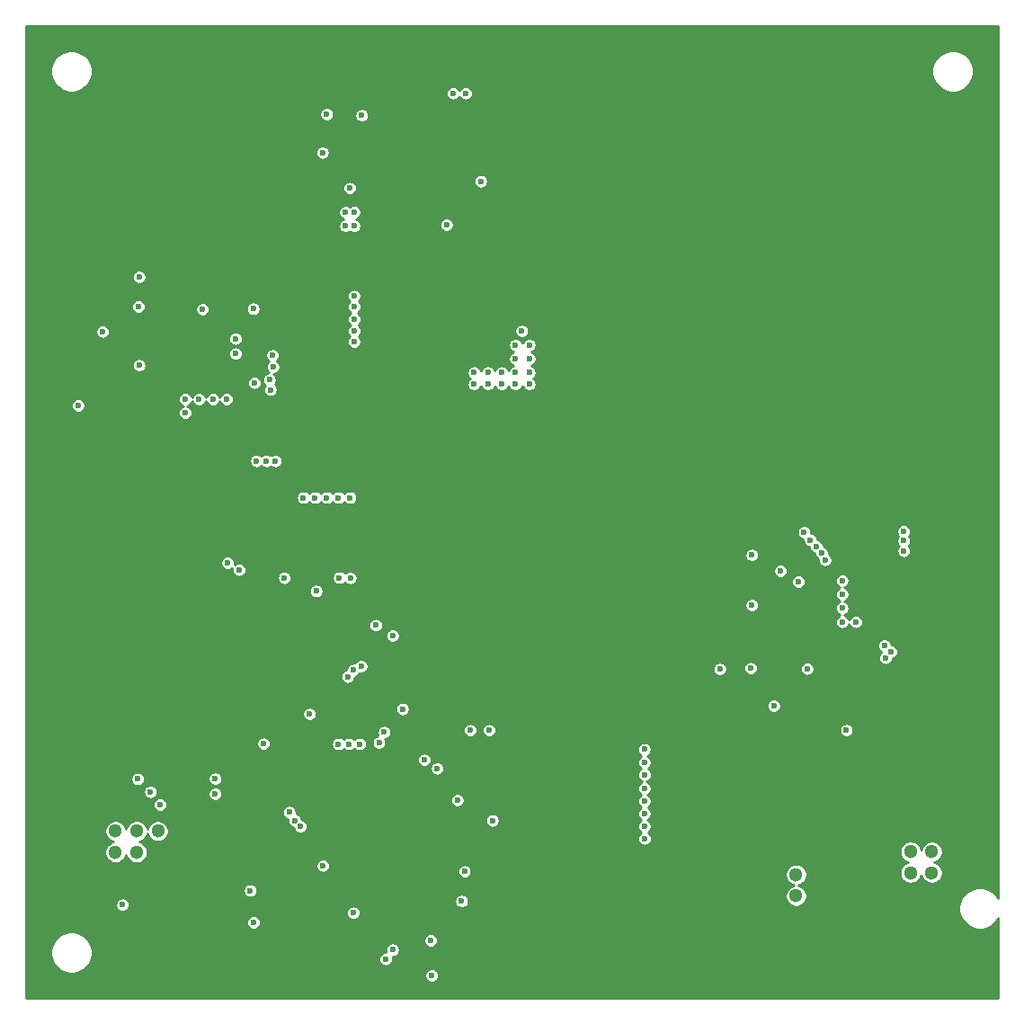
<source format=gbr>
%TF.GenerationSoftware,KiCad,Pcbnew,(5.1.6)-1*%
%TF.CreationDate,2020-06-01T16:59:42-04:00*%
%TF.ProjectId,upsat-comms-hardware,75707361-742d-4636-9f6d-6d732d686172,0.3*%
%TF.SameCoordinates,Original*%
%TF.FileFunction,Copper,L2,Inr*%
%TF.FilePolarity,Positive*%
%FSLAX46Y46*%
G04 Gerber Fmt 4.6, Leading zero omitted, Abs format (unit mm)*
G04 Created by KiCad (PCBNEW (5.1.6)-1) date 2020-06-01 16:59:42*
%MOMM*%
%LPD*%
G01*
G04 APERTURE LIST*
%TA.AperFunction,ViaPad*%
%ADD10C,0.600000*%
%TD*%
%TA.AperFunction,ViaPad*%
%ADD11R,1.300000X1.300000*%
%TD*%
%TA.AperFunction,ViaPad*%
%ADD12C,1.300000*%
%TD*%
%TA.AperFunction,ViaPad*%
%ADD13C,0.400000*%
%TD*%
%TA.AperFunction,Conductor*%
%ADD14C,0.250000*%
%TD*%
G04 APERTURE END LIST*
D10*
%TO.N,GND*%
%TO.C,REF\u002A\u002A*%
X158800000Y-82100000D03*
%TD*%
%TO.N,GND*%
%TO.C,REF\u002A\u002A*%
X159700000Y-90700000D03*
%TD*%
%TO.N,GND*%
%TO.C,REF\u002A\u002A*%
X156100000Y-92900000D03*
%TD*%
%TO.N,GND*%
%TO.C,REF\u002A\u002A*%
X156100000Y-85300000D03*
%TD*%
%TO.N,GND*%
%TO.C,REF\u002A\u002A*%
X155500000Y-78500000D03*
%TD*%
%TO.N,GND*%
%TO.C,REF\u002A\u002A*%
X147600000Y-78200000D03*
%TD*%
%TO.N,GND*%
%TO.C,REF\u002A\u002A*%
X147400000Y-73700000D03*
%TD*%
%TO.N,GND*%
%TO.C,REF\u002A\u002A*%
X156800000Y-72700000D03*
%TD*%
%TO.N,GND*%
%TO.C,REF\u002A\u002A*%
X155600000Y-64500000D03*
%TD*%
%TO.N,GND*%
%TO.C,REF\u002A\u002A*%
X151700000Y-68900000D03*
%TD*%
%TO.N,GND*%
%TO.C,REF\u002A\u002A*%
X149200000Y-62200000D03*
%TD*%
%TO.N,GND*%
%TO.C,REF\u002A\u002A*%
X122700000Y-128800000D03*
%TD*%
%TO.N,GND*%
%TO.C,REF\u002A\u002A*%
X124200000Y-132800000D03*
%TD*%
%TO.N,GND*%
%TO.C,REF\u002A\u002A*%
X122700000Y-131300000D03*
%TD*%
%TO.N,GND*%
%TO.C,REF\u002A\u002A*%
X142600000Y-67200000D03*
%TD*%
%TO.N,GND*%
%TO.C,REF\u002A\u002A*%
X143700000Y-67200000D03*
%TD*%
%TO.N,GND*%
%TO.C,REF\u002A\u002A*%
X143700000Y-66000000D03*
%TD*%
%TO.N,GND*%
%TO.C,REF\u002A\u002A*%
X142600000Y-66000000D03*
%TD*%
%TO.N,GND*%
%TO.C,REF\u002A\u002A*%
X127800000Y-143600000D03*
%TD*%
%TO.N,GND*%
%TO.C,REF\u002A\u002A*%
X181500000Y-138300000D03*
%TD*%
D11*
%TO.N,GND*%
%TO.C,EPS*%
X177500000Y-135000000D03*
D12*
X177500000Y-137000000D03*
%TO.N,+3V3*%
X175500000Y-135000000D03*
X175500000Y-137000000D03*
%TO.N,GND*%
X173500000Y-135000000D03*
X173500000Y-137000000D03*
%TD*%
D11*
%TO.N,GND*%
%TO.C,SWD*%
X115400000Y-132900000D03*
D12*
%TO.N,Net-(P1-Pad2)*%
X115400000Y-130900000D03*
%TO.N,Net-(P1-Pad3)*%
X113400000Y-132900000D03*
%TO.N,Net-(P1-Pad4)*%
X113400000Y-130900000D03*
%TO.N,Net-(P1-Pad5)*%
X111400000Y-132900000D03*
%TO.N,Net-(P1-Pad6)*%
X111400000Y-130900000D03*
%TD*%
D11*
%TO.N,GND*%
%TO.C,OBC*%
X188277620Y-136834336D03*
D12*
X186277620Y-136834336D03*
%TO.N,Net-(P2-Pad3)*%
X188277620Y-134834336D03*
%TO.N,Net-(P2-Pad4)*%
X186277620Y-134834336D03*
%TO.N,Net-(P2-Pad5)*%
X188277620Y-132834336D03*
%TO.N,N/C*%
X186277620Y-132834336D03*
%TD*%
D10*
%TO.N,GND*%
%TO.C,REF\u002A\u002A*%
X191000000Y-81000000D03*
%TD*%
%TO.N,GND*%
%TO.C,REF\u002A\u002A*%
X189500000Y-68000000D03*
%TD*%
%TO.N,GND*%
%TO.C,REF\u002A\u002A*%
X193000000Y-56500000D03*
%TD*%
%TO.N,GND*%
%TO.C,REF\u002A\u002A*%
X177000000Y-61000000D03*
%TD*%
%TO.N,GND*%
%TO.C,REF\u002A\u002A*%
X125000000Y-120500000D03*
%TD*%
%TO.N,GND*%
%TO.C,REF\u002A\u002A*%
X126500000Y-112400000D03*
%TD*%
%TO.N,GND*%
%TO.C,REF\u002A\u002A*%
X117000000Y-109300000D03*
%TD*%
%TO.N,GND*%
%TO.C,REF\u002A\u002A*%
X183500000Y-63500000D03*
%TD*%
%TO.N,GND*%
%TO.C,REF\u002A\u002A*%
X165500000Y-56500000D03*
%TD*%
%TO.N,GND*%
%TO.C,REF\u002A\u002A*%
X176500000Y-69000000D03*
%TD*%
%TO.N,GND*%
%TO.C,REF\u002A\u002A*%
X138500000Y-127000000D03*
%TD*%
%TO.N,GND*%
%TO.C,REF\u002A\u002A*%
X127400000Y-127000000D03*
%TD*%
%TO.N,GND*%
%TO.C,REF\u002A\u002A*%
X133000000Y-127500000D03*
%TD*%
%TO.N,GND*%
%TO.C,REF\u002A\u002A*%
X183000000Y-72500000D03*
%TD*%
%TO.N,GND*%
%TO.C,REF\u002A\u002A*%
X169500000Y-62000000D03*
%TD*%
%TO.N,GND*%
%TO.C,REF\u002A\u002A*%
X136000000Y-128500000D03*
%TD*%
%TO.N,GND*%
%TO.C,REF\u002A\u002A*%
X134500000Y-132500000D03*
%TD*%
%TO.N,GND*%
%TO.C,REF\u002A\u002A*%
X106900000Y-108500000D03*
%TD*%
%TO.N,GND*%
%TO.C,REF\u002A\u002A*%
X190000000Y-90000000D03*
%TD*%
%TO.N,GND*%
%TO.C,REF\u002A\u002A*%
X128000000Y-133000000D03*
%TD*%
%TO.N,GND*%
%TO.C,REF\u002A\u002A*%
X110300000Y-113600000D03*
%TD*%
%TO.N,GND*%
%TO.C,REF\u002A\u002A*%
X107500000Y-121000000D03*
%TD*%
%TO.N,GND*%
%TO.C,REF\u002A\u002A*%
X172000000Y-89500000D03*
%TD*%
%TO.N,GND*%
%TO.C,REF\u002A\u002A*%
X142000000Y-56000000D03*
%TD*%
%TO.N,GND*%
%TO.C,REF\u002A\u002A*%
X121100000Y-70850000D03*
%TD*%
%TO.N,GND*%
%TO.C,REF\u002A\u002A*%
X135000000Y-135500000D03*
%TD*%
%TO.N,GND*%
%TO.C,REF\u002A\u002A*%
X114500000Y-119300000D03*
%TD*%
%TO.N,GND*%
%TO.C,REF\u002A\u002A*%
X107000000Y-127500000D03*
%TD*%
%TO.N,GND*%
%TO.C,REF\u002A\u002A*%
X179000000Y-86500000D03*
%TD*%
%TO.N,GND*%
%TO.C,REF\u002A\u002A*%
X167000000Y-85000000D03*
%TD*%
%TO.N,GND*%
%TO.C,REF\u002A\u002A*%
X139500000Y-104000000D03*
%TD*%
%TO.N,GND*%
%TO.C,REF\u002A\u002A*%
X108500000Y-79500000D03*
%TD*%
%TO.N,GND*%
%TO.C,REF\u002A\u002A*%
X109000000Y-96000000D03*
%TD*%
%TO.N,GND*%
%TO.C,REF\u002A\u002A*%
X135500000Y-107500000D03*
%TD*%
%TO.N,GND*%
%TO.C,REF\u002A\u002A*%
X133200000Y-112300000D03*
%TD*%
%TO.N,GND*%
%TO.C,REF\u002A\u002A*%
X130000000Y-138000000D03*
%TD*%
%TO.N,GND*%
%TO.C,REF\u002A\u002A*%
X115500000Y-125000000D03*
%TD*%
%TO.N,GND*%
%TO.C,REF\u002A\u002A*%
X107500000Y-133400000D03*
%TD*%
%TO.N,GND*%
%TO.C,REF\u002A\u002A*%
X179000000Y-78500000D03*
%TD*%
%TO.N,GND*%
%TO.C,REF\u002A\u002A*%
X193500000Y-99500000D03*
%TD*%
%TO.N,GND*%
%TO.C,REF\u002A\u002A*%
X110000000Y-75000000D03*
%TD*%
%TO.N,GND*%
%TO.C,REF\u002A\u002A*%
X123000000Y-100000000D03*
%TD*%
%TO.N,GND*%
%TO.C,REF\u002A\u002A*%
X110000000Y-99500000D03*
%TD*%
%TO.N,GND*%
%TO.C,REF\u002A\u002A*%
X139500000Y-112600000D03*
%TD*%
%TO.N,GND*%
%TO.C,REF\u002A\u002A*%
X126500000Y-118900000D03*
%TD*%
%TO.N,GND*%
%TO.C,REF\u002A\u002A*%
X174500000Y-97000000D03*
%TD*%
%TO.N,GND*%
%TO.C,REF\u002A\u002A*%
X154600000Y-105000000D03*
%TD*%
%TO.N,GND*%
%TO.C,REF\u002A\u002A*%
X152000000Y-101400000D03*
%TD*%
%TO.N,GND*%
%TO.C,REF\u002A\u002A*%
X145600000Y-110200000D03*
%TD*%
%TO.N,GND*%
%TO.C,REF\u002A\u002A*%
X146600000Y-106000000D03*
%TD*%
%TO.N,GND*%
%TO.C,REF\u002A\u002A*%
X163700000Y-113000000D03*
%TD*%
%TO.N,GND*%
%TO.C,REF\u002A\u002A*%
X150900000Y-128200000D03*
%TD*%
%TO.N,GND*%
%TO.C,REF\u002A\u002A*%
X159500000Y-100000000D03*
%TD*%
%TO.N,GND*%
%TO.C,REF\u002A\u002A*%
X189500000Y-128900000D03*
%TD*%
%TO.N,GND*%
%TO.C,REF\u002A\u002A*%
X192800000Y-133900000D03*
%TD*%
%TO.N,GND*%
%TO.C,REF\u002A\u002A*%
X166000000Y-134800000D03*
%TD*%
%TO.N,GND*%
%TO.C,REF\u002A\u002A*%
X143900000Y-100600000D03*
%TD*%
%TO.N,GND*%
%TO.C,REF\u002A\u002A*%
X157400000Y-107500000D03*
%TD*%
%TO.N,GND*%
%TO.C,REF\u002A\u002A*%
X148900000Y-121500000D03*
%TD*%
%TO.N,GND*%
%TO.C,REF\u002A\u002A*%
X152800000Y-125800000D03*
%TD*%
%TO.N,GND*%
%TO.C,REF\u002A\u002A*%
X183000000Y-94500000D03*
%TD*%
%TO.N,GND*%
%TO.C,REF\u002A\u002A*%
X191400000Y-110900000D03*
%TD*%
%TO.N,GND*%
%TO.C,REF\u002A\u002A*%
X187000000Y-113700000D03*
%TD*%
%TO.N,GND*%
%TO.C,REF\u002A\u002A*%
X193400000Y-119400000D03*
%TD*%
%TO.N,GND*%
%TO.C,REF\u002A\u002A*%
X186100000Y-139000000D03*
%TD*%
%TO.N,GND*%
%TO.C,REF\u002A\u002A*%
X157000000Y-114500000D03*
%TD*%
%TO.N,GND*%
%TO.C,REF\u002A\u002A*%
X165100000Y-118900000D03*
%TD*%
%TO.N,GND*%
%TO.C,REF\u002A\u002A*%
X144600000Y-119300000D03*
%TD*%
%TO.N,GND*%
%TO.C,REF\u002A\u002A*%
X155900000Y-134100000D03*
%TD*%
%TO.N,GND*%
%TO.C,REF\u002A\u002A*%
X157100000Y-142900000D03*
%TD*%
%TO.N,GND*%
%TO.C,REF\u002A\u002A*%
X163500000Y-141000000D03*
%TD*%
%TO.N,GND*%
%TO.C,REF\u002A\u002A*%
X175900000Y-143800000D03*
%TD*%
%TO.N,GND*%
%TO.C,REF\u002A\u002A*%
X192000000Y-144500000D03*
%TD*%
%TO.N,GND*%
%TO.C,REF\u002A\u002A*%
X148500000Y-144000000D03*
%TD*%
%TO.N,GND*%
%TO.C,REF\u002A\u002A*%
X104500000Y-145500000D03*
%TD*%
%TO.N,GND*%
%TO.C,REF\u002A\u002A*%
X114000000Y-140900000D03*
%TD*%
%TO.N,GND*%
%TO.C,REF\u002A\u002A*%
X104500000Y-139500000D03*
%TD*%
%TO.N,GND*%
%TO.C,REF\u002A\u002A*%
X110000000Y-145500000D03*
%TD*%
%TO.N,GND*%
%TO.C,REF\u002A\u002A*%
X134000000Y-142500000D03*
%TD*%
%TO.N,GND*%
%TO.C,REF\u002A\u002A*%
X114500000Y-70500000D03*
%TD*%
%TO.N,GND*%
%TO.C,REF\u002A\u002A*%
X103600000Y-63000000D03*
%TD*%
%TO.N,GND*%
%TO.C,REF\u002A\u002A*%
X109400000Y-69500000D03*
%TD*%
%TO.N,GND*%
%TO.C,REF\u002A\u002A*%
X120800000Y-64300000D03*
%TD*%
%TO.N,GND*%
%TO.C,REF\u002A\u002A*%
X120500000Y-58000000D03*
%TD*%
%TO.N,GND*%
%TO.C,REF\u002A\u002A*%
X103500000Y-56000000D03*
%TD*%
%TO.N,GND*%
%TO.C,REF\u002A\u002A*%
X114500000Y-58000000D03*
%TD*%
%TO.N,GND*%
%TO.C,REF\u002A\u002A*%
X124500000Y-60500000D03*
%TD*%
%TO.N,GND*%
%TO.C,REF\u002A\u002A*%
X114500000Y-66150000D03*
%TD*%
%TO.N,GND*%
%TO.C,REF\u002A\u002A*%
X119800000Y-131900000D03*
%TD*%
%TO.N,GND*%
%TO.C,REF\u002A\u002A*%
X122300000Y-135000000D03*
%TD*%
%TO.N,GND*%
%TO.C,REF\u002A\u002A*%
X131700000Y-121300000D03*
%TD*%
%TO.N,GND*%
%TO.C,REF\u002A\u002A*%
X123200000Y-117300000D03*
%TD*%
%TO.N,GND*%
%TO.C,REF\u002A\u002A*%
X115900000Y-137200000D03*
%TD*%
%TO.N,GND*%
%TO.C,U10*%
X115234760Y-85181328D03*
X116334760Y-85181328D03*
X117434760Y-85181328D03*
X115234760Y-84081328D03*
X116334760Y-84081328D03*
X117434760Y-84081328D03*
X115234760Y-82981328D03*
X116334760Y-82981328D03*
X117434760Y-82981328D03*
%TD*%
%TO.N,GND*%
%TO.C,U4*%
X174859692Y-114005988D03*
X174859692Y-112905988D03*
X174859692Y-111805988D03*
X173759692Y-114005988D03*
X173759692Y-112905988D03*
X173759692Y-111805988D03*
X172659692Y-114005988D03*
X172659692Y-112905988D03*
X172659692Y-111805988D03*
%TD*%
D13*
%TO.N,GND*%
%TO.C,U16*%
X139322380Y-76231328D03*
X140022380Y-76231328D03*
X140022380Y-76931328D03*
X139322380Y-76931328D03*
%TD*%
D10*
%TO.N,GND*%
X183350000Y-109200000D03*
X123725295Y-95244155D03*
X184857010Y-105482732D03*
X141521651Y-81902823D03*
X139730000Y-143280000D03*
X160400000Y-75200000D03*
X160400000Y-78200000D03*
X128260000Y-82600000D03*
X128260000Y-88600000D03*
X132900000Y-94900000D03*
X139000000Y-94900000D03*
X145000000Y-94900000D03*
X151000000Y-94900000D03*
X157000000Y-94900000D03*
X161740000Y-88700000D03*
X161740000Y-82700000D03*
X128260000Y-64500000D03*
X128260000Y-70600000D03*
X127100000Y-75200000D03*
X129400000Y-78100000D03*
X161740000Y-70500000D03*
X161740000Y-64600000D03*
X157000000Y-58270000D03*
X151000000Y-58270000D03*
X144900000Y-58270000D03*
X139000000Y-58270000D03*
X133000000Y-58265000D03*
X152700000Y-74100000D03*
X151500000Y-74100000D03*
X150300000Y-74100000D03*
X142324688Y-128938730D03*
X163700000Y-77900000D03*
X163700000Y-75200000D03*
X169379259Y-100020741D03*
X167900000Y-101400000D03*
X169300000Y-97200000D03*
X167900000Y-98600000D03*
X167900000Y-95900000D03*
X166500000Y-97220741D03*
X165100000Y-98599994D03*
X165100000Y-95900000D03*
X163700000Y-97200000D03*
X163700000Y-100000000D03*
X165100000Y-101400000D03*
X146460000Y-74450000D03*
X142551328Y-69781328D03*
X174929692Y-122335988D03*
X169210000Y-77980000D03*
X169100000Y-75200000D03*
X165100000Y-74100000D03*
X166500000Y-75180000D03*
X167900000Y-74100000D03*
X167900000Y-76700000D03*
X167900000Y-79000000D03*
X166500000Y-77980000D03*
X165100000Y-79000000D03*
X126100000Y-94400000D03*
X179924769Y-112560741D03*
X145100000Y-134800000D03*
X139800000Y-134000000D03*
X136200000Y-141700000D03*
X146600000Y-128600000D03*
X142900000Y-139300000D03*
X140512580Y-120450000D03*
X140512580Y-121690000D03*
X123370000Y-124830000D03*
X149500000Y-135700000D03*
X143410000Y-143620000D03*
X143410000Y-142190000D03*
X120690000Y-137410000D03*
X123690000Y-138340000D03*
X121130000Y-139660000D03*
X126480000Y-121440000D03*
X150210000Y-124410000D03*
X150210000Y-125700000D03*
X146600000Y-127100000D03*
X146600000Y-125760000D03*
X148600000Y-140500000D03*
X174924769Y-106560741D03*
X123400000Y-85200000D03*
X186739692Y-111105988D03*
X186739692Y-108905988D03*
X186739692Y-107405988D03*
X186739692Y-105505988D03*
X133160000Y-65940000D03*
X134810000Y-68440000D03*
X137820000Y-69700000D03*
X106958044Y-85481328D03*
X135572380Y-71215664D03*
X136272384Y-71215664D03*
X138272380Y-70915664D03*
X138272380Y-71615664D03*
X141572380Y-71515664D03*
X140272380Y-71515664D03*
X129772380Y-73815664D03*
X129772380Y-72615664D03*
X168539692Y-103865988D03*
X169459692Y-102645988D03*
X170389692Y-102635988D03*
X171419692Y-103765988D03*
X109892380Y-82805664D03*
X110162380Y-81875664D03*
X111522380Y-80245664D03*
X116312380Y-76555664D03*
X114532380Y-76885664D03*
X115372380Y-77145664D03*
X126532380Y-79835664D03*
X125432380Y-81895664D03*
X126572380Y-81105664D03*
X119832380Y-93615664D03*
X123762380Y-97085664D03*
X121732380Y-97065664D03*
X118132380Y-97065664D03*
X120212380Y-97065664D03*
X174069692Y-121325988D03*
X177918897Y-109515193D03*
X171639692Y-106505988D03*
X172339692Y-106505988D03*
X173039692Y-106505988D03*
X165439692Y-105905988D03*
X165439692Y-104205988D03*
X167603897Y-109385398D03*
X166319692Y-112845988D03*
X166669692Y-113855988D03*
X166889692Y-115665988D03*
X166669692Y-114795988D03*
X170629692Y-118765988D03*
X170019692Y-117775988D03*
X172419692Y-119455988D03*
X171689692Y-119005988D03*
X174239692Y-119655988D03*
X176147099Y-117385398D03*
X179109692Y-121155988D03*
X179109692Y-120305988D03*
X182939692Y-116005988D03*
X184439692Y-117205988D03*
X179639692Y-115205988D03*
X179639692Y-116205988D03*
X180639692Y-102005988D03*
X182439692Y-102005988D03*
X181539692Y-101005988D03*
X137372380Y-77715664D03*
X137412380Y-76005664D03*
X140672380Y-82815664D03*
X138172380Y-84115664D03*
X138872380Y-83415664D03*
X137572380Y-83415664D03*
X138872380Y-84815664D03*
X137572380Y-84815664D03*
X139572380Y-88815664D03*
X139572380Y-87515664D03*
X140872380Y-87515664D03*
X140872380Y-88815664D03*
X142172380Y-88815664D03*
X143872380Y-84075664D03*
X143872380Y-84815664D03*
X143872380Y-83315664D03*
X132672380Y-79115664D03*
X131872380Y-79115664D03*
X119822380Y-77915664D03*
X110472380Y-81115664D03*
X108922380Y-89515664D03*
X108172380Y-89515664D03*
X112922380Y-89765664D03*
X114022380Y-89765664D03*
X116622380Y-90265664D03*
X119622380Y-88465664D03*
X122672380Y-81865664D03*
X122672380Y-83615666D03*
X122672380Y-82765664D03*
X124072380Y-74915664D03*
X123272380Y-75715664D03*
X124922380Y-75715664D03*
X125372380Y-79065664D03*
X111852380Y-86585664D03*
X107982380Y-84505664D03*
X109582380Y-84655664D03*
X112052380Y-94695664D03*
X113062380Y-93265664D03*
%TO.N,+3V3*%
X125350799Y-122678716D03*
X145800000Y-69700000D03*
X144300000Y-134700000D03*
X144000000Y-137500000D03*
X141200000Y-144500000D03*
X141100000Y-141200000D03*
X124400000Y-139500000D03*
X143600000Y-128000000D03*
X133460000Y-70350000D03*
X144800000Y-121400000D03*
X146600000Y-121400000D03*
X133900000Y-83800000D03*
X133900000Y-82700000D03*
X133900000Y-81500000D03*
X144380000Y-61420000D03*
X143210000Y-61420000D03*
X126469336Y-96040664D03*
X125610000Y-96040664D03*
X124680000Y-96040664D03*
X185639692Y-104505988D03*
X185639692Y-103560741D03*
X138440000Y-119400000D03*
X146900000Y-129900000D03*
X142572380Y-73815664D03*
X133872380Y-72615664D03*
X133872380Y-73915664D03*
X133072380Y-73915664D03*
X133072380Y-72615664D03*
X133872380Y-84815664D03*
X133872380Y-80515664D03*
X149672380Y-83815664D03*
X150372380Y-85115664D03*
X149072380Y-85115664D03*
X150372380Y-86415664D03*
X149072380Y-86415664D03*
X150372380Y-88815664D03*
X150372380Y-87715664D03*
X149072380Y-87715664D03*
X149072380Y-88815664D03*
X147772380Y-88815664D03*
X147772380Y-87715664D03*
X146472380Y-87715664D03*
X146472380Y-88815664D03*
X145172380Y-88815664D03*
X145172380Y-87715664D03*
X185639692Y-102675664D03*
%TO.N,VDD*%
X171214769Y-115560741D03*
X110201813Y-83858646D03*
X175705282Y-107405988D03*
X174039692Y-106405988D03*
X171339692Y-109605988D03*
X171339692Y-104905988D03*
X168309692Y-115645988D03*
X173389692Y-119085988D03*
X180239692Y-121405988D03*
X176539692Y-115605988D03*
X179839692Y-107305988D03*
X181139692Y-111205988D03*
X179839692Y-108605988D03*
X179839692Y-109905988D03*
X179839692Y-111205988D03*
X117972380Y-91515664D03*
X121872380Y-90215664D03*
X120572380Y-90215664D03*
X117972380Y-90215664D03*
X119272380Y-90215664D03*
X113572380Y-81515664D03*
X113622380Y-78715664D03*
X124372380Y-81715664D03*
X119602380Y-81765664D03*
X122722380Y-85945664D03*
X122712380Y-84525664D03*
X113622380Y-87045664D03*
X107872380Y-90815664D03*
%TO.N,/NRST*%
X115600000Y-128400000D03*
X128830000Y-130480000D03*
%TO.N,/SWDIO*%
X112060000Y-137840000D03*
X124100000Y-136500000D03*
%TO.N,/USART3_TX*%
X114700000Y-127200000D03*
X128280350Y-129902590D03*
%TO.N,/USART3_RX*%
X113500000Y-126000000D03*
X127770000Y-129130000D03*
%TO.N,/I2C1_SDA*%
X134600000Y-63500000D03*
X137501529Y-142081824D03*
%TO.N,/I2C1_SCL*%
X136846035Y-142960187D03*
X131300000Y-63400000D03*
%TO.N,/2RESET_N*%
X134531438Y-115381147D03*
X134400000Y-122700000D03*
%TO.N,/2GPIO3*%
X133822590Y-115737312D03*
X133400000Y-122700000D03*
%TO.N,/2GPIO2*%
X133269999Y-116352228D03*
X132400000Y-122700000D03*
%TO.N,/SPI2_MISO*%
X120800219Y-125974604D03*
X120800000Y-127389990D03*
%TO.N,/1GPIO3*%
X121970000Y-105650000D03*
X141700000Y-125000000D03*
%TO.N,/1GPIO2*%
X123060000Y-106300000D03*
X140500000Y-124200000D03*
%TO.N,/DAC_OUT2*%
X129679825Y-119885736D03*
X130900000Y-67000000D03*
%TO.N,/SPI1_MISO*%
X137500000Y-112500000D03*
X136710000Y-121590000D03*
%TO.N,/SPI1_MOSI*%
X135915981Y-111515981D03*
X136215980Y-122590000D03*
%TO.N,/1GPIO0*%
X132484790Y-107036822D03*
X127300000Y-107050000D03*
%TO.N,/1CS_N*%
X133512010Y-107052531D03*
X130949027Y-134150973D03*
%TO.N,/SPI1_SCK*%
X133800000Y-138600000D03*
X130300000Y-108300000D03*
%TO.N,Net-(R58-Pad2)*%
X161219259Y-123204769D03*
X183924769Y-114578988D03*
%TO.N,Net-(R59-Pad2)*%
X161219259Y-124424769D03*
X184446682Y-114001580D03*
%TO.N,Net-(R60-Pad2)*%
X161229259Y-125584769D03*
X183810224Y-113420168D03*
%TO.N,Net-(R61-Pad2)*%
X178224769Y-105360741D03*
X161219261Y-126874769D03*
%TO.N,Net-(R62-Pad2)*%
X161209547Y-128094481D03*
X177888285Y-104687772D03*
%TO.N,Net-(R63-Pad2)*%
X177416201Y-104101902D03*
X161219259Y-129244769D03*
%TO.N,Net-(R64-Pad2)*%
X176838791Y-103480741D03*
X161219259Y-130454769D03*
%TO.N,Net-(R65-Pad2)*%
X161229259Y-131604769D03*
X176261381Y-102765709D03*
%TO.N,Net-(R69-Pad2)*%
X129100000Y-99500000D03*
X124496079Y-88688299D03*
%TO.N,Net-(R70-Pad2)*%
X130200000Y-99500000D03*
X125993564Y-89341009D03*
%TO.N,Net-(R71-Pad2)*%
X131300000Y-99500000D03*
X125900000Y-88400000D03*
%TO.N,Net-(R72-Pad2)*%
X132400000Y-99500000D03*
X126234534Y-87185075D03*
%TO.N,Net-(R73-Pad2)*%
X133500000Y-99500000D03*
X126200000Y-86100000D03*
%TD*%
D14*
%TO.N,GND*%
G36*
X194550000Y-137244155D02*
G01*
X194334083Y-136921011D01*
X194058989Y-136645917D01*
X193735513Y-136429778D01*
X193376086Y-136280898D01*
X192994521Y-136205000D01*
X192605479Y-136205000D01*
X192223914Y-136280898D01*
X191864487Y-136429778D01*
X191541011Y-136645917D01*
X191265917Y-136921011D01*
X191049778Y-137244487D01*
X190900898Y-137603914D01*
X190825000Y-137985479D01*
X190825000Y-138374521D01*
X190900898Y-138756086D01*
X191049778Y-139115513D01*
X191265917Y-139438989D01*
X191541011Y-139714083D01*
X191864487Y-139930222D01*
X192223914Y-140079102D01*
X192605479Y-140155000D01*
X192994521Y-140155000D01*
X193376086Y-140079102D01*
X193735513Y-139930222D01*
X194058989Y-139714083D01*
X194334083Y-139438989D01*
X194550000Y-139115845D01*
X194550000Y-146650000D01*
X102950000Y-146650000D01*
X102950000Y-144433518D01*
X140525000Y-144433518D01*
X140525000Y-144566482D01*
X140550940Y-144696890D01*
X140601823Y-144819732D01*
X140675693Y-144930287D01*
X140769713Y-145024307D01*
X140880268Y-145098177D01*
X141003110Y-145149060D01*
X141133518Y-145175000D01*
X141266482Y-145175000D01*
X141396890Y-145149060D01*
X141519732Y-145098177D01*
X141630287Y-145024307D01*
X141724307Y-144930287D01*
X141798177Y-144819732D01*
X141849060Y-144696890D01*
X141875000Y-144566482D01*
X141875000Y-144433518D01*
X141849060Y-144303110D01*
X141798177Y-144180268D01*
X141724307Y-144069713D01*
X141630287Y-143975693D01*
X141519732Y-143901823D01*
X141396890Y-143850940D01*
X141266482Y-143825000D01*
X141133518Y-143825000D01*
X141003110Y-143850940D01*
X140880268Y-143901823D01*
X140769713Y-143975693D01*
X140675693Y-144069713D01*
X140601823Y-144180268D01*
X140550940Y-144303110D01*
X140525000Y-144433518D01*
X102950000Y-144433518D01*
X102950000Y-142155479D01*
X105275000Y-142155479D01*
X105275000Y-142544521D01*
X105350898Y-142926086D01*
X105499778Y-143285513D01*
X105715917Y-143608989D01*
X105991011Y-143884083D01*
X106314487Y-144100222D01*
X106673914Y-144249102D01*
X107055479Y-144325000D01*
X107444521Y-144325000D01*
X107826086Y-144249102D01*
X108185513Y-144100222D01*
X108508989Y-143884083D01*
X108784083Y-143608989D01*
X109000222Y-143285513D01*
X109149102Y-142926086D01*
X109155542Y-142893705D01*
X136171035Y-142893705D01*
X136171035Y-143026669D01*
X136196975Y-143157077D01*
X136247858Y-143279919D01*
X136321728Y-143390474D01*
X136415748Y-143484494D01*
X136526303Y-143558364D01*
X136649145Y-143609247D01*
X136779553Y-143635187D01*
X136912517Y-143635187D01*
X137042925Y-143609247D01*
X137165767Y-143558364D01*
X137276322Y-143484494D01*
X137370342Y-143390474D01*
X137444212Y-143279919D01*
X137495095Y-143157077D01*
X137521035Y-143026669D01*
X137521035Y-142893705D01*
X137495095Y-142763297D01*
X137492414Y-142756824D01*
X137568011Y-142756824D01*
X137698419Y-142730884D01*
X137821261Y-142680001D01*
X137931816Y-142606131D01*
X138025836Y-142512111D01*
X138099706Y-142401556D01*
X138150589Y-142278714D01*
X138176529Y-142148306D01*
X138176529Y-142015342D01*
X138150589Y-141884934D01*
X138099706Y-141762092D01*
X138025836Y-141651537D01*
X137931816Y-141557517D01*
X137821261Y-141483647D01*
X137698419Y-141432764D01*
X137568011Y-141406824D01*
X137435047Y-141406824D01*
X137304639Y-141432764D01*
X137181797Y-141483647D01*
X137071242Y-141557517D01*
X136977222Y-141651537D01*
X136903352Y-141762092D01*
X136852469Y-141884934D01*
X136826529Y-142015342D01*
X136826529Y-142148306D01*
X136852469Y-142278714D01*
X136855150Y-142285187D01*
X136779553Y-142285187D01*
X136649145Y-142311127D01*
X136526303Y-142362010D01*
X136415748Y-142435880D01*
X136321728Y-142529900D01*
X136247858Y-142640455D01*
X136196975Y-142763297D01*
X136171035Y-142893705D01*
X109155542Y-142893705D01*
X109225000Y-142544521D01*
X109225000Y-142155479D01*
X109149102Y-141773914D01*
X109000222Y-141414487D01*
X108812486Y-141133518D01*
X140425000Y-141133518D01*
X140425000Y-141266482D01*
X140450940Y-141396890D01*
X140501823Y-141519732D01*
X140575693Y-141630287D01*
X140669713Y-141724307D01*
X140780268Y-141798177D01*
X140903110Y-141849060D01*
X141033518Y-141875000D01*
X141166482Y-141875000D01*
X141296890Y-141849060D01*
X141419732Y-141798177D01*
X141530287Y-141724307D01*
X141624307Y-141630287D01*
X141698177Y-141519732D01*
X141749060Y-141396890D01*
X141775000Y-141266482D01*
X141775000Y-141133518D01*
X141749060Y-141003110D01*
X141698177Y-140880268D01*
X141624307Y-140769713D01*
X141530287Y-140675693D01*
X141419732Y-140601823D01*
X141296890Y-140550940D01*
X141166482Y-140525000D01*
X141033518Y-140525000D01*
X140903110Y-140550940D01*
X140780268Y-140601823D01*
X140669713Y-140675693D01*
X140575693Y-140769713D01*
X140501823Y-140880268D01*
X140450940Y-141003110D01*
X140425000Y-141133518D01*
X108812486Y-141133518D01*
X108784083Y-141091011D01*
X108508989Y-140815917D01*
X108185513Y-140599778D01*
X107826086Y-140450898D01*
X107444521Y-140375000D01*
X107055479Y-140375000D01*
X106673914Y-140450898D01*
X106314487Y-140599778D01*
X105991011Y-140815917D01*
X105715917Y-141091011D01*
X105499778Y-141414487D01*
X105350898Y-141773914D01*
X105275000Y-142155479D01*
X102950000Y-142155479D01*
X102950000Y-139433518D01*
X123725000Y-139433518D01*
X123725000Y-139566482D01*
X123750940Y-139696890D01*
X123801823Y-139819732D01*
X123875693Y-139930287D01*
X123969713Y-140024307D01*
X124080268Y-140098177D01*
X124203110Y-140149060D01*
X124333518Y-140175000D01*
X124466482Y-140175000D01*
X124596890Y-140149060D01*
X124719732Y-140098177D01*
X124830287Y-140024307D01*
X124924307Y-139930287D01*
X124998177Y-139819732D01*
X125049060Y-139696890D01*
X125075000Y-139566482D01*
X125075000Y-139433518D01*
X125049060Y-139303110D01*
X124998177Y-139180268D01*
X124924307Y-139069713D01*
X124830287Y-138975693D01*
X124719732Y-138901823D01*
X124596890Y-138850940D01*
X124466482Y-138825000D01*
X124333518Y-138825000D01*
X124203110Y-138850940D01*
X124080268Y-138901823D01*
X123969713Y-138975693D01*
X123875693Y-139069713D01*
X123801823Y-139180268D01*
X123750940Y-139303110D01*
X123725000Y-139433518D01*
X102950000Y-139433518D01*
X102950000Y-138533518D01*
X133125000Y-138533518D01*
X133125000Y-138666482D01*
X133150940Y-138796890D01*
X133201823Y-138919732D01*
X133275693Y-139030287D01*
X133369713Y-139124307D01*
X133480268Y-139198177D01*
X133603110Y-139249060D01*
X133733518Y-139275000D01*
X133866482Y-139275000D01*
X133996890Y-139249060D01*
X134119732Y-139198177D01*
X134230287Y-139124307D01*
X134324307Y-139030287D01*
X134398177Y-138919732D01*
X134449060Y-138796890D01*
X134475000Y-138666482D01*
X134475000Y-138533518D01*
X134449060Y-138403110D01*
X134398177Y-138280268D01*
X134324307Y-138169713D01*
X134230287Y-138075693D01*
X134119732Y-138001823D01*
X133996890Y-137950940D01*
X133866482Y-137925000D01*
X133733518Y-137925000D01*
X133603110Y-137950940D01*
X133480268Y-138001823D01*
X133369713Y-138075693D01*
X133275693Y-138169713D01*
X133201823Y-138280268D01*
X133150940Y-138403110D01*
X133125000Y-138533518D01*
X102950000Y-138533518D01*
X102950000Y-137773518D01*
X111385000Y-137773518D01*
X111385000Y-137906482D01*
X111410940Y-138036890D01*
X111461823Y-138159732D01*
X111535693Y-138270287D01*
X111629713Y-138364307D01*
X111740268Y-138438177D01*
X111863110Y-138489060D01*
X111993518Y-138515000D01*
X112126482Y-138515000D01*
X112256890Y-138489060D01*
X112379732Y-138438177D01*
X112490287Y-138364307D01*
X112584307Y-138270287D01*
X112658177Y-138159732D01*
X112709060Y-138036890D01*
X112735000Y-137906482D01*
X112735000Y-137773518D01*
X112709060Y-137643110D01*
X112658177Y-137520268D01*
X112600213Y-137433518D01*
X143325000Y-137433518D01*
X143325000Y-137566482D01*
X143350940Y-137696890D01*
X143401823Y-137819732D01*
X143475693Y-137930287D01*
X143569713Y-138024307D01*
X143680268Y-138098177D01*
X143803110Y-138149060D01*
X143933518Y-138175000D01*
X144066482Y-138175000D01*
X144196890Y-138149060D01*
X144319732Y-138098177D01*
X144430287Y-138024307D01*
X144524307Y-137930287D01*
X144598177Y-137819732D01*
X144649060Y-137696890D01*
X144675000Y-137566482D01*
X144675000Y-137433518D01*
X144649060Y-137303110D01*
X144598177Y-137180268D01*
X144524307Y-137069713D01*
X144430287Y-136975693D01*
X144319732Y-136901823D01*
X144196890Y-136850940D01*
X144066482Y-136825000D01*
X143933518Y-136825000D01*
X143803110Y-136850940D01*
X143680268Y-136901823D01*
X143569713Y-136975693D01*
X143475693Y-137069713D01*
X143401823Y-137180268D01*
X143350940Y-137303110D01*
X143325000Y-137433518D01*
X112600213Y-137433518D01*
X112584307Y-137409713D01*
X112490287Y-137315693D01*
X112379732Y-137241823D01*
X112256890Y-137190940D01*
X112126482Y-137165000D01*
X111993518Y-137165000D01*
X111863110Y-137190940D01*
X111740268Y-137241823D01*
X111629713Y-137315693D01*
X111535693Y-137409713D01*
X111461823Y-137520268D01*
X111410940Y-137643110D01*
X111385000Y-137773518D01*
X102950000Y-137773518D01*
X102950000Y-136433518D01*
X123425000Y-136433518D01*
X123425000Y-136566482D01*
X123450940Y-136696890D01*
X123501823Y-136819732D01*
X123575693Y-136930287D01*
X123669713Y-137024307D01*
X123780268Y-137098177D01*
X123903110Y-137149060D01*
X124033518Y-137175000D01*
X124166482Y-137175000D01*
X124296890Y-137149060D01*
X124419732Y-137098177D01*
X124530287Y-137024307D01*
X124624307Y-136930287D01*
X124698177Y-136819732D01*
X124749060Y-136696890D01*
X124775000Y-136566482D01*
X124775000Y-136433518D01*
X124749060Y-136303110D01*
X124698177Y-136180268D01*
X124624307Y-136069713D01*
X124530287Y-135975693D01*
X124419732Y-135901823D01*
X124296890Y-135850940D01*
X124166482Y-135825000D01*
X124033518Y-135825000D01*
X123903110Y-135850940D01*
X123780268Y-135901823D01*
X123669713Y-135975693D01*
X123575693Y-136069713D01*
X123501823Y-136180268D01*
X123450940Y-136303110D01*
X123425000Y-136433518D01*
X102950000Y-136433518D01*
X102950000Y-134084491D01*
X130274027Y-134084491D01*
X130274027Y-134217455D01*
X130299967Y-134347863D01*
X130350850Y-134470705D01*
X130424720Y-134581260D01*
X130518740Y-134675280D01*
X130629295Y-134749150D01*
X130752137Y-134800033D01*
X130882545Y-134825973D01*
X131015509Y-134825973D01*
X131145917Y-134800033D01*
X131268759Y-134749150D01*
X131379314Y-134675280D01*
X131421076Y-134633518D01*
X143625000Y-134633518D01*
X143625000Y-134766482D01*
X143650940Y-134896890D01*
X143701823Y-135019732D01*
X143775693Y-135130287D01*
X143869713Y-135224307D01*
X143980268Y-135298177D01*
X144103110Y-135349060D01*
X144233518Y-135375000D01*
X144366482Y-135375000D01*
X144496890Y-135349060D01*
X144619732Y-135298177D01*
X144730287Y-135224307D01*
X144824307Y-135130287D01*
X144898177Y-135019732D01*
X144948166Y-134899046D01*
X174475000Y-134899046D01*
X174475000Y-135100954D01*
X174514390Y-135298982D01*
X174591656Y-135485520D01*
X174703830Y-135653400D01*
X174846600Y-135796170D01*
X175014480Y-135908344D01*
X175201018Y-135985610D01*
X175273362Y-136000000D01*
X175201018Y-136014390D01*
X175014480Y-136091656D01*
X174846600Y-136203830D01*
X174703830Y-136346600D01*
X174591656Y-136514480D01*
X174514390Y-136701018D01*
X174475000Y-136899046D01*
X174475000Y-137100954D01*
X174514390Y-137298982D01*
X174591656Y-137485520D01*
X174703830Y-137653400D01*
X174846600Y-137796170D01*
X175014480Y-137908344D01*
X175201018Y-137985610D01*
X175399046Y-138025000D01*
X175600954Y-138025000D01*
X175798982Y-137985610D01*
X175985520Y-137908344D01*
X176153400Y-137796170D01*
X176296170Y-137653400D01*
X176408344Y-137485520D01*
X176485610Y-137298982D01*
X176525000Y-137100954D01*
X176525000Y-136899046D01*
X176485610Y-136701018D01*
X176408344Y-136514480D01*
X176296170Y-136346600D01*
X176153400Y-136203830D01*
X175985520Y-136091656D01*
X175798982Y-136014390D01*
X175726638Y-136000000D01*
X175798982Y-135985610D01*
X175985520Y-135908344D01*
X176153400Y-135796170D01*
X176296170Y-135653400D01*
X176408344Y-135485520D01*
X176485610Y-135298982D01*
X176525000Y-135100954D01*
X176525000Y-134899046D01*
X176485610Y-134701018D01*
X176408344Y-134514480D01*
X176296170Y-134346600D01*
X176153400Y-134203830D01*
X175985520Y-134091656D01*
X175798982Y-134014390D01*
X175600954Y-133975000D01*
X175399046Y-133975000D01*
X175201018Y-134014390D01*
X175014480Y-134091656D01*
X174846600Y-134203830D01*
X174703830Y-134346600D01*
X174591656Y-134514480D01*
X174514390Y-134701018D01*
X174475000Y-134899046D01*
X144948166Y-134899046D01*
X144949060Y-134896890D01*
X144975000Y-134766482D01*
X144975000Y-134633518D01*
X144949060Y-134503110D01*
X144898177Y-134380268D01*
X144824307Y-134269713D01*
X144730287Y-134175693D01*
X144619732Y-134101823D01*
X144496890Y-134050940D01*
X144366482Y-134025000D01*
X144233518Y-134025000D01*
X144103110Y-134050940D01*
X143980268Y-134101823D01*
X143869713Y-134175693D01*
X143775693Y-134269713D01*
X143701823Y-134380268D01*
X143650940Y-134503110D01*
X143625000Y-134633518D01*
X131421076Y-134633518D01*
X131473334Y-134581260D01*
X131547204Y-134470705D01*
X131598087Y-134347863D01*
X131624027Y-134217455D01*
X131624027Y-134084491D01*
X131598087Y-133954083D01*
X131547204Y-133831241D01*
X131473334Y-133720686D01*
X131379314Y-133626666D01*
X131268759Y-133552796D01*
X131145917Y-133501913D01*
X131015509Y-133475973D01*
X130882545Y-133475973D01*
X130752137Y-133501913D01*
X130629295Y-133552796D01*
X130518740Y-133626666D01*
X130424720Y-133720686D01*
X130350850Y-133831241D01*
X130299967Y-133954083D01*
X130274027Y-134084491D01*
X102950000Y-134084491D01*
X102950000Y-130799046D01*
X110375000Y-130799046D01*
X110375000Y-131000954D01*
X110414390Y-131198982D01*
X110491656Y-131385520D01*
X110603830Y-131553400D01*
X110746600Y-131696170D01*
X110914480Y-131808344D01*
X111101018Y-131885610D01*
X111173362Y-131900000D01*
X111101018Y-131914390D01*
X110914480Y-131991656D01*
X110746600Y-132103830D01*
X110603830Y-132246600D01*
X110491656Y-132414480D01*
X110414390Y-132601018D01*
X110375000Y-132799046D01*
X110375000Y-133000954D01*
X110414390Y-133198982D01*
X110491656Y-133385520D01*
X110603830Y-133553400D01*
X110746600Y-133696170D01*
X110914480Y-133808344D01*
X111101018Y-133885610D01*
X111299046Y-133925000D01*
X111500954Y-133925000D01*
X111698982Y-133885610D01*
X111885520Y-133808344D01*
X112053400Y-133696170D01*
X112196170Y-133553400D01*
X112308344Y-133385520D01*
X112385610Y-133198982D01*
X112400000Y-133126638D01*
X112414390Y-133198982D01*
X112491656Y-133385520D01*
X112603830Y-133553400D01*
X112746600Y-133696170D01*
X112914480Y-133808344D01*
X113101018Y-133885610D01*
X113299046Y-133925000D01*
X113500954Y-133925000D01*
X113698982Y-133885610D01*
X113885520Y-133808344D01*
X114053400Y-133696170D01*
X114196170Y-133553400D01*
X114308344Y-133385520D01*
X114385610Y-133198982D01*
X114425000Y-133000954D01*
X114425000Y-132799046D01*
X114411939Y-132733382D01*
X185252620Y-132733382D01*
X185252620Y-132935290D01*
X185292010Y-133133318D01*
X185369276Y-133319856D01*
X185481450Y-133487736D01*
X185624220Y-133630506D01*
X185792100Y-133742680D01*
X185978638Y-133819946D01*
X186050982Y-133834336D01*
X185978638Y-133848726D01*
X185792100Y-133925992D01*
X185624220Y-134038166D01*
X185481450Y-134180936D01*
X185369276Y-134348816D01*
X185292010Y-134535354D01*
X185252620Y-134733382D01*
X185252620Y-134935290D01*
X185292010Y-135133318D01*
X185369276Y-135319856D01*
X185481450Y-135487736D01*
X185624220Y-135630506D01*
X185792100Y-135742680D01*
X185978638Y-135819946D01*
X186176666Y-135859336D01*
X186378574Y-135859336D01*
X186576602Y-135819946D01*
X186763140Y-135742680D01*
X186931020Y-135630506D01*
X187073790Y-135487736D01*
X187185964Y-135319856D01*
X187263230Y-135133318D01*
X187277620Y-135060974D01*
X187292010Y-135133318D01*
X187369276Y-135319856D01*
X187481450Y-135487736D01*
X187624220Y-135630506D01*
X187792100Y-135742680D01*
X187978638Y-135819946D01*
X188176666Y-135859336D01*
X188378574Y-135859336D01*
X188576602Y-135819946D01*
X188763140Y-135742680D01*
X188931020Y-135630506D01*
X189073790Y-135487736D01*
X189185964Y-135319856D01*
X189263230Y-135133318D01*
X189302620Y-134935290D01*
X189302620Y-134733382D01*
X189263230Y-134535354D01*
X189185964Y-134348816D01*
X189073790Y-134180936D01*
X188931020Y-134038166D01*
X188763140Y-133925992D01*
X188576602Y-133848726D01*
X188504258Y-133834336D01*
X188576602Y-133819946D01*
X188763140Y-133742680D01*
X188931020Y-133630506D01*
X189073790Y-133487736D01*
X189185964Y-133319856D01*
X189263230Y-133133318D01*
X189302620Y-132935290D01*
X189302620Y-132733382D01*
X189263230Y-132535354D01*
X189185964Y-132348816D01*
X189073790Y-132180936D01*
X188931020Y-132038166D01*
X188763140Y-131925992D01*
X188576602Y-131848726D01*
X188378574Y-131809336D01*
X188176666Y-131809336D01*
X187978638Y-131848726D01*
X187792100Y-131925992D01*
X187624220Y-132038166D01*
X187481450Y-132180936D01*
X187369276Y-132348816D01*
X187292010Y-132535354D01*
X187277620Y-132607698D01*
X187263230Y-132535354D01*
X187185964Y-132348816D01*
X187073790Y-132180936D01*
X186931020Y-132038166D01*
X186763140Y-131925992D01*
X186576602Y-131848726D01*
X186378574Y-131809336D01*
X186176666Y-131809336D01*
X185978638Y-131848726D01*
X185792100Y-131925992D01*
X185624220Y-132038166D01*
X185481450Y-132180936D01*
X185369276Y-132348816D01*
X185292010Y-132535354D01*
X185252620Y-132733382D01*
X114411939Y-132733382D01*
X114385610Y-132601018D01*
X114308344Y-132414480D01*
X114196170Y-132246600D01*
X114053400Y-132103830D01*
X113885520Y-131991656D01*
X113698982Y-131914390D01*
X113626638Y-131900000D01*
X113698982Y-131885610D01*
X113885520Y-131808344D01*
X114053400Y-131696170D01*
X114196170Y-131553400D01*
X114308344Y-131385520D01*
X114385610Y-131198982D01*
X114400000Y-131126638D01*
X114414390Y-131198982D01*
X114491656Y-131385520D01*
X114603830Y-131553400D01*
X114746600Y-131696170D01*
X114914480Y-131808344D01*
X115101018Y-131885610D01*
X115299046Y-131925000D01*
X115500954Y-131925000D01*
X115698982Y-131885610D01*
X115885520Y-131808344D01*
X116053400Y-131696170D01*
X116196170Y-131553400D01*
X116308344Y-131385520D01*
X116385610Y-131198982D01*
X116425000Y-131000954D01*
X116425000Y-130799046D01*
X116385610Y-130601018D01*
X116308344Y-130414480D01*
X116196170Y-130246600D01*
X116053400Y-130103830D01*
X115885520Y-129991656D01*
X115698982Y-129914390D01*
X115500954Y-129875000D01*
X115299046Y-129875000D01*
X115101018Y-129914390D01*
X114914480Y-129991656D01*
X114746600Y-130103830D01*
X114603830Y-130246600D01*
X114491656Y-130414480D01*
X114414390Y-130601018D01*
X114400000Y-130673362D01*
X114385610Y-130601018D01*
X114308344Y-130414480D01*
X114196170Y-130246600D01*
X114053400Y-130103830D01*
X113885520Y-129991656D01*
X113698982Y-129914390D01*
X113500954Y-129875000D01*
X113299046Y-129875000D01*
X113101018Y-129914390D01*
X112914480Y-129991656D01*
X112746600Y-130103830D01*
X112603830Y-130246600D01*
X112491656Y-130414480D01*
X112414390Y-130601018D01*
X112400000Y-130673362D01*
X112385610Y-130601018D01*
X112308344Y-130414480D01*
X112196170Y-130246600D01*
X112053400Y-130103830D01*
X111885520Y-129991656D01*
X111698982Y-129914390D01*
X111500954Y-129875000D01*
X111299046Y-129875000D01*
X111101018Y-129914390D01*
X110914480Y-129991656D01*
X110746600Y-130103830D01*
X110603830Y-130246600D01*
X110491656Y-130414480D01*
X110414390Y-130601018D01*
X110375000Y-130799046D01*
X102950000Y-130799046D01*
X102950000Y-128333518D01*
X114925000Y-128333518D01*
X114925000Y-128466482D01*
X114950940Y-128596890D01*
X115001823Y-128719732D01*
X115075693Y-128830287D01*
X115169713Y-128924307D01*
X115280268Y-128998177D01*
X115403110Y-129049060D01*
X115533518Y-129075000D01*
X115666482Y-129075000D01*
X115724205Y-129063518D01*
X127095000Y-129063518D01*
X127095000Y-129196482D01*
X127120940Y-129326890D01*
X127171823Y-129449732D01*
X127245693Y-129560287D01*
X127339713Y-129654307D01*
X127450268Y-129728177D01*
X127573110Y-129779060D01*
X127615039Y-129787400D01*
X127605350Y-129836108D01*
X127605350Y-129969072D01*
X127631290Y-130099480D01*
X127682173Y-130222322D01*
X127756043Y-130332877D01*
X127850063Y-130426897D01*
X127960618Y-130500767D01*
X128083460Y-130551650D01*
X128159018Y-130566679D01*
X128180940Y-130676890D01*
X128231823Y-130799732D01*
X128305693Y-130910287D01*
X128399713Y-131004307D01*
X128510268Y-131078177D01*
X128633110Y-131129060D01*
X128763518Y-131155000D01*
X128896482Y-131155000D01*
X129026890Y-131129060D01*
X129149732Y-131078177D01*
X129260287Y-131004307D01*
X129354307Y-130910287D01*
X129428177Y-130799732D01*
X129479060Y-130676890D01*
X129505000Y-130546482D01*
X129505000Y-130413518D01*
X129479060Y-130283110D01*
X129428177Y-130160268D01*
X129354307Y-130049713D01*
X129260287Y-129955693D01*
X129149732Y-129881823D01*
X129033114Y-129833518D01*
X146225000Y-129833518D01*
X146225000Y-129966482D01*
X146250940Y-130096890D01*
X146301823Y-130219732D01*
X146375693Y-130330287D01*
X146469713Y-130424307D01*
X146580268Y-130498177D01*
X146703110Y-130549060D01*
X146833518Y-130575000D01*
X146966482Y-130575000D01*
X147096890Y-130549060D01*
X147219732Y-130498177D01*
X147330287Y-130424307D01*
X147424307Y-130330287D01*
X147498177Y-130219732D01*
X147549060Y-130096890D01*
X147575000Y-129966482D01*
X147575000Y-129833518D01*
X147549060Y-129703110D01*
X147498177Y-129580268D01*
X147424307Y-129469713D01*
X147330287Y-129375693D01*
X147219732Y-129301823D01*
X147096890Y-129250940D01*
X146966482Y-129225000D01*
X146833518Y-129225000D01*
X146703110Y-129250940D01*
X146580268Y-129301823D01*
X146469713Y-129375693D01*
X146375693Y-129469713D01*
X146301823Y-129580268D01*
X146250940Y-129703110D01*
X146225000Y-129833518D01*
X129033114Y-129833518D01*
X129026890Y-129830940D01*
X128951332Y-129815911D01*
X128929410Y-129705700D01*
X128878527Y-129582858D01*
X128804657Y-129472303D01*
X128710637Y-129378283D01*
X128600082Y-129304413D01*
X128477240Y-129253530D01*
X128435311Y-129245190D01*
X128445000Y-129196482D01*
X128445000Y-129063518D01*
X128419060Y-128933110D01*
X128368177Y-128810268D01*
X128294307Y-128699713D01*
X128200287Y-128605693D01*
X128089732Y-128531823D01*
X127966890Y-128480940D01*
X127836482Y-128455000D01*
X127703518Y-128455000D01*
X127573110Y-128480940D01*
X127450268Y-128531823D01*
X127339713Y-128605693D01*
X127245693Y-128699713D01*
X127171823Y-128810268D01*
X127120940Y-128933110D01*
X127095000Y-129063518D01*
X115724205Y-129063518D01*
X115796890Y-129049060D01*
X115919732Y-128998177D01*
X116030287Y-128924307D01*
X116124307Y-128830287D01*
X116198177Y-128719732D01*
X116249060Y-128596890D01*
X116275000Y-128466482D01*
X116275000Y-128333518D01*
X116249060Y-128203110D01*
X116198177Y-128080268D01*
X116124307Y-127969713D01*
X116030287Y-127875693D01*
X115919732Y-127801823D01*
X115796890Y-127750940D01*
X115666482Y-127725000D01*
X115533518Y-127725000D01*
X115403110Y-127750940D01*
X115280268Y-127801823D01*
X115169713Y-127875693D01*
X115075693Y-127969713D01*
X115001823Y-128080268D01*
X114950940Y-128203110D01*
X114925000Y-128333518D01*
X102950000Y-128333518D01*
X102950000Y-127133518D01*
X114025000Y-127133518D01*
X114025000Y-127266482D01*
X114050940Y-127396890D01*
X114101823Y-127519732D01*
X114175693Y-127630287D01*
X114269713Y-127724307D01*
X114380268Y-127798177D01*
X114503110Y-127849060D01*
X114633518Y-127875000D01*
X114766482Y-127875000D01*
X114896890Y-127849060D01*
X115019732Y-127798177D01*
X115130287Y-127724307D01*
X115224307Y-127630287D01*
X115298177Y-127519732D01*
X115349060Y-127396890D01*
X115363656Y-127323508D01*
X120125000Y-127323508D01*
X120125000Y-127456472D01*
X120150940Y-127586880D01*
X120201823Y-127709722D01*
X120275693Y-127820277D01*
X120369713Y-127914297D01*
X120480268Y-127988167D01*
X120603110Y-128039050D01*
X120733518Y-128064990D01*
X120866482Y-128064990D01*
X120996890Y-128039050D01*
X121119732Y-127988167D01*
X121201520Y-127933518D01*
X142925000Y-127933518D01*
X142925000Y-128066482D01*
X142950940Y-128196890D01*
X143001823Y-128319732D01*
X143075693Y-128430287D01*
X143169713Y-128524307D01*
X143280268Y-128598177D01*
X143403110Y-128649060D01*
X143533518Y-128675000D01*
X143666482Y-128675000D01*
X143796890Y-128649060D01*
X143919732Y-128598177D01*
X144030287Y-128524307D01*
X144124307Y-128430287D01*
X144198177Y-128319732D01*
X144249060Y-128196890D01*
X144275000Y-128066482D01*
X144275000Y-128027999D01*
X160534547Y-128027999D01*
X160534547Y-128160963D01*
X160560487Y-128291371D01*
X160611370Y-128414213D01*
X160685240Y-128524768D01*
X160779260Y-128618788D01*
X160860199Y-128672870D01*
X160788972Y-128720462D01*
X160694952Y-128814482D01*
X160621082Y-128925037D01*
X160570199Y-129047879D01*
X160544259Y-129178287D01*
X160544259Y-129311251D01*
X160570199Y-129441659D01*
X160621082Y-129564501D01*
X160694952Y-129675056D01*
X160788972Y-129769076D01*
X160899527Y-129842946D01*
X160915999Y-129849769D01*
X160899527Y-129856592D01*
X160788972Y-129930462D01*
X160694952Y-130024482D01*
X160621082Y-130135037D01*
X160570199Y-130257879D01*
X160544259Y-130388287D01*
X160544259Y-130521251D01*
X160570199Y-130651659D01*
X160621082Y-130774501D01*
X160694952Y-130885056D01*
X160788972Y-130979076D01*
X160869840Y-131033110D01*
X160798972Y-131080462D01*
X160704952Y-131174482D01*
X160631082Y-131285037D01*
X160580199Y-131407879D01*
X160554259Y-131538287D01*
X160554259Y-131671251D01*
X160580199Y-131801659D01*
X160631082Y-131924501D01*
X160704952Y-132035056D01*
X160798972Y-132129076D01*
X160909527Y-132202946D01*
X161032369Y-132253829D01*
X161162777Y-132279769D01*
X161295741Y-132279769D01*
X161426149Y-132253829D01*
X161548991Y-132202946D01*
X161659546Y-132129076D01*
X161753566Y-132035056D01*
X161827436Y-131924501D01*
X161878319Y-131801659D01*
X161904259Y-131671251D01*
X161904259Y-131538287D01*
X161878319Y-131407879D01*
X161827436Y-131285037D01*
X161753566Y-131174482D01*
X161659546Y-131080462D01*
X161578678Y-131026428D01*
X161649546Y-130979076D01*
X161743566Y-130885056D01*
X161817436Y-130774501D01*
X161868319Y-130651659D01*
X161894259Y-130521251D01*
X161894259Y-130388287D01*
X161868319Y-130257879D01*
X161817436Y-130135037D01*
X161743566Y-130024482D01*
X161649546Y-129930462D01*
X161538991Y-129856592D01*
X161522519Y-129849769D01*
X161538991Y-129842946D01*
X161649546Y-129769076D01*
X161743566Y-129675056D01*
X161817436Y-129564501D01*
X161868319Y-129441659D01*
X161894259Y-129311251D01*
X161894259Y-129178287D01*
X161868319Y-129047879D01*
X161817436Y-128925037D01*
X161743566Y-128814482D01*
X161649546Y-128720462D01*
X161568607Y-128666380D01*
X161639834Y-128618788D01*
X161733854Y-128524768D01*
X161807724Y-128414213D01*
X161858607Y-128291371D01*
X161884547Y-128160963D01*
X161884547Y-128027999D01*
X161858607Y-127897591D01*
X161807724Y-127774749D01*
X161733854Y-127664194D01*
X161639834Y-127570174D01*
X161529279Y-127496304D01*
X161505940Y-127486637D01*
X161538993Y-127472946D01*
X161649548Y-127399076D01*
X161743568Y-127305056D01*
X161817438Y-127194501D01*
X161868321Y-127071659D01*
X161894261Y-126941251D01*
X161894261Y-126808287D01*
X161868321Y-126677879D01*
X161817438Y-126555037D01*
X161743568Y-126444482D01*
X161649548Y-126350462D01*
X161538993Y-126276592D01*
X161430952Y-126231840D01*
X161548991Y-126182946D01*
X161659546Y-126109076D01*
X161753566Y-126015056D01*
X161827436Y-125904501D01*
X161878319Y-125781659D01*
X161904259Y-125651251D01*
X161904259Y-125518287D01*
X161878319Y-125387879D01*
X161827436Y-125265037D01*
X161753566Y-125154482D01*
X161659546Y-125060462D01*
X161571195Y-125001428D01*
X161649546Y-124949076D01*
X161743566Y-124855056D01*
X161817436Y-124744501D01*
X161868319Y-124621659D01*
X161894259Y-124491251D01*
X161894259Y-124358287D01*
X161868319Y-124227879D01*
X161817436Y-124105037D01*
X161743566Y-123994482D01*
X161649546Y-123900462D01*
X161538991Y-123826592D01*
X161510448Y-123814769D01*
X161538991Y-123802946D01*
X161649546Y-123729076D01*
X161743566Y-123635056D01*
X161817436Y-123524501D01*
X161868319Y-123401659D01*
X161894259Y-123271251D01*
X161894259Y-123138287D01*
X161868319Y-123007879D01*
X161817436Y-122885037D01*
X161743566Y-122774482D01*
X161649546Y-122680462D01*
X161538991Y-122606592D01*
X161416149Y-122555709D01*
X161285741Y-122529769D01*
X161152777Y-122529769D01*
X161022369Y-122555709D01*
X160899527Y-122606592D01*
X160788972Y-122680462D01*
X160694952Y-122774482D01*
X160621082Y-122885037D01*
X160570199Y-123007879D01*
X160544259Y-123138287D01*
X160544259Y-123271251D01*
X160570199Y-123401659D01*
X160621082Y-123524501D01*
X160694952Y-123635056D01*
X160788972Y-123729076D01*
X160899527Y-123802946D01*
X160928070Y-123814769D01*
X160899527Y-123826592D01*
X160788972Y-123900462D01*
X160694952Y-123994482D01*
X160621082Y-124105037D01*
X160570199Y-124227879D01*
X160544259Y-124358287D01*
X160544259Y-124491251D01*
X160570199Y-124621659D01*
X160621082Y-124744501D01*
X160694952Y-124855056D01*
X160788972Y-124949076D01*
X160877323Y-125008110D01*
X160798972Y-125060462D01*
X160704952Y-125154482D01*
X160631082Y-125265037D01*
X160580199Y-125387879D01*
X160554259Y-125518287D01*
X160554259Y-125651251D01*
X160580199Y-125781659D01*
X160631082Y-125904501D01*
X160704952Y-126015056D01*
X160798972Y-126109076D01*
X160909527Y-126182946D01*
X161017568Y-126227698D01*
X160899529Y-126276592D01*
X160788974Y-126350462D01*
X160694954Y-126444482D01*
X160621084Y-126555037D01*
X160570201Y-126677879D01*
X160544261Y-126808287D01*
X160544261Y-126941251D01*
X160570201Y-127071659D01*
X160621084Y-127194501D01*
X160694954Y-127305056D01*
X160788974Y-127399076D01*
X160899529Y-127472946D01*
X160922868Y-127482613D01*
X160889815Y-127496304D01*
X160779260Y-127570174D01*
X160685240Y-127664194D01*
X160611370Y-127774749D01*
X160560487Y-127897591D01*
X160534547Y-128027999D01*
X144275000Y-128027999D01*
X144275000Y-127933518D01*
X144249060Y-127803110D01*
X144198177Y-127680268D01*
X144124307Y-127569713D01*
X144030287Y-127475693D01*
X143919732Y-127401823D01*
X143796890Y-127350940D01*
X143666482Y-127325000D01*
X143533518Y-127325000D01*
X143403110Y-127350940D01*
X143280268Y-127401823D01*
X143169713Y-127475693D01*
X143075693Y-127569713D01*
X143001823Y-127680268D01*
X142950940Y-127803110D01*
X142925000Y-127933518D01*
X121201520Y-127933518D01*
X121230287Y-127914297D01*
X121324307Y-127820277D01*
X121398177Y-127709722D01*
X121449060Y-127586880D01*
X121475000Y-127456472D01*
X121475000Y-127323508D01*
X121449060Y-127193100D01*
X121398177Y-127070258D01*
X121324307Y-126959703D01*
X121230287Y-126865683D01*
X121119732Y-126791813D01*
X120996890Y-126740930D01*
X120866482Y-126714990D01*
X120733518Y-126714990D01*
X120603110Y-126740930D01*
X120480268Y-126791813D01*
X120369713Y-126865683D01*
X120275693Y-126959703D01*
X120201823Y-127070258D01*
X120150940Y-127193100D01*
X120125000Y-127323508D01*
X115363656Y-127323508D01*
X115375000Y-127266482D01*
X115375000Y-127133518D01*
X115349060Y-127003110D01*
X115298177Y-126880268D01*
X115224307Y-126769713D01*
X115130287Y-126675693D01*
X115019732Y-126601823D01*
X114896890Y-126550940D01*
X114766482Y-126525000D01*
X114633518Y-126525000D01*
X114503110Y-126550940D01*
X114380268Y-126601823D01*
X114269713Y-126675693D01*
X114175693Y-126769713D01*
X114101823Y-126880268D01*
X114050940Y-127003110D01*
X114025000Y-127133518D01*
X102950000Y-127133518D01*
X102950000Y-125933518D01*
X112825000Y-125933518D01*
X112825000Y-126066482D01*
X112850940Y-126196890D01*
X112901823Y-126319732D01*
X112975693Y-126430287D01*
X113069713Y-126524307D01*
X113180268Y-126598177D01*
X113303110Y-126649060D01*
X113433518Y-126675000D01*
X113566482Y-126675000D01*
X113696890Y-126649060D01*
X113819732Y-126598177D01*
X113930287Y-126524307D01*
X114024307Y-126430287D01*
X114098177Y-126319732D01*
X114149060Y-126196890D01*
X114175000Y-126066482D01*
X114175000Y-125933518D01*
X114169949Y-125908122D01*
X120125219Y-125908122D01*
X120125219Y-126041086D01*
X120151159Y-126171494D01*
X120202042Y-126294336D01*
X120275912Y-126404891D01*
X120369932Y-126498911D01*
X120480487Y-126572781D01*
X120603329Y-126623664D01*
X120733737Y-126649604D01*
X120866701Y-126649604D01*
X120997109Y-126623664D01*
X121119951Y-126572781D01*
X121230506Y-126498911D01*
X121324526Y-126404891D01*
X121398396Y-126294336D01*
X121449279Y-126171494D01*
X121475219Y-126041086D01*
X121475219Y-125908122D01*
X121449279Y-125777714D01*
X121398396Y-125654872D01*
X121324526Y-125544317D01*
X121230506Y-125450297D01*
X121119951Y-125376427D01*
X120997109Y-125325544D01*
X120866701Y-125299604D01*
X120733737Y-125299604D01*
X120603329Y-125325544D01*
X120480487Y-125376427D01*
X120369932Y-125450297D01*
X120275912Y-125544317D01*
X120202042Y-125654872D01*
X120151159Y-125777714D01*
X120125219Y-125908122D01*
X114169949Y-125908122D01*
X114149060Y-125803110D01*
X114098177Y-125680268D01*
X114024307Y-125569713D01*
X113930287Y-125475693D01*
X113819732Y-125401823D01*
X113696890Y-125350940D01*
X113566482Y-125325000D01*
X113433518Y-125325000D01*
X113303110Y-125350940D01*
X113180268Y-125401823D01*
X113069713Y-125475693D01*
X112975693Y-125569713D01*
X112901823Y-125680268D01*
X112850940Y-125803110D01*
X112825000Y-125933518D01*
X102950000Y-125933518D01*
X102950000Y-124933518D01*
X141025000Y-124933518D01*
X141025000Y-125066482D01*
X141050940Y-125196890D01*
X141101823Y-125319732D01*
X141175693Y-125430287D01*
X141269713Y-125524307D01*
X141380268Y-125598177D01*
X141503110Y-125649060D01*
X141633518Y-125675000D01*
X141766482Y-125675000D01*
X141896890Y-125649060D01*
X142019732Y-125598177D01*
X142130287Y-125524307D01*
X142224307Y-125430287D01*
X142298177Y-125319732D01*
X142349060Y-125196890D01*
X142375000Y-125066482D01*
X142375000Y-124933518D01*
X142349060Y-124803110D01*
X142298177Y-124680268D01*
X142224307Y-124569713D01*
X142130287Y-124475693D01*
X142019732Y-124401823D01*
X141896890Y-124350940D01*
X141766482Y-124325000D01*
X141633518Y-124325000D01*
X141503110Y-124350940D01*
X141380268Y-124401823D01*
X141269713Y-124475693D01*
X141175693Y-124569713D01*
X141101823Y-124680268D01*
X141050940Y-124803110D01*
X141025000Y-124933518D01*
X102950000Y-124933518D01*
X102950000Y-124133518D01*
X139825000Y-124133518D01*
X139825000Y-124266482D01*
X139850940Y-124396890D01*
X139901823Y-124519732D01*
X139975693Y-124630287D01*
X140069713Y-124724307D01*
X140180268Y-124798177D01*
X140303110Y-124849060D01*
X140433518Y-124875000D01*
X140566482Y-124875000D01*
X140696890Y-124849060D01*
X140819732Y-124798177D01*
X140930287Y-124724307D01*
X141024307Y-124630287D01*
X141098177Y-124519732D01*
X141149060Y-124396890D01*
X141175000Y-124266482D01*
X141175000Y-124133518D01*
X141149060Y-124003110D01*
X141098177Y-123880268D01*
X141024307Y-123769713D01*
X140930287Y-123675693D01*
X140819732Y-123601823D01*
X140696890Y-123550940D01*
X140566482Y-123525000D01*
X140433518Y-123525000D01*
X140303110Y-123550940D01*
X140180268Y-123601823D01*
X140069713Y-123675693D01*
X139975693Y-123769713D01*
X139901823Y-123880268D01*
X139850940Y-124003110D01*
X139825000Y-124133518D01*
X102950000Y-124133518D01*
X102950000Y-122612234D01*
X124675799Y-122612234D01*
X124675799Y-122745198D01*
X124701739Y-122875606D01*
X124752622Y-122998448D01*
X124826492Y-123109003D01*
X124920512Y-123203023D01*
X125031067Y-123276893D01*
X125153909Y-123327776D01*
X125284317Y-123353716D01*
X125417281Y-123353716D01*
X125547689Y-123327776D01*
X125670531Y-123276893D01*
X125781086Y-123203023D01*
X125875106Y-123109003D01*
X125948976Y-122998448D01*
X125999859Y-122875606D01*
X126025799Y-122745198D01*
X126025799Y-122633518D01*
X131725000Y-122633518D01*
X131725000Y-122766482D01*
X131750940Y-122896890D01*
X131801823Y-123019732D01*
X131875693Y-123130287D01*
X131969713Y-123224307D01*
X132080268Y-123298177D01*
X132203110Y-123349060D01*
X132333518Y-123375000D01*
X132466482Y-123375000D01*
X132596890Y-123349060D01*
X132719732Y-123298177D01*
X132830287Y-123224307D01*
X132900000Y-123154594D01*
X132969713Y-123224307D01*
X133080268Y-123298177D01*
X133203110Y-123349060D01*
X133333518Y-123375000D01*
X133466482Y-123375000D01*
X133596890Y-123349060D01*
X133719732Y-123298177D01*
X133830287Y-123224307D01*
X133900000Y-123154594D01*
X133969713Y-123224307D01*
X134080268Y-123298177D01*
X134203110Y-123349060D01*
X134333518Y-123375000D01*
X134466482Y-123375000D01*
X134596890Y-123349060D01*
X134719732Y-123298177D01*
X134830287Y-123224307D01*
X134924307Y-123130287D01*
X134998177Y-123019732D01*
X135049060Y-122896890D01*
X135075000Y-122766482D01*
X135075000Y-122633518D01*
X135053120Y-122523518D01*
X135540980Y-122523518D01*
X135540980Y-122656482D01*
X135566920Y-122786890D01*
X135617803Y-122909732D01*
X135691673Y-123020287D01*
X135785693Y-123114307D01*
X135896248Y-123188177D01*
X136019090Y-123239060D01*
X136149498Y-123265000D01*
X136282462Y-123265000D01*
X136412870Y-123239060D01*
X136535712Y-123188177D01*
X136646267Y-123114307D01*
X136740287Y-123020287D01*
X136814157Y-122909732D01*
X136865040Y-122786890D01*
X136890980Y-122656482D01*
X136890980Y-122523518D01*
X136865040Y-122393110D01*
X136814157Y-122270268D01*
X136806630Y-122259003D01*
X136906890Y-122239060D01*
X137029732Y-122188177D01*
X137140287Y-122114307D01*
X137234307Y-122020287D01*
X137308177Y-121909732D01*
X137359060Y-121786890D01*
X137385000Y-121656482D01*
X137385000Y-121523518D01*
X137359060Y-121393110D01*
X137334377Y-121333518D01*
X144125000Y-121333518D01*
X144125000Y-121466482D01*
X144150940Y-121596890D01*
X144201823Y-121719732D01*
X144275693Y-121830287D01*
X144369713Y-121924307D01*
X144480268Y-121998177D01*
X144603110Y-122049060D01*
X144733518Y-122075000D01*
X144866482Y-122075000D01*
X144996890Y-122049060D01*
X145119732Y-121998177D01*
X145230287Y-121924307D01*
X145324307Y-121830287D01*
X145398177Y-121719732D01*
X145449060Y-121596890D01*
X145475000Y-121466482D01*
X145475000Y-121333518D01*
X145925000Y-121333518D01*
X145925000Y-121466482D01*
X145950940Y-121596890D01*
X146001823Y-121719732D01*
X146075693Y-121830287D01*
X146169713Y-121924307D01*
X146280268Y-121998177D01*
X146403110Y-122049060D01*
X146533518Y-122075000D01*
X146666482Y-122075000D01*
X146796890Y-122049060D01*
X146919732Y-121998177D01*
X147030287Y-121924307D01*
X147124307Y-121830287D01*
X147198177Y-121719732D01*
X147249060Y-121596890D01*
X147275000Y-121466482D01*
X147275000Y-121339506D01*
X179564692Y-121339506D01*
X179564692Y-121472470D01*
X179590632Y-121602878D01*
X179641515Y-121725720D01*
X179715385Y-121836275D01*
X179809405Y-121930295D01*
X179919960Y-122004165D01*
X180042802Y-122055048D01*
X180173210Y-122080988D01*
X180306174Y-122080988D01*
X180436582Y-122055048D01*
X180559424Y-122004165D01*
X180669979Y-121930295D01*
X180763999Y-121836275D01*
X180837869Y-121725720D01*
X180888752Y-121602878D01*
X180914692Y-121472470D01*
X180914692Y-121339506D01*
X180888752Y-121209098D01*
X180837869Y-121086256D01*
X180763999Y-120975701D01*
X180669979Y-120881681D01*
X180559424Y-120807811D01*
X180436582Y-120756928D01*
X180306174Y-120730988D01*
X180173210Y-120730988D01*
X180042802Y-120756928D01*
X179919960Y-120807811D01*
X179809405Y-120881681D01*
X179715385Y-120975701D01*
X179641515Y-121086256D01*
X179590632Y-121209098D01*
X179564692Y-121339506D01*
X147275000Y-121339506D01*
X147275000Y-121333518D01*
X147249060Y-121203110D01*
X147198177Y-121080268D01*
X147124307Y-120969713D01*
X147030287Y-120875693D01*
X146919732Y-120801823D01*
X146796890Y-120750940D01*
X146666482Y-120725000D01*
X146533518Y-120725000D01*
X146403110Y-120750940D01*
X146280268Y-120801823D01*
X146169713Y-120875693D01*
X146075693Y-120969713D01*
X146001823Y-121080268D01*
X145950940Y-121203110D01*
X145925000Y-121333518D01*
X145475000Y-121333518D01*
X145449060Y-121203110D01*
X145398177Y-121080268D01*
X145324307Y-120969713D01*
X145230287Y-120875693D01*
X145119732Y-120801823D01*
X144996890Y-120750940D01*
X144866482Y-120725000D01*
X144733518Y-120725000D01*
X144603110Y-120750940D01*
X144480268Y-120801823D01*
X144369713Y-120875693D01*
X144275693Y-120969713D01*
X144201823Y-121080268D01*
X144150940Y-121203110D01*
X144125000Y-121333518D01*
X137334377Y-121333518D01*
X137308177Y-121270268D01*
X137234307Y-121159713D01*
X137140287Y-121065693D01*
X137029732Y-120991823D01*
X136906890Y-120940940D01*
X136776482Y-120915000D01*
X136643518Y-120915000D01*
X136513110Y-120940940D01*
X136390268Y-120991823D01*
X136279713Y-121065693D01*
X136185693Y-121159713D01*
X136111823Y-121270268D01*
X136060940Y-121393110D01*
X136035000Y-121523518D01*
X136035000Y-121656482D01*
X136060940Y-121786890D01*
X136111823Y-121909732D01*
X136119350Y-121920997D01*
X136019090Y-121940940D01*
X135896248Y-121991823D01*
X135785693Y-122065693D01*
X135691673Y-122159713D01*
X135617803Y-122270268D01*
X135566920Y-122393110D01*
X135540980Y-122523518D01*
X135053120Y-122523518D01*
X135049060Y-122503110D01*
X134998177Y-122380268D01*
X134924307Y-122269713D01*
X134830287Y-122175693D01*
X134719732Y-122101823D01*
X134596890Y-122050940D01*
X134466482Y-122025000D01*
X134333518Y-122025000D01*
X134203110Y-122050940D01*
X134080268Y-122101823D01*
X133969713Y-122175693D01*
X133900000Y-122245406D01*
X133830287Y-122175693D01*
X133719732Y-122101823D01*
X133596890Y-122050940D01*
X133466482Y-122025000D01*
X133333518Y-122025000D01*
X133203110Y-122050940D01*
X133080268Y-122101823D01*
X132969713Y-122175693D01*
X132900000Y-122245406D01*
X132830287Y-122175693D01*
X132719732Y-122101823D01*
X132596890Y-122050940D01*
X132466482Y-122025000D01*
X132333518Y-122025000D01*
X132203110Y-122050940D01*
X132080268Y-122101823D01*
X131969713Y-122175693D01*
X131875693Y-122269713D01*
X131801823Y-122380268D01*
X131750940Y-122503110D01*
X131725000Y-122633518D01*
X126025799Y-122633518D01*
X126025799Y-122612234D01*
X125999859Y-122481826D01*
X125948976Y-122358984D01*
X125875106Y-122248429D01*
X125781086Y-122154409D01*
X125670531Y-122080539D01*
X125547689Y-122029656D01*
X125417281Y-122003716D01*
X125284317Y-122003716D01*
X125153909Y-122029656D01*
X125031067Y-122080539D01*
X124920512Y-122154409D01*
X124826492Y-122248429D01*
X124752622Y-122358984D01*
X124701739Y-122481826D01*
X124675799Y-122612234D01*
X102950000Y-122612234D01*
X102950000Y-119819254D01*
X129004825Y-119819254D01*
X129004825Y-119952218D01*
X129030765Y-120082626D01*
X129081648Y-120205468D01*
X129155518Y-120316023D01*
X129249538Y-120410043D01*
X129360093Y-120483913D01*
X129482935Y-120534796D01*
X129613343Y-120560736D01*
X129746307Y-120560736D01*
X129876715Y-120534796D01*
X129999557Y-120483913D01*
X130110112Y-120410043D01*
X130204132Y-120316023D01*
X130278002Y-120205468D01*
X130328885Y-120082626D01*
X130354825Y-119952218D01*
X130354825Y-119819254D01*
X130328885Y-119688846D01*
X130278002Y-119566004D01*
X130204132Y-119455449D01*
X130110112Y-119361429D01*
X130068340Y-119333518D01*
X137765000Y-119333518D01*
X137765000Y-119466482D01*
X137790940Y-119596890D01*
X137841823Y-119719732D01*
X137915693Y-119830287D01*
X138009713Y-119924307D01*
X138120268Y-119998177D01*
X138243110Y-120049060D01*
X138373518Y-120075000D01*
X138506482Y-120075000D01*
X138636890Y-120049060D01*
X138759732Y-119998177D01*
X138870287Y-119924307D01*
X138964307Y-119830287D01*
X139038177Y-119719732D01*
X139089060Y-119596890D01*
X139115000Y-119466482D01*
X139115000Y-119333518D01*
X139089060Y-119203110D01*
X139038177Y-119080268D01*
X138997578Y-119019506D01*
X172714692Y-119019506D01*
X172714692Y-119152470D01*
X172740632Y-119282878D01*
X172791515Y-119405720D01*
X172865385Y-119516275D01*
X172959405Y-119610295D01*
X173069960Y-119684165D01*
X173192802Y-119735048D01*
X173323210Y-119760988D01*
X173456174Y-119760988D01*
X173586582Y-119735048D01*
X173709424Y-119684165D01*
X173819979Y-119610295D01*
X173913999Y-119516275D01*
X173987869Y-119405720D01*
X174038752Y-119282878D01*
X174064692Y-119152470D01*
X174064692Y-119019506D01*
X174038752Y-118889098D01*
X173987869Y-118766256D01*
X173913999Y-118655701D01*
X173819979Y-118561681D01*
X173709424Y-118487811D01*
X173586582Y-118436928D01*
X173456174Y-118410988D01*
X173323210Y-118410988D01*
X173192802Y-118436928D01*
X173069960Y-118487811D01*
X172959405Y-118561681D01*
X172865385Y-118655701D01*
X172791515Y-118766256D01*
X172740632Y-118889098D01*
X172714692Y-119019506D01*
X138997578Y-119019506D01*
X138964307Y-118969713D01*
X138870287Y-118875693D01*
X138759732Y-118801823D01*
X138636890Y-118750940D01*
X138506482Y-118725000D01*
X138373518Y-118725000D01*
X138243110Y-118750940D01*
X138120268Y-118801823D01*
X138009713Y-118875693D01*
X137915693Y-118969713D01*
X137841823Y-119080268D01*
X137790940Y-119203110D01*
X137765000Y-119333518D01*
X130068340Y-119333518D01*
X129999557Y-119287559D01*
X129876715Y-119236676D01*
X129746307Y-119210736D01*
X129613343Y-119210736D01*
X129482935Y-119236676D01*
X129360093Y-119287559D01*
X129249538Y-119361429D01*
X129155518Y-119455449D01*
X129081648Y-119566004D01*
X129030765Y-119688846D01*
X129004825Y-119819254D01*
X102950000Y-119819254D01*
X102950000Y-116285746D01*
X132594999Y-116285746D01*
X132594999Y-116418710D01*
X132620939Y-116549118D01*
X132671822Y-116671960D01*
X132745692Y-116782515D01*
X132839712Y-116876535D01*
X132950267Y-116950405D01*
X133073109Y-117001288D01*
X133203517Y-117027228D01*
X133336481Y-117027228D01*
X133466889Y-117001288D01*
X133589731Y-116950405D01*
X133700286Y-116876535D01*
X133794306Y-116782515D01*
X133868176Y-116671960D01*
X133919059Y-116549118D01*
X133944999Y-116418710D01*
X133944999Y-116401187D01*
X134019480Y-116386372D01*
X134142322Y-116335489D01*
X134252877Y-116261619D01*
X134346897Y-116167599D01*
X134420767Y-116057044D01*
X134424474Y-116048095D01*
X134464956Y-116056147D01*
X134597920Y-116056147D01*
X134728328Y-116030207D01*
X134851170Y-115979324D01*
X134961725Y-115905454D01*
X135055745Y-115811434D01*
X135129615Y-115700879D01*
X135179889Y-115579506D01*
X167634692Y-115579506D01*
X167634692Y-115712470D01*
X167660632Y-115842878D01*
X167711515Y-115965720D01*
X167785385Y-116076275D01*
X167879405Y-116170295D01*
X167989960Y-116244165D01*
X168112802Y-116295048D01*
X168243210Y-116320988D01*
X168376174Y-116320988D01*
X168506582Y-116295048D01*
X168629424Y-116244165D01*
X168739979Y-116170295D01*
X168833999Y-116076275D01*
X168907869Y-115965720D01*
X168958752Y-115842878D01*
X168984692Y-115712470D01*
X168984692Y-115579506D01*
X168967736Y-115494259D01*
X170539769Y-115494259D01*
X170539769Y-115627223D01*
X170565709Y-115757631D01*
X170616592Y-115880473D01*
X170690462Y-115991028D01*
X170784482Y-116085048D01*
X170895037Y-116158918D01*
X171017879Y-116209801D01*
X171148287Y-116235741D01*
X171281251Y-116235741D01*
X171411659Y-116209801D01*
X171534501Y-116158918D01*
X171645056Y-116085048D01*
X171739076Y-115991028D01*
X171812946Y-115880473D01*
X171863829Y-115757631D01*
X171889769Y-115627223D01*
X171889769Y-115539506D01*
X175864692Y-115539506D01*
X175864692Y-115672470D01*
X175890632Y-115802878D01*
X175941515Y-115925720D01*
X176015385Y-116036275D01*
X176109405Y-116130295D01*
X176219960Y-116204165D01*
X176342802Y-116255048D01*
X176473210Y-116280988D01*
X176606174Y-116280988D01*
X176736582Y-116255048D01*
X176859424Y-116204165D01*
X176969979Y-116130295D01*
X177063999Y-116036275D01*
X177137869Y-115925720D01*
X177188752Y-115802878D01*
X177214692Y-115672470D01*
X177214692Y-115539506D01*
X177188752Y-115409098D01*
X177137869Y-115286256D01*
X177063999Y-115175701D01*
X176969979Y-115081681D01*
X176859424Y-115007811D01*
X176736582Y-114956928D01*
X176606174Y-114930988D01*
X176473210Y-114930988D01*
X176342802Y-114956928D01*
X176219960Y-115007811D01*
X176109405Y-115081681D01*
X176015385Y-115175701D01*
X175941515Y-115286256D01*
X175890632Y-115409098D01*
X175864692Y-115539506D01*
X171889769Y-115539506D01*
X171889769Y-115494259D01*
X171863829Y-115363851D01*
X171812946Y-115241009D01*
X171739076Y-115130454D01*
X171645056Y-115036434D01*
X171534501Y-114962564D01*
X171411659Y-114911681D01*
X171281251Y-114885741D01*
X171148287Y-114885741D01*
X171017879Y-114911681D01*
X170895037Y-114962564D01*
X170784482Y-115036434D01*
X170690462Y-115130454D01*
X170616592Y-115241009D01*
X170565709Y-115363851D01*
X170539769Y-115494259D01*
X168967736Y-115494259D01*
X168958752Y-115449098D01*
X168907869Y-115326256D01*
X168833999Y-115215701D01*
X168739979Y-115121681D01*
X168629424Y-115047811D01*
X168506582Y-114996928D01*
X168376174Y-114970988D01*
X168243210Y-114970988D01*
X168112802Y-114996928D01*
X167989960Y-115047811D01*
X167879405Y-115121681D01*
X167785385Y-115215701D01*
X167711515Y-115326256D01*
X167660632Y-115449098D01*
X167634692Y-115579506D01*
X135179889Y-115579506D01*
X135180498Y-115578037D01*
X135206438Y-115447629D01*
X135206438Y-115314665D01*
X135180498Y-115184257D01*
X135129615Y-115061415D01*
X135055745Y-114950860D01*
X134961725Y-114856840D01*
X134851170Y-114782970D01*
X134728328Y-114732087D01*
X134597920Y-114706147D01*
X134464956Y-114706147D01*
X134334548Y-114732087D01*
X134211706Y-114782970D01*
X134101151Y-114856840D01*
X134007131Y-114950860D01*
X133933261Y-115061415D01*
X133929554Y-115070364D01*
X133889072Y-115062312D01*
X133756108Y-115062312D01*
X133625700Y-115088252D01*
X133502858Y-115139135D01*
X133392303Y-115213005D01*
X133298283Y-115307025D01*
X133224413Y-115417580D01*
X133173530Y-115540422D01*
X133147590Y-115670830D01*
X133147590Y-115688353D01*
X133073109Y-115703168D01*
X132950267Y-115754051D01*
X132839712Y-115827921D01*
X132745692Y-115921941D01*
X132671822Y-116032496D01*
X132620939Y-116155338D01*
X132594999Y-116285746D01*
X102950000Y-116285746D01*
X102950000Y-113353686D01*
X183135224Y-113353686D01*
X183135224Y-113486650D01*
X183161164Y-113617058D01*
X183212047Y-113739900D01*
X183285917Y-113850455D01*
X183379937Y-113944475D01*
X183490492Y-114018345D01*
X183526525Y-114033271D01*
X183494482Y-114054681D01*
X183400462Y-114148701D01*
X183326592Y-114259256D01*
X183275709Y-114382098D01*
X183249769Y-114512506D01*
X183249769Y-114645470D01*
X183275709Y-114775878D01*
X183326592Y-114898720D01*
X183400462Y-115009275D01*
X183494482Y-115103295D01*
X183605037Y-115177165D01*
X183727879Y-115228048D01*
X183858287Y-115253988D01*
X183991251Y-115253988D01*
X184121659Y-115228048D01*
X184244501Y-115177165D01*
X184355056Y-115103295D01*
X184449076Y-115009275D01*
X184522946Y-114898720D01*
X184573829Y-114775878D01*
X184596894Y-114659925D01*
X184643572Y-114650640D01*
X184766414Y-114599757D01*
X184876969Y-114525887D01*
X184970989Y-114431867D01*
X185044859Y-114321312D01*
X185095742Y-114198470D01*
X185121682Y-114068062D01*
X185121682Y-113935098D01*
X185095742Y-113804690D01*
X185044859Y-113681848D01*
X184970989Y-113571293D01*
X184876969Y-113477273D01*
X184766414Y-113403403D01*
X184643572Y-113352520D01*
X184513164Y-113326580D01*
X184479832Y-113326580D01*
X184459284Y-113223278D01*
X184408401Y-113100436D01*
X184334531Y-112989881D01*
X184240511Y-112895861D01*
X184129956Y-112821991D01*
X184007114Y-112771108D01*
X183876706Y-112745168D01*
X183743742Y-112745168D01*
X183613334Y-112771108D01*
X183490492Y-112821991D01*
X183379937Y-112895861D01*
X183285917Y-112989881D01*
X183212047Y-113100436D01*
X183161164Y-113223278D01*
X183135224Y-113353686D01*
X102950000Y-113353686D01*
X102950000Y-112433518D01*
X136825000Y-112433518D01*
X136825000Y-112566482D01*
X136850940Y-112696890D01*
X136901823Y-112819732D01*
X136975693Y-112930287D01*
X137069713Y-113024307D01*
X137180268Y-113098177D01*
X137303110Y-113149060D01*
X137433518Y-113175000D01*
X137566482Y-113175000D01*
X137696890Y-113149060D01*
X137819732Y-113098177D01*
X137930287Y-113024307D01*
X138024307Y-112930287D01*
X138098177Y-112819732D01*
X138149060Y-112696890D01*
X138175000Y-112566482D01*
X138175000Y-112433518D01*
X138149060Y-112303110D01*
X138098177Y-112180268D01*
X138024307Y-112069713D01*
X137930287Y-111975693D01*
X137819732Y-111901823D01*
X137696890Y-111850940D01*
X137566482Y-111825000D01*
X137433518Y-111825000D01*
X137303110Y-111850940D01*
X137180268Y-111901823D01*
X137069713Y-111975693D01*
X136975693Y-112069713D01*
X136901823Y-112180268D01*
X136850940Y-112303110D01*
X136825000Y-112433518D01*
X102950000Y-112433518D01*
X102950000Y-111449499D01*
X135240981Y-111449499D01*
X135240981Y-111582463D01*
X135266921Y-111712871D01*
X135317804Y-111835713D01*
X135391674Y-111946268D01*
X135485694Y-112040288D01*
X135596249Y-112114158D01*
X135719091Y-112165041D01*
X135849499Y-112190981D01*
X135982463Y-112190981D01*
X136112871Y-112165041D01*
X136235713Y-112114158D01*
X136346268Y-112040288D01*
X136440288Y-111946268D01*
X136514158Y-111835713D01*
X136565041Y-111712871D01*
X136590981Y-111582463D01*
X136590981Y-111449499D01*
X136565041Y-111319091D01*
X136514158Y-111196249D01*
X136440288Y-111085694D01*
X136346268Y-110991674D01*
X136235713Y-110917804D01*
X136112871Y-110866921D01*
X135982463Y-110840981D01*
X135849499Y-110840981D01*
X135719091Y-110866921D01*
X135596249Y-110917804D01*
X135485694Y-110991674D01*
X135391674Y-111085694D01*
X135317804Y-111196249D01*
X135266921Y-111319091D01*
X135240981Y-111449499D01*
X102950000Y-111449499D01*
X102950000Y-109539506D01*
X170664692Y-109539506D01*
X170664692Y-109672470D01*
X170690632Y-109802878D01*
X170741515Y-109925720D01*
X170815385Y-110036275D01*
X170909405Y-110130295D01*
X171019960Y-110204165D01*
X171142802Y-110255048D01*
X171273210Y-110280988D01*
X171406174Y-110280988D01*
X171536582Y-110255048D01*
X171659424Y-110204165D01*
X171769979Y-110130295D01*
X171863999Y-110036275D01*
X171937869Y-109925720D01*
X171988752Y-109802878D01*
X172014692Y-109672470D01*
X172014692Y-109539506D01*
X171988752Y-109409098D01*
X171937869Y-109286256D01*
X171863999Y-109175701D01*
X171769979Y-109081681D01*
X171659424Y-109007811D01*
X171536582Y-108956928D01*
X171406174Y-108930988D01*
X171273210Y-108930988D01*
X171142802Y-108956928D01*
X171019960Y-109007811D01*
X170909405Y-109081681D01*
X170815385Y-109175701D01*
X170741515Y-109286256D01*
X170690632Y-109409098D01*
X170664692Y-109539506D01*
X102950000Y-109539506D01*
X102950000Y-108233518D01*
X129625000Y-108233518D01*
X129625000Y-108366482D01*
X129650940Y-108496890D01*
X129701823Y-108619732D01*
X129775693Y-108730287D01*
X129869713Y-108824307D01*
X129980268Y-108898177D01*
X130103110Y-108949060D01*
X130233518Y-108975000D01*
X130366482Y-108975000D01*
X130496890Y-108949060D01*
X130619732Y-108898177D01*
X130730287Y-108824307D01*
X130824307Y-108730287D01*
X130898177Y-108619732D01*
X130949060Y-108496890D01*
X130975000Y-108366482D01*
X130975000Y-108233518D01*
X130949060Y-108103110D01*
X130898177Y-107980268D01*
X130824307Y-107869713D01*
X130730287Y-107775693D01*
X130619732Y-107701823D01*
X130496890Y-107650940D01*
X130366482Y-107625000D01*
X130233518Y-107625000D01*
X130103110Y-107650940D01*
X129980268Y-107701823D01*
X129869713Y-107775693D01*
X129775693Y-107869713D01*
X129701823Y-107980268D01*
X129650940Y-108103110D01*
X129625000Y-108233518D01*
X102950000Y-108233518D01*
X102950000Y-106983518D01*
X126625000Y-106983518D01*
X126625000Y-107116482D01*
X126650940Y-107246890D01*
X126701823Y-107369732D01*
X126775693Y-107480287D01*
X126869713Y-107574307D01*
X126980268Y-107648177D01*
X127103110Y-107699060D01*
X127233518Y-107725000D01*
X127366482Y-107725000D01*
X127496890Y-107699060D01*
X127619732Y-107648177D01*
X127730287Y-107574307D01*
X127824307Y-107480287D01*
X127898177Y-107369732D01*
X127949060Y-107246890D01*
X127975000Y-107116482D01*
X127975000Y-106983518D01*
X127972379Y-106970340D01*
X131809790Y-106970340D01*
X131809790Y-107103304D01*
X131835730Y-107233712D01*
X131886613Y-107356554D01*
X131960483Y-107467109D01*
X132054503Y-107561129D01*
X132165058Y-107634999D01*
X132287900Y-107685882D01*
X132418308Y-107711822D01*
X132551272Y-107711822D01*
X132681680Y-107685882D01*
X132804522Y-107634999D01*
X132915077Y-107561129D01*
X132990546Y-107485661D01*
X133081723Y-107576838D01*
X133192278Y-107650708D01*
X133315120Y-107701591D01*
X133445528Y-107727531D01*
X133578492Y-107727531D01*
X133708900Y-107701591D01*
X133831742Y-107650708D01*
X133942297Y-107576838D01*
X134036317Y-107482818D01*
X134110187Y-107372263D01*
X134123755Y-107339506D01*
X175030282Y-107339506D01*
X175030282Y-107472470D01*
X175056222Y-107602878D01*
X175107105Y-107725720D01*
X175180975Y-107836275D01*
X175274995Y-107930295D01*
X175385550Y-108004165D01*
X175508392Y-108055048D01*
X175638800Y-108080988D01*
X175771764Y-108080988D01*
X175902172Y-108055048D01*
X176025014Y-108004165D01*
X176135569Y-107930295D01*
X176229589Y-107836275D01*
X176303459Y-107725720D01*
X176354342Y-107602878D01*
X176380282Y-107472470D01*
X176380282Y-107339506D01*
X176360391Y-107239506D01*
X179164692Y-107239506D01*
X179164692Y-107372470D01*
X179190632Y-107502878D01*
X179241515Y-107625720D01*
X179315385Y-107736275D01*
X179409405Y-107830295D01*
X179519960Y-107904165D01*
X179642802Y-107955048D01*
X179647528Y-107955988D01*
X179642802Y-107956928D01*
X179519960Y-108007811D01*
X179409405Y-108081681D01*
X179315385Y-108175701D01*
X179241515Y-108286256D01*
X179190632Y-108409098D01*
X179164692Y-108539506D01*
X179164692Y-108672470D01*
X179190632Y-108802878D01*
X179241515Y-108925720D01*
X179315385Y-109036275D01*
X179409405Y-109130295D01*
X179519960Y-109204165D01*
X179642802Y-109255048D01*
X179647528Y-109255988D01*
X179642802Y-109256928D01*
X179519960Y-109307811D01*
X179409405Y-109381681D01*
X179315385Y-109475701D01*
X179241515Y-109586256D01*
X179190632Y-109709098D01*
X179164692Y-109839506D01*
X179164692Y-109972470D01*
X179190632Y-110102878D01*
X179241515Y-110225720D01*
X179315385Y-110336275D01*
X179409405Y-110430295D01*
X179519960Y-110504165D01*
X179642802Y-110555048D01*
X179647528Y-110555988D01*
X179642802Y-110556928D01*
X179519960Y-110607811D01*
X179409405Y-110681681D01*
X179315385Y-110775701D01*
X179241515Y-110886256D01*
X179190632Y-111009098D01*
X179164692Y-111139506D01*
X179164692Y-111272470D01*
X179190632Y-111402878D01*
X179241515Y-111525720D01*
X179315385Y-111636275D01*
X179409405Y-111730295D01*
X179519960Y-111804165D01*
X179642802Y-111855048D01*
X179773210Y-111880988D01*
X179906174Y-111880988D01*
X180036582Y-111855048D01*
X180159424Y-111804165D01*
X180269979Y-111730295D01*
X180363999Y-111636275D01*
X180437869Y-111525720D01*
X180488752Y-111402878D01*
X180489692Y-111398152D01*
X180490632Y-111402878D01*
X180541515Y-111525720D01*
X180615385Y-111636275D01*
X180709405Y-111730295D01*
X180819960Y-111804165D01*
X180942802Y-111855048D01*
X181073210Y-111880988D01*
X181206174Y-111880988D01*
X181336582Y-111855048D01*
X181459424Y-111804165D01*
X181569979Y-111730295D01*
X181663999Y-111636275D01*
X181737869Y-111525720D01*
X181788752Y-111402878D01*
X181814692Y-111272470D01*
X181814692Y-111139506D01*
X181788752Y-111009098D01*
X181737869Y-110886256D01*
X181663999Y-110775701D01*
X181569979Y-110681681D01*
X181459424Y-110607811D01*
X181336582Y-110556928D01*
X181206174Y-110530988D01*
X181073210Y-110530988D01*
X180942802Y-110556928D01*
X180819960Y-110607811D01*
X180709405Y-110681681D01*
X180615385Y-110775701D01*
X180541515Y-110886256D01*
X180490632Y-111009098D01*
X180489692Y-111013824D01*
X180488752Y-111009098D01*
X180437869Y-110886256D01*
X180363999Y-110775701D01*
X180269979Y-110681681D01*
X180159424Y-110607811D01*
X180036582Y-110556928D01*
X180031856Y-110555988D01*
X180036582Y-110555048D01*
X180159424Y-110504165D01*
X180269979Y-110430295D01*
X180363999Y-110336275D01*
X180437869Y-110225720D01*
X180488752Y-110102878D01*
X180514692Y-109972470D01*
X180514692Y-109839506D01*
X180488752Y-109709098D01*
X180437869Y-109586256D01*
X180363999Y-109475701D01*
X180269979Y-109381681D01*
X180159424Y-109307811D01*
X180036582Y-109256928D01*
X180031856Y-109255988D01*
X180036582Y-109255048D01*
X180159424Y-109204165D01*
X180269979Y-109130295D01*
X180363999Y-109036275D01*
X180437869Y-108925720D01*
X180488752Y-108802878D01*
X180514692Y-108672470D01*
X180514692Y-108539506D01*
X180488752Y-108409098D01*
X180437869Y-108286256D01*
X180363999Y-108175701D01*
X180269979Y-108081681D01*
X180159424Y-108007811D01*
X180036582Y-107956928D01*
X180031856Y-107955988D01*
X180036582Y-107955048D01*
X180159424Y-107904165D01*
X180269979Y-107830295D01*
X180363999Y-107736275D01*
X180437869Y-107625720D01*
X180488752Y-107502878D01*
X180514692Y-107372470D01*
X180514692Y-107239506D01*
X180488752Y-107109098D01*
X180437869Y-106986256D01*
X180363999Y-106875701D01*
X180269979Y-106781681D01*
X180159424Y-106707811D01*
X180036582Y-106656928D01*
X179906174Y-106630988D01*
X179773210Y-106630988D01*
X179642802Y-106656928D01*
X179519960Y-106707811D01*
X179409405Y-106781681D01*
X179315385Y-106875701D01*
X179241515Y-106986256D01*
X179190632Y-107109098D01*
X179164692Y-107239506D01*
X176360391Y-107239506D01*
X176354342Y-107209098D01*
X176303459Y-107086256D01*
X176229589Y-106975701D01*
X176135569Y-106881681D01*
X176025014Y-106807811D01*
X175902172Y-106756928D01*
X175771764Y-106730988D01*
X175638800Y-106730988D01*
X175508392Y-106756928D01*
X175385550Y-106807811D01*
X175274995Y-106881681D01*
X175180975Y-106975701D01*
X175107105Y-107086256D01*
X175056222Y-107209098D01*
X175030282Y-107339506D01*
X134123755Y-107339506D01*
X134161070Y-107249421D01*
X134187010Y-107119013D01*
X134187010Y-106986049D01*
X134161070Y-106855641D01*
X134110187Y-106732799D01*
X134036317Y-106622244D01*
X133942297Y-106528224D01*
X133831742Y-106454354D01*
X133708900Y-106403471D01*
X133578492Y-106377531D01*
X133445528Y-106377531D01*
X133315120Y-106403471D01*
X133192278Y-106454354D01*
X133081723Y-106528224D01*
X133006255Y-106603693D01*
X132915077Y-106512515D01*
X132804522Y-106438645D01*
X132681680Y-106387762D01*
X132551272Y-106361822D01*
X132418308Y-106361822D01*
X132287900Y-106387762D01*
X132165058Y-106438645D01*
X132054503Y-106512515D01*
X131960483Y-106606535D01*
X131886613Y-106717090D01*
X131835730Y-106839932D01*
X131809790Y-106970340D01*
X127972379Y-106970340D01*
X127949060Y-106853110D01*
X127898177Y-106730268D01*
X127824307Y-106619713D01*
X127730287Y-106525693D01*
X127619732Y-106451823D01*
X127496890Y-106400940D01*
X127366482Y-106375000D01*
X127233518Y-106375000D01*
X127103110Y-106400940D01*
X126980268Y-106451823D01*
X126869713Y-106525693D01*
X126775693Y-106619713D01*
X126701823Y-106730268D01*
X126650940Y-106853110D01*
X126625000Y-106983518D01*
X102950000Y-106983518D01*
X102950000Y-105583518D01*
X121295000Y-105583518D01*
X121295000Y-105716482D01*
X121320940Y-105846890D01*
X121371823Y-105969732D01*
X121445693Y-106080287D01*
X121539713Y-106174307D01*
X121650268Y-106248177D01*
X121773110Y-106299060D01*
X121903518Y-106325000D01*
X122036482Y-106325000D01*
X122166890Y-106299060D01*
X122289732Y-106248177D01*
X122396240Y-106177011D01*
X122385000Y-106233518D01*
X122385000Y-106366482D01*
X122410940Y-106496890D01*
X122461823Y-106619732D01*
X122535693Y-106730287D01*
X122629713Y-106824307D01*
X122740268Y-106898177D01*
X122863110Y-106949060D01*
X122993518Y-106975000D01*
X123126482Y-106975000D01*
X123256890Y-106949060D01*
X123379732Y-106898177D01*
X123490287Y-106824307D01*
X123584307Y-106730287D01*
X123658177Y-106619732D01*
X123709060Y-106496890D01*
X123735000Y-106366482D01*
X123735000Y-106339506D01*
X173364692Y-106339506D01*
X173364692Y-106472470D01*
X173390632Y-106602878D01*
X173441515Y-106725720D01*
X173515385Y-106836275D01*
X173609405Y-106930295D01*
X173719960Y-107004165D01*
X173842802Y-107055048D01*
X173973210Y-107080988D01*
X174106174Y-107080988D01*
X174236582Y-107055048D01*
X174359424Y-107004165D01*
X174469979Y-106930295D01*
X174563999Y-106836275D01*
X174637869Y-106725720D01*
X174688752Y-106602878D01*
X174714692Y-106472470D01*
X174714692Y-106339506D01*
X174688752Y-106209098D01*
X174637869Y-106086256D01*
X174563999Y-105975701D01*
X174469979Y-105881681D01*
X174359424Y-105807811D01*
X174236582Y-105756928D01*
X174106174Y-105730988D01*
X173973210Y-105730988D01*
X173842802Y-105756928D01*
X173719960Y-105807811D01*
X173609405Y-105881681D01*
X173515385Y-105975701D01*
X173441515Y-106086256D01*
X173390632Y-106209098D01*
X173364692Y-106339506D01*
X123735000Y-106339506D01*
X123735000Y-106233518D01*
X123709060Y-106103110D01*
X123658177Y-105980268D01*
X123584307Y-105869713D01*
X123490287Y-105775693D01*
X123379732Y-105701823D01*
X123256890Y-105650940D01*
X123126482Y-105625000D01*
X122993518Y-105625000D01*
X122863110Y-105650940D01*
X122740268Y-105701823D01*
X122633760Y-105772989D01*
X122645000Y-105716482D01*
X122645000Y-105583518D01*
X122619060Y-105453110D01*
X122568177Y-105330268D01*
X122494307Y-105219713D01*
X122400287Y-105125693D01*
X122289732Y-105051823D01*
X122166890Y-105000940D01*
X122036482Y-104975000D01*
X121903518Y-104975000D01*
X121773110Y-105000940D01*
X121650268Y-105051823D01*
X121539713Y-105125693D01*
X121445693Y-105219713D01*
X121371823Y-105330268D01*
X121320940Y-105453110D01*
X121295000Y-105583518D01*
X102950000Y-105583518D01*
X102950000Y-104839506D01*
X170664692Y-104839506D01*
X170664692Y-104972470D01*
X170690632Y-105102878D01*
X170741515Y-105225720D01*
X170815385Y-105336275D01*
X170909405Y-105430295D01*
X171019960Y-105504165D01*
X171142802Y-105555048D01*
X171273210Y-105580988D01*
X171406174Y-105580988D01*
X171536582Y-105555048D01*
X171659424Y-105504165D01*
X171769979Y-105430295D01*
X171863999Y-105336275D01*
X171937869Y-105225720D01*
X171988752Y-105102878D01*
X172014692Y-104972470D01*
X172014692Y-104839506D01*
X171988752Y-104709098D01*
X171937869Y-104586256D01*
X171863999Y-104475701D01*
X171769979Y-104381681D01*
X171659424Y-104307811D01*
X171536582Y-104256928D01*
X171406174Y-104230988D01*
X171273210Y-104230988D01*
X171142802Y-104256928D01*
X171019960Y-104307811D01*
X170909405Y-104381681D01*
X170815385Y-104475701D01*
X170741515Y-104586256D01*
X170690632Y-104709098D01*
X170664692Y-104839506D01*
X102950000Y-104839506D01*
X102950000Y-102699227D01*
X175586381Y-102699227D01*
X175586381Y-102832191D01*
X175612321Y-102962599D01*
X175663204Y-103085441D01*
X175737074Y-103195996D01*
X175831094Y-103290016D01*
X175941649Y-103363886D01*
X176064491Y-103414769D01*
X176163791Y-103434521D01*
X176163791Y-103547223D01*
X176189731Y-103677631D01*
X176240614Y-103800473D01*
X176314484Y-103911028D01*
X176408504Y-104005048D01*
X176519059Y-104078918D01*
X176641901Y-104129801D01*
X176741201Y-104149553D01*
X176741201Y-104168384D01*
X176767141Y-104298792D01*
X176818024Y-104421634D01*
X176891894Y-104532189D01*
X176985914Y-104626209D01*
X177096469Y-104700079D01*
X177213285Y-104748466D01*
X177213285Y-104754254D01*
X177239225Y-104884662D01*
X177290108Y-105007504D01*
X177363978Y-105118059D01*
X177457998Y-105212079D01*
X177553432Y-105275845D01*
X177549769Y-105294259D01*
X177549769Y-105427223D01*
X177575709Y-105557631D01*
X177626592Y-105680473D01*
X177700462Y-105791028D01*
X177794482Y-105885048D01*
X177905037Y-105958918D01*
X178027879Y-106009801D01*
X178158287Y-106035741D01*
X178291251Y-106035741D01*
X178421659Y-106009801D01*
X178544501Y-105958918D01*
X178655056Y-105885048D01*
X178749076Y-105791028D01*
X178822946Y-105680473D01*
X178873829Y-105557631D01*
X178899769Y-105427223D01*
X178899769Y-105294259D01*
X178873829Y-105163851D01*
X178822946Y-105041009D01*
X178749076Y-104930454D01*
X178655056Y-104836434D01*
X178559622Y-104772668D01*
X178563285Y-104754254D01*
X178563285Y-104621290D01*
X178537345Y-104490882D01*
X178486462Y-104368040D01*
X178412592Y-104257485D01*
X178318572Y-104163465D01*
X178208017Y-104089595D01*
X178091201Y-104041208D01*
X178091201Y-104035420D01*
X178065261Y-103905012D01*
X178014378Y-103782170D01*
X177940508Y-103671615D01*
X177846488Y-103577595D01*
X177735933Y-103503725D01*
X177613091Y-103452842D01*
X177513791Y-103433090D01*
X177513791Y-103414259D01*
X177487851Y-103283851D01*
X177436968Y-103161009D01*
X177363098Y-103050454D01*
X177269078Y-102956434D01*
X177158523Y-102882564D01*
X177035681Y-102831681D01*
X176936381Y-102811929D01*
X176936381Y-102699227D01*
X176918470Y-102609182D01*
X184964692Y-102609182D01*
X184964692Y-102742146D01*
X184990632Y-102872554D01*
X185041515Y-102995396D01*
X185115385Y-103105951D01*
X185127637Y-103118203D01*
X185115385Y-103130454D01*
X185041515Y-103241009D01*
X184990632Y-103363851D01*
X184964692Y-103494259D01*
X184964692Y-103627223D01*
X184990632Y-103757631D01*
X185041515Y-103880473D01*
X185115385Y-103991028D01*
X185157722Y-104033365D01*
X185115385Y-104075701D01*
X185041515Y-104186256D01*
X184990632Y-104309098D01*
X184964692Y-104439506D01*
X184964692Y-104572470D01*
X184990632Y-104702878D01*
X185041515Y-104825720D01*
X185115385Y-104936275D01*
X185209405Y-105030295D01*
X185319960Y-105104165D01*
X185442802Y-105155048D01*
X185573210Y-105180988D01*
X185706174Y-105180988D01*
X185836582Y-105155048D01*
X185959424Y-105104165D01*
X186069979Y-105030295D01*
X186163999Y-104936275D01*
X186237869Y-104825720D01*
X186288752Y-104702878D01*
X186314692Y-104572470D01*
X186314692Y-104439506D01*
X186288752Y-104309098D01*
X186237869Y-104186256D01*
X186163999Y-104075701D01*
X186121663Y-104033365D01*
X186163999Y-103991028D01*
X186237869Y-103880473D01*
X186288752Y-103757631D01*
X186314692Y-103627223D01*
X186314692Y-103494259D01*
X186288752Y-103363851D01*
X186237869Y-103241009D01*
X186163999Y-103130454D01*
X186151748Y-103118203D01*
X186163999Y-103105951D01*
X186237869Y-102995396D01*
X186288752Y-102872554D01*
X186314692Y-102742146D01*
X186314692Y-102609182D01*
X186288752Y-102478774D01*
X186237869Y-102355932D01*
X186163999Y-102245377D01*
X186069979Y-102151357D01*
X185959424Y-102077487D01*
X185836582Y-102026604D01*
X185706174Y-102000664D01*
X185573210Y-102000664D01*
X185442802Y-102026604D01*
X185319960Y-102077487D01*
X185209405Y-102151357D01*
X185115385Y-102245377D01*
X185041515Y-102355932D01*
X184990632Y-102478774D01*
X184964692Y-102609182D01*
X176918470Y-102609182D01*
X176910441Y-102568819D01*
X176859558Y-102445977D01*
X176785688Y-102335422D01*
X176691668Y-102241402D01*
X176581113Y-102167532D01*
X176458271Y-102116649D01*
X176327863Y-102090709D01*
X176194899Y-102090709D01*
X176064491Y-102116649D01*
X175941649Y-102167532D01*
X175831094Y-102241402D01*
X175737074Y-102335422D01*
X175663204Y-102445977D01*
X175612321Y-102568819D01*
X175586381Y-102699227D01*
X102950000Y-102699227D01*
X102950000Y-99433518D01*
X128425000Y-99433518D01*
X128425000Y-99566482D01*
X128450940Y-99696890D01*
X128501823Y-99819732D01*
X128575693Y-99930287D01*
X128669713Y-100024307D01*
X128780268Y-100098177D01*
X128903110Y-100149060D01*
X129033518Y-100175000D01*
X129166482Y-100175000D01*
X129296890Y-100149060D01*
X129419732Y-100098177D01*
X129530287Y-100024307D01*
X129624307Y-99930287D01*
X129650000Y-99891834D01*
X129675693Y-99930287D01*
X129769713Y-100024307D01*
X129880268Y-100098177D01*
X130003110Y-100149060D01*
X130133518Y-100175000D01*
X130266482Y-100175000D01*
X130396890Y-100149060D01*
X130519732Y-100098177D01*
X130630287Y-100024307D01*
X130724307Y-99930287D01*
X130750000Y-99891834D01*
X130775693Y-99930287D01*
X130869713Y-100024307D01*
X130980268Y-100098177D01*
X131103110Y-100149060D01*
X131233518Y-100175000D01*
X131366482Y-100175000D01*
X131496890Y-100149060D01*
X131619732Y-100098177D01*
X131730287Y-100024307D01*
X131824307Y-99930287D01*
X131850000Y-99891834D01*
X131875693Y-99930287D01*
X131969713Y-100024307D01*
X132080268Y-100098177D01*
X132203110Y-100149060D01*
X132333518Y-100175000D01*
X132466482Y-100175000D01*
X132596890Y-100149060D01*
X132719732Y-100098177D01*
X132830287Y-100024307D01*
X132924307Y-99930287D01*
X132950000Y-99891834D01*
X132975693Y-99930287D01*
X133069713Y-100024307D01*
X133180268Y-100098177D01*
X133303110Y-100149060D01*
X133433518Y-100175000D01*
X133566482Y-100175000D01*
X133696890Y-100149060D01*
X133819732Y-100098177D01*
X133930287Y-100024307D01*
X134024307Y-99930287D01*
X134098177Y-99819732D01*
X134149060Y-99696890D01*
X134175000Y-99566482D01*
X134175000Y-99433518D01*
X134149060Y-99303110D01*
X134098177Y-99180268D01*
X134024307Y-99069713D01*
X133930287Y-98975693D01*
X133819732Y-98901823D01*
X133696890Y-98850940D01*
X133566482Y-98825000D01*
X133433518Y-98825000D01*
X133303110Y-98850940D01*
X133180268Y-98901823D01*
X133069713Y-98975693D01*
X132975693Y-99069713D01*
X132950000Y-99108166D01*
X132924307Y-99069713D01*
X132830287Y-98975693D01*
X132719732Y-98901823D01*
X132596890Y-98850940D01*
X132466482Y-98825000D01*
X132333518Y-98825000D01*
X132203110Y-98850940D01*
X132080268Y-98901823D01*
X131969713Y-98975693D01*
X131875693Y-99069713D01*
X131850000Y-99108166D01*
X131824307Y-99069713D01*
X131730287Y-98975693D01*
X131619732Y-98901823D01*
X131496890Y-98850940D01*
X131366482Y-98825000D01*
X131233518Y-98825000D01*
X131103110Y-98850940D01*
X130980268Y-98901823D01*
X130869713Y-98975693D01*
X130775693Y-99069713D01*
X130750000Y-99108166D01*
X130724307Y-99069713D01*
X130630287Y-98975693D01*
X130519732Y-98901823D01*
X130396890Y-98850940D01*
X130266482Y-98825000D01*
X130133518Y-98825000D01*
X130003110Y-98850940D01*
X129880268Y-98901823D01*
X129769713Y-98975693D01*
X129675693Y-99069713D01*
X129650000Y-99108166D01*
X129624307Y-99069713D01*
X129530287Y-98975693D01*
X129419732Y-98901823D01*
X129296890Y-98850940D01*
X129166482Y-98825000D01*
X129033518Y-98825000D01*
X128903110Y-98850940D01*
X128780268Y-98901823D01*
X128669713Y-98975693D01*
X128575693Y-99069713D01*
X128501823Y-99180268D01*
X128450940Y-99303110D01*
X128425000Y-99433518D01*
X102950000Y-99433518D01*
X102950000Y-95974182D01*
X124005000Y-95974182D01*
X124005000Y-96107146D01*
X124030940Y-96237554D01*
X124081823Y-96360396D01*
X124155693Y-96470951D01*
X124249713Y-96564971D01*
X124360268Y-96638841D01*
X124483110Y-96689724D01*
X124613518Y-96715664D01*
X124746482Y-96715664D01*
X124876890Y-96689724D01*
X124999732Y-96638841D01*
X125110287Y-96564971D01*
X125145000Y-96530258D01*
X125179713Y-96564971D01*
X125290268Y-96638841D01*
X125413110Y-96689724D01*
X125543518Y-96715664D01*
X125676482Y-96715664D01*
X125806890Y-96689724D01*
X125929732Y-96638841D01*
X126039668Y-96565385D01*
X126149604Y-96638841D01*
X126272446Y-96689724D01*
X126402854Y-96715664D01*
X126535818Y-96715664D01*
X126666226Y-96689724D01*
X126789068Y-96638841D01*
X126899623Y-96564971D01*
X126993643Y-96470951D01*
X127067513Y-96360396D01*
X127118396Y-96237554D01*
X127144336Y-96107146D01*
X127144336Y-95974182D01*
X127118396Y-95843774D01*
X127067513Y-95720932D01*
X126993643Y-95610377D01*
X126899623Y-95516357D01*
X126789068Y-95442487D01*
X126666226Y-95391604D01*
X126535818Y-95365664D01*
X126402854Y-95365664D01*
X126272446Y-95391604D01*
X126149604Y-95442487D01*
X126039668Y-95515943D01*
X125929732Y-95442487D01*
X125806890Y-95391604D01*
X125676482Y-95365664D01*
X125543518Y-95365664D01*
X125413110Y-95391604D01*
X125290268Y-95442487D01*
X125179713Y-95516357D01*
X125145000Y-95551070D01*
X125110287Y-95516357D01*
X124999732Y-95442487D01*
X124876890Y-95391604D01*
X124746482Y-95365664D01*
X124613518Y-95365664D01*
X124483110Y-95391604D01*
X124360268Y-95442487D01*
X124249713Y-95516357D01*
X124155693Y-95610377D01*
X124081823Y-95720932D01*
X124030940Y-95843774D01*
X124005000Y-95974182D01*
X102950000Y-95974182D01*
X102950000Y-90749182D01*
X107197380Y-90749182D01*
X107197380Y-90882146D01*
X107223320Y-91012554D01*
X107274203Y-91135396D01*
X107348073Y-91245951D01*
X107442093Y-91339971D01*
X107552648Y-91413841D01*
X107675490Y-91464724D01*
X107805898Y-91490664D01*
X107938862Y-91490664D01*
X108069270Y-91464724D01*
X108192112Y-91413841D01*
X108302667Y-91339971D01*
X108396687Y-91245951D01*
X108470557Y-91135396D01*
X108521440Y-91012554D01*
X108547380Y-90882146D01*
X108547380Y-90749182D01*
X108521440Y-90618774D01*
X108470557Y-90495932D01*
X108396687Y-90385377D01*
X108302667Y-90291357D01*
X108192112Y-90217487D01*
X108069270Y-90166604D01*
X107981685Y-90149182D01*
X117297380Y-90149182D01*
X117297380Y-90282146D01*
X117323320Y-90412554D01*
X117374203Y-90535396D01*
X117448073Y-90645951D01*
X117542093Y-90739971D01*
X117652648Y-90813841D01*
X117775490Y-90864724D01*
X117780216Y-90865664D01*
X117775490Y-90866604D01*
X117652648Y-90917487D01*
X117542093Y-90991357D01*
X117448073Y-91085377D01*
X117374203Y-91195932D01*
X117323320Y-91318774D01*
X117297380Y-91449182D01*
X117297380Y-91582146D01*
X117323320Y-91712554D01*
X117374203Y-91835396D01*
X117448073Y-91945951D01*
X117542093Y-92039971D01*
X117652648Y-92113841D01*
X117775490Y-92164724D01*
X117905898Y-92190664D01*
X118038862Y-92190664D01*
X118169270Y-92164724D01*
X118292112Y-92113841D01*
X118402667Y-92039971D01*
X118496687Y-91945951D01*
X118570557Y-91835396D01*
X118621440Y-91712554D01*
X118647380Y-91582146D01*
X118647380Y-91449182D01*
X118621440Y-91318774D01*
X118570557Y-91195932D01*
X118496687Y-91085377D01*
X118402667Y-90991357D01*
X118292112Y-90917487D01*
X118169270Y-90866604D01*
X118164544Y-90865664D01*
X118169270Y-90864724D01*
X118292112Y-90813841D01*
X118402667Y-90739971D01*
X118496687Y-90645951D01*
X118570557Y-90535396D01*
X118621440Y-90412554D01*
X118622380Y-90407828D01*
X118623320Y-90412554D01*
X118674203Y-90535396D01*
X118748073Y-90645951D01*
X118842093Y-90739971D01*
X118952648Y-90813841D01*
X119075490Y-90864724D01*
X119205898Y-90890664D01*
X119338862Y-90890664D01*
X119469270Y-90864724D01*
X119592112Y-90813841D01*
X119702667Y-90739971D01*
X119796687Y-90645951D01*
X119870557Y-90535396D01*
X119921440Y-90412554D01*
X119922380Y-90407828D01*
X119923320Y-90412554D01*
X119974203Y-90535396D01*
X120048073Y-90645951D01*
X120142093Y-90739971D01*
X120252648Y-90813841D01*
X120375490Y-90864724D01*
X120505898Y-90890664D01*
X120638862Y-90890664D01*
X120769270Y-90864724D01*
X120892112Y-90813841D01*
X121002667Y-90739971D01*
X121096687Y-90645951D01*
X121170557Y-90535396D01*
X121221440Y-90412554D01*
X121222380Y-90407828D01*
X121223320Y-90412554D01*
X121274203Y-90535396D01*
X121348073Y-90645951D01*
X121442093Y-90739971D01*
X121552648Y-90813841D01*
X121675490Y-90864724D01*
X121805898Y-90890664D01*
X121938862Y-90890664D01*
X122069270Y-90864724D01*
X122192112Y-90813841D01*
X122302667Y-90739971D01*
X122396687Y-90645951D01*
X122470557Y-90535396D01*
X122521440Y-90412554D01*
X122547380Y-90282146D01*
X122547380Y-90149182D01*
X122521440Y-90018774D01*
X122470557Y-89895932D01*
X122396687Y-89785377D01*
X122302667Y-89691357D01*
X122192112Y-89617487D01*
X122069270Y-89566604D01*
X121938862Y-89540664D01*
X121805898Y-89540664D01*
X121675490Y-89566604D01*
X121552648Y-89617487D01*
X121442093Y-89691357D01*
X121348073Y-89785377D01*
X121274203Y-89895932D01*
X121223320Y-90018774D01*
X121222380Y-90023500D01*
X121221440Y-90018774D01*
X121170557Y-89895932D01*
X121096687Y-89785377D01*
X121002667Y-89691357D01*
X120892112Y-89617487D01*
X120769270Y-89566604D01*
X120638862Y-89540664D01*
X120505898Y-89540664D01*
X120375490Y-89566604D01*
X120252648Y-89617487D01*
X120142093Y-89691357D01*
X120048073Y-89785377D01*
X119974203Y-89895932D01*
X119923320Y-90018774D01*
X119922380Y-90023500D01*
X119921440Y-90018774D01*
X119870557Y-89895932D01*
X119796687Y-89785377D01*
X119702667Y-89691357D01*
X119592112Y-89617487D01*
X119469270Y-89566604D01*
X119338862Y-89540664D01*
X119205898Y-89540664D01*
X119075490Y-89566604D01*
X118952648Y-89617487D01*
X118842093Y-89691357D01*
X118748073Y-89785377D01*
X118674203Y-89895932D01*
X118623320Y-90018774D01*
X118622380Y-90023500D01*
X118621440Y-90018774D01*
X118570557Y-89895932D01*
X118496687Y-89785377D01*
X118402667Y-89691357D01*
X118292112Y-89617487D01*
X118169270Y-89566604D01*
X118038862Y-89540664D01*
X117905898Y-89540664D01*
X117775490Y-89566604D01*
X117652648Y-89617487D01*
X117542093Y-89691357D01*
X117448073Y-89785377D01*
X117374203Y-89895932D01*
X117323320Y-90018774D01*
X117297380Y-90149182D01*
X107981685Y-90149182D01*
X107938862Y-90140664D01*
X107805898Y-90140664D01*
X107675490Y-90166604D01*
X107552648Y-90217487D01*
X107442093Y-90291357D01*
X107348073Y-90385377D01*
X107274203Y-90495932D01*
X107223320Y-90618774D01*
X107197380Y-90749182D01*
X102950000Y-90749182D01*
X102950000Y-88621817D01*
X123821079Y-88621817D01*
X123821079Y-88754781D01*
X123847019Y-88885189D01*
X123897902Y-89008031D01*
X123971772Y-89118586D01*
X124065792Y-89212606D01*
X124176347Y-89286476D01*
X124299189Y-89337359D01*
X124429597Y-89363299D01*
X124562561Y-89363299D01*
X124692969Y-89337359D01*
X124815811Y-89286476D01*
X124926366Y-89212606D01*
X125020386Y-89118586D01*
X125094256Y-89008031D01*
X125145139Y-88885189D01*
X125171079Y-88754781D01*
X125171079Y-88621817D01*
X125145139Y-88491409D01*
X125094256Y-88368567D01*
X125070838Y-88333518D01*
X125225000Y-88333518D01*
X125225000Y-88466482D01*
X125250940Y-88596890D01*
X125301823Y-88719732D01*
X125375693Y-88830287D01*
X125463998Y-88918592D01*
X125395387Y-89021277D01*
X125344504Y-89144119D01*
X125318564Y-89274527D01*
X125318564Y-89407491D01*
X125344504Y-89537899D01*
X125395387Y-89660741D01*
X125469257Y-89771296D01*
X125563277Y-89865316D01*
X125673832Y-89939186D01*
X125796674Y-89990069D01*
X125927082Y-90016009D01*
X126060046Y-90016009D01*
X126190454Y-89990069D01*
X126313296Y-89939186D01*
X126423851Y-89865316D01*
X126517871Y-89771296D01*
X126591741Y-89660741D01*
X126642624Y-89537899D01*
X126668564Y-89407491D01*
X126668564Y-89274527D01*
X126642624Y-89144119D01*
X126591741Y-89021277D01*
X126517871Y-88910722D01*
X126429566Y-88822417D01*
X126498177Y-88719732D01*
X126549060Y-88596890D01*
X126575000Y-88466482D01*
X126575000Y-88333518D01*
X126549060Y-88203110D01*
X126498177Y-88080268D01*
X126424307Y-87969713D01*
X126330287Y-87875693D01*
X126305560Y-87859171D01*
X126431424Y-87834135D01*
X126554266Y-87783252D01*
X126664821Y-87709382D01*
X126725021Y-87649182D01*
X144497380Y-87649182D01*
X144497380Y-87782146D01*
X144523320Y-87912554D01*
X144574203Y-88035396D01*
X144648073Y-88145951D01*
X144742093Y-88239971D01*
X144780546Y-88265664D01*
X144742093Y-88291357D01*
X144648073Y-88385377D01*
X144574203Y-88495932D01*
X144523320Y-88618774D01*
X144497380Y-88749182D01*
X144497380Y-88882146D01*
X144523320Y-89012554D01*
X144574203Y-89135396D01*
X144648073Y-89245951D01*
X144742093Y-89339971D01*
X144852648Y-89413841D01*
X144975490Y-89464724D01*
X145105898Y-89490664D01*
X145238862Y-89490664D01*
X145369270Y-89464724D01*
X145492112Y-89413841D01*
X145602667Y-89339971D01*
X145696687Y-89245951D01*
X145770557Y-89135396D01*
X145821440Y-89012554D01*
X145822380Y-89007828D01*
X145823320Y-89012554D01*
X145874203Y-89135396D01*
X145948073Y-89245951D01*
X146042093Y-89339971D01*
X146152648Y-89413841D01*
X146275490Y-89464724D01*
X146405898Y-89490664D01*
X146538862Y-89490664D01*
X146669270Y-89464724D01*
X146792112Y-89413841D01*
X146902667Y-89339971D01*
X146996687Y-89245951D01*
X147070557Y-89135396D01*
X147121440Y-89012554D01*
X147122380Y-89007828D01*
X147123320Y-89012554D01*
X147174203Y-89135396D01*
X147248073Y-89245951D01*
X147342093Y-89339971D01*
X147452648Y-89413841D01*
X147575490Y-89464724D01*
X147705898Y-89490664D01*
X147838862Y-89490664D01*
X147969270Y-89464724D01*
X148092112Y-89413841D01*
X148202667Y-89339971D01*
X148296687Y-89245951D01*
X148370557Y-89135396D01*
X148421440Y-89012554D01*
X148422380Y-89007828D01*
X148423320Y-89012554D01*
X148474203Y-89135396D01*
X148548073Y-89245951D01*
X148642093Y-89339971D01*
X148752648Y-89413841D01*
X148875490Y-89464724D01*
X149005898Y-89490664D01*
X149138862Y-89490664D01*
X149269270Y-89464724D01*
X149392112Y-89413841D01*
X149502667Y-89339971D01*
X149596687Y-89245951D01*
X149670557Y-89135396D01*
X149721440Y-89012554D01*
X149722380Y-89007828D01*
X149723320Y-89012554D01*
X149774203Y-89135396D01*
X149848073Y-89245951D01*
X149942093Y-89339971D01*
X150052648Y-89413841D01*
X150175490Y-89464724D01*
X150305898Y-89490664D01*
X150438862Y-89490664D01*
X150569270Y-89464724D01*
X150692112Y-89413841D01*
X150802667Y-89339971D01*
X150896687Y-89245951D01*
X150970557Y-89135396D01*
X151021440Y-89012554D01*
X151047380Y-88882146D01*
X151047380Y-88749182D01*
X151021440Y-88618774D01*
X150970557Y-88495932D01*
X150896687Y-88385377D01*
X150802667Y-88291357D01*
X150764214Y-88265664D01*
X150802667Y-88239971D01*
X150896687Y-88145951D01*
X150970557Y-88035396D01*
X151021440Y-87912554D01*
X151047380Y-87782146D01*
X151047380Y-87649182D01*
X151021440Y-87518774D01*
X150970557Y-87395932D01*
X150896687Y-87285377D01*
X150802667Y-87191357D01*
X150692112Y-87117487D01*
X150569270Y-87066604D01*
X150564544Y-87065664D01*
X150569270Y-87064724D01*
X150692112Y-87013841D01*
X150802667Y-86939971D01*
X150896687Y-86845951D01*
X150970557Y-86735396D01*
X151021440Y-86612554D01*
X151047380Y-86482146D01*
X151047380Y-86349182D01*
X151021440Y-86218774D01*
X150970557Y-86095932D01*
X150896687Y-85985377D01*
X150802667Y-85891357D01*
X150692112Y-85817487D01*
X150569270Y-85766604D01*
X150564544Y-85765664D01*
X150569270Y-85764724D01*
X150692112Y-85713841D01*
X150802667Y-85639971D01*
X150896687Y-85545951D01*
X150970557Y-85435396D01*
X151021440Y-85312554D01*
X151047380Y-85182146D01*
X151047380Y-85049182D01*
X151021440Y-84918774D01*
X150970557Y-84795932D01*
X150896687Y-84685377D01*
X150802667Y-84591357D01*
X150692112Y-84517487D01*
X150569270Y-84466604D01*
X150438862Y-84440664D01*
X150305898Y-84440664D01*
X150175490Y-84466604D01*
X150052648Y-84517487D01*
X149942093Y-84591357D01*
X149848073Y-84685377D01*
X149774203Y-84795932D01*
X149723320Y-84918774D01*
X149722380Y-84923500D01*
X149721440Y-84918774D01*
X149670557Y-84795932D01*
X149596687Y-84685377D01*
X149502667Y-84591357D01*
X149392112Y-84517487D01*
X149269270Y-84466604D01*
X149138862Y-84440664D01*
X149005898Y-84440664D01*
X148875490Y-84466604D01*
X148752648Y-84517487D01*
X148642093Y-84591357D01*
X148548073Y-84685377D01*
X148474203Y-84795932D01*
X148423320Y-84918774D01*
X148397380Y-85049182D01*
X148397380Y-85182146D01*
X148423320Y-85312554D01*
X148474203Y-85435396D01*
X148548073Y-85545951D01*
X148642093Y-85639971D01*
X148752648Y-85713841D01*
X148875490Y-85764724D01*
X148880216Y-85765664D01*
X148875490Y-85766604D01*
X148752648Y-85817487D01*
X148642093Y-85891357D01*
X148548073Y-85985377D01*
X148474203Y-86095932D01*
X148423320Y-86218774D01*
X148397380Y-86349182D01*
X148397380Y-86482146D01*
X148423320Y-86612554D01*
X148474203Y-86735396D01*
X148548073Y-86845951D01*
X148642093Y-86939971D01*
X148752648Y-87013841D01*
X148875490Y-87064724D01*
X148880216Y-87065664D01*
X148875490Y-87066604D01*
X148752648Y-87117487D01*
X148642093Y-87191357D01*
X148548073Y-87285377D01*
X148474203Y-87395932D01*
X148423320Y-87518774D01*
X148422380Y-87523500D01*
X148421440Y-87518774D01*
X148370557Y-87395932D01*
X148296687Y-87285377D01*
X148202667Y-87191357D01*
X148092112Y-87117487D01*
X147969270Y-87066604D01*
X147838862Y-87040664D01*
X147705898Y-87040664D01*
X147575490Y-87066604D01*
X147452648Y-87117487D01*
X147342093Y-87191357D01*
X147248073Y-87285377D01*
X147174203Y-87395932D01*
X147123320Y-87518774D01*
X147122380Y-87523500D01*
X147121440Y-87518774D01*
X147070557Y-87395932D01*
X146996687Y-87285377D01*
X146902667Y-87191357D01*
X146792112Y-87117487D01*
X146669270Y-87066604D01*
X146538862Y-87040664D01*
X146405898Y-87040664D01*
X146275490Y-87066604D01*
X146152648Y-87117487D01*
X146042093Y-87191357D01*
X145948073Y-87285377D01*
X145874203Y-87395932D01*
X145823320Y-87518774D01*
X145822380Y-87523500D01*
X145821440Y-87518774D01*
X145770557Y-87395932D01*
X145696687Y-87285377D01*
X145602667Y-87191357D01*
X145492112Y-87117487D01*
X145369270Y-87066604D01*
X145238862Y-87040664D01*
X145105898Y-87040664D01*
X144975490Y-87066604D01*
X144852648Y-87117487D01*
X144742093Y-87191357D01*
X144648073Y-87285377D01*
X144574203Y-87395932D01*
X144523320Y-87518774D01*
X144497380Y-87649182D01*
X126725021Y-87649182D01*
X126758841Y-87615362D01*
X126832711Y-87504807D01*
X126883594Y-87381965D01*
X126909534Y-87251557D01*
X126909534Y-87118593D01*
X126883594Y-86988185D01*
X126832711Y-86865343D01*
X126758841Y-86754788D01*
X126664821Y-86660768D01*
X126620270Y-86631000D01*
X126630287Y-86624307D01*
X126724307Y-86530287D01*
X126798177Y-86419732D01*
X126849060Y-86296890D01*
X126875000Y-86166482D01*
X126875000Y-86033518D01*
X126849060Y-85903110D01*
X126798177Y-85780268D01*
X126724307Y-85669713D01*
X126630287Y-85575693D01*
X126519732Y-85501823D01*
X126396890Y-85450940D01*
X126266482Y-85425000D01*
X126133518Y-85425000D01*
X126003110Y-85450940D01*
X125880268Y-85501823D01*
X125769713Y-85575693D01*
X125675693Y-85669713D01*
X125601823Y-85780268D01*
X125550940Y-85903110D01*
X125525000Y-86033518D01*
X125525000Y-86166482D01*
X125550940Y-86296890D01*
X125601823Y-86419732D01*
X125675693Y-86530287D01*
X125769713Y-86624307D01*
X125814264Y-86654075D01*
X125804247Y-86660768D01*
X125710227Y-86754788D01*
X125636357Y-86865343D01*
X125585474Y-86988185D01*
X125559534Y-87118593D01*
X125559534Y-87251557D01*
X125585474Y-87381965D01*
X125636357Y-87504807D01*
X125710227Y-87615362D01*
X125804247Y-87709382D01*
X125828974Y-87725904D01*
X125703110Y-87750940D01*
X125580268Y-87801823D01*
X125469713Y-87875693D01*
X125375693Y-87969713D01*
X125301823Y-88080268D01*
X125250940Y-88203110D01*
X125225000Y-88333518D01*
X125070838Y-88333518D01*
X125020386Y-88258012D01*
X124926366Y-88163992D01*
X124815811Y-88090122D01*
X124692969Y-88039239D01*
X124562561Y-88013299D01*
X124429597Y-88013299D01*
X124299189Y-88039239D01*
X124176347Y-88090122D01*
X124065792Y-88163992D01*
X123971772Y-88258012D01*
X123897902Y-88368567D01*
X123847019Y-88491409D01*
X123821079Y-88621817D01*
X102950000Y-88621817D01*
X102950000Y-86979182D01*
X112947380Y-86979182D01*
X112947380Y-87112146D01*
X112973320Y-87242554D01*
X113024203Y-87365396D01*
X113098073Y-87475951D01*
X113192093Y-87569971D01*
X113302648Y-87643841D01*
X113425490Y-87694724D01*
X113555898Y-87720664D01*
X113688862Y-87720664D01*
X113819270Y-87694724D01*
X113942112Y-87643841D01*
X114052667Y-87569971D01*
X114146687Y-87475951D01*
X114220557Y-87365396D01*
X114271440Y-87242554D01*
X114297380Y-87112146D01*
X114297380Y-86979182D01*
X114271440Y-86848774D01*
X114220557Y-86725932D01*
X114146687Y-86615377D01*
X114052667Y-86521357D01*
X113942112Y-86447487D01*
X113819270Y-86396604D01*
X113688862Y-86370664D01*
X113555898Y-86370664D01*
X113425490Y-86396604D01*
X113302648Y-86447487D01*
X113192093Y-86521357D01*
X113098073Y-86615377D01*
X113024203Y-86725932D01*
X112973320Y-86848774D01*
X112947380Y-86979182D01*
X102950000Y-86979182D01*
X102950000Y-85879182D01*
X122047380Y-85879182D01*
X122047380Y-86012146D01*
X122073320Y-86142554D01*
X122124203Y-86265396D01*
X122198073Y-86375951D01*
X122292093Y-86469971D01*
X122402648Y-86543841D01*
X122525490Y-86594724D01*
X122655898Y-86620664D01*
X122788862Y-86620664D01*
X122919270Y-86594724D01*
X123042112Y-86543841D01*
X123152667Y-86469971D01*
X123246687Y-86375951D01*
X123320557Y-86265396D01*
X123371440Y-86142554D01*
X123397380Y-86012146D01*
X123397380Y-85879182D01*
X123371440Y-85748774D01*
X123320557Y-85625932D01*
X123246687Y-85515377D01*
X123152667Y-85421357D01*
X123042112Y-85347487D01*
X122919270Y-85296604D01*
X122788862Y-85270664D01*
X122655898Y-85270664D01*
X122525490Y-85296604D01*
X122402648Y-85347487D01*
X122292093Y-85421357D01*
X122198073Y-85515377D01*
X122124203Y-85625932D01*
X122073320Y-85748774D01*
X122047380Y-85879182D01*
X102950000Y-85879182D01*
X102950000Y-83792164D01*
X109526813Y-83792164D01*
X109526813Y-83925128D01*
X109552753Y-84055536D01*
X109603636Y-84178378D01*
X109677506Y-84288933D01*
X109771526Y-84382953D01*
X109882081Y-84456823D01*
X110004923Y-84507706D01*
X110135331Y-84533646D01*
X110268295Y-84533646D01*
X110398703Y-84507706D01*
X110515849Y-84459182D01*
X122037380Y-84459182D01*
X122037380Y-84592146D01*
X122063320Y-84722554D01*
X122114203Y-84845396D01*
X122188073Y-84955951D01*
X122282093Y-85049971D01*
X122392648Y-85123841D01*
X122515490Y-85174724D01*
X122645898Y-85200664D01*
X122778862Y-85200664D01*
X122909270Y-85174724D01*
X123032112Y-85123841D01*
X123142667Y-85049971D01*
X123236687Y-84955951D01*
X123310557Y-84845396D01*
X123361440Y-84722554D01*
X123387380Y-84592146D01*
X123387380Y-84459182D01*
X123361440Y-84328774D01*
X123310557Y-84205932D01*
X123236687Y-84095377D01*
X123142667Y-84001357D01*
X123032112Y-83927487D01*
X122909270Y-83876604D01*
X122778862Y-83850664D01*
X122645898Y-83850664D01*
X122515490Y-83876604D01*
X122392648Y-83927487D01*
X122282093Y-84001357D01*
X122188073Y-84095377D01*
X122114203Y-84205932D01*
X122063320Y-84328774D01*
X122037380Y-84459182D01*
X110515849Y-84459182D01*
X110521545Y-84456823D01*
X110632100Y-84382953D01*
X110726120Y-84288933D01*
X110799990Y-84178378D01*
X110850873Y-84055536D01*
X110876813Y-83925128D01*
X110876813Y-83792164D01*
X110850873Y-83661756D01*
X110799990Y-83538914D01*
X110726120Y-83428359D01*
X110632100Y-83334339D01*
X110521545Y-83260469D01*
X110398703Y-83209586D01*
X110268295Y-83183646D01*
X110135331Y-83183646D01*
X110004923Y-83209586D01*
X109882081Y-83260469D01*
X109771526Y-83334339D01*
X109677506Y-83428359D01*
X109603636Y-83538914D01*
X109552753Y-83661756D01*
X109526813Y-83792164D01*
X102950000Y-83792164D01*
X102950000Y-81449182D01*
X112897380Y-81449182D01*
X112897380Y-81582146D01*
X112923320Y-81712554D01*
X112974203Y-81835396D01*
X113048073Y-81945951D01*
X113142093Y-82039971D01*
X113252648Y-82113841D01*
X113375490Y-82164724D01*
X113505898Y-82190664D01*
X113638862Y-82190664D01*
X113769270Y-82164724D01*
X113892112Y-82113841D01*
X114002667Y-82039971D01*
X114096687Y-81945951D01*
X114170557Y-81835396D01*
X114221440Y-81712554D01*
X114224099Y-81699182D01*
X118927380Y-81699182D01*
X118927380Y-81832146D01*
X118953320Y-81962554D01*
X119004203Y-82085396D01*
X119078073Y-82195951D01*
X119172093Y-82289971D01*
X119282648Y-82363841D01*
X119405490Y-82414724D01*
X119535898Y-82440664D01*
X119668862Y-82440664D01*
X119799270Y-82414724D01*
X119922112Y-82363841D01*
X120032667Y-82289971D01*
X120126687Y-82195951D01*
X120200557Y-82085396D01*
X120251440Y-81962554D01*
X120277380Y-81832146D01*
X120277380Y-81699182D01*
X120267435Y-81649182D01*
X123697380Y-81649182D01*
X123697380Y-81782146D01*
X123723320Y-81912554D01*
X123774203Y-82035396D01*
X123848073Y-82145951D01*
X123942093Y-82239971D01*
X124052648Y-82313841D01*
X124175490Y-82364724D01*
X124305898Y-82390664D01*
X124438862Y-82390664D01*
X124569270Y-82364724D01*
X124692112Y-82313841D01*
X124802667Y-82239971D01*
X124896687Y-82145951D01*
X124970557Y-82035396D01*
X125021440Y-81912554D01*
X125047380Y-81782146D01*
X125047380Y-81649182D01*
X125021440Y-81518774D01*
X124970557Y-81395932D01*
X124896687Y-81285377D01*
X124802667Y-81191357D01*
X124692112Y-81117487D01*
X124569270Y-81066604D01*
X124438862Y-81040664D01*
X124305898Y-81040664D01*
X124175490Y-81066604D01*
X124052648Y-81117487D01*
X123942093Y-81191357D01*
X123848073Y-81285377D01*
X123774203Y-81395932D01*
X123723320Y-81518774D01*
X123697380Y-81649182D01*
X120267435Y-81649182D01*
X120251440Y-81568774D01*
X120200557Y-81445932D01*
X120126687Y-81335377D01*
X120032667Y-81241357D01*
X119922112Y-81167487D01*
X119799270Y-81116604D01*
X119668862Y-81090664D01*
X119535898Y-81090664D01*
X119405490Y-81116604D01*
X119282648Y-81167487D01*
X119172093Y-81241357D01*
X119078073Y-81335377D01*
X119004203Y-81445932D01*
X118953320Y-81568774D01*
X118927380Y-81699182D01*
X114224099Y-81699182D01*
X114247380Y-81582146D01*
X114247380Y-81449182D01*
X114221440Y-81318774D01*
X114170557Y-81195932D01*
X114096687Y-81085377D01*
X114002667Y-80991357D01*
X113892112Y-80917487D01*
X113769270Y-80866604D01*
X113638862Y-80840664D01*
X113505898Y-80840664D01*
X113375490Y-80866604D01*
X113252648Y-80917487D01*
X113142093Y-80991357D01*
X113048073Y-81085377D01*
X112974203Y-81195932D01*
X112923320Y-81318774D01*
X112897380Y-81449182D01*
X102950000Y-81449182D01*
X102950000Y-80449182D01*
X133197380Y-80449182D01*
X133197380Y-80582146D01*
X133223320Y-80712554D01*
X133274203Y-80835396D01*
X133348073Y-80945951D01*
X133423764Y-81021642D01*
X133375693Y-81069713D01*
X133301823Y-81180268D01*
X133250940Y-81303110D01*
X133225000Y-81433518D01*
X133225000Y-81566482D01*
X133250940Y-81696890D01*
X133301823Y-81819732D01*
X133375693Y-81930287D01*
X133469713Y-82024307D01*
X133580268Y-82098177D01*
X133584669Y-82100000D01*
X133580268Y-82101823D01*
X133469713Y-82175693D01*
X133375693Y-82269713D01*
X133301823Y-82380268D01*
X133250940Y-82503110D01*
X133225000Y-82633518D01*
X133225000Y-82766482D01*
X133250940Y-82896890D01*
X133301823Y-83019732D01*
X133375693Y-83130287D01*
X133469713Y-83224307D01*
X133508166Y-83250000D01*
X133469713Y-83275693D01*
X133375693Y-83369713D01*
X133301823Y-83480268D01*
X133250940Y-83603110D01*
X133225000Y-83733518D01*
X133225000Y-83866482D01*
X133250940Y-83996890D01*
X133301823Y-84119732D01*
X133375693Y-84230287D01*
X133439428Y-84294022D01*
X133348073Y-84385377D01*
X133274203Y-84495932D01*
X133223320Y-84618774D01*
X133197380Y-84749182D01*
X133197380Y-84882146D01*
X133223320Y-85012554D01*
X133274203Y-85135396D01*
X133348073Y-85245951D01*
X133442093Y-85339971D01*
X133552648Y-85413841D01*
X133675490Y-85464724D01*
X133805898Y-85490664D01*
X133938862Y-85490664D01*
X134069270Y-85464724D01*
X134192112Y-85413841D01*
X134302667Y-85339971D01*
X134396687Y-85245951D01*
X134470557Y-85135396D01*
X134521440Y-85012554D01*
X134547380Y-84882146D01*
X134547380Y-84749182D01*
X134521440Y-84618774D01*
X134470557Y-84495932D01*
X134396687Y-84385377D01*
X134332952Y-84321642D01*
X134424307Y-84230287D01*
X134498177Y-84119732D01*
X134549060Y-83996890D01*
X134575000Y-83866482D01*
X134575000Y-83749182D01*
X148997380Y-83749182D01*
X148997380Y-83882146D01*
X149023320Y-84012554D01*
X149074203Y-84135396D01*
X149148073Y-84245951D01*
X149242093Y-84339971D01*
X149352648Y-84413841D01*
X149475490Y-84464724D01*
X149605898Y-84490664D01*
X149738862Y-84490664D01*
X149869270Y-84464724D01*
X149992112Y-84413841D01*
X150102667Y-84339971D01*
X150196687Y-84245951D01*
X150270557Y-84135396D01*
X150321440Y-84012554D01*
X150347380Y-83882146D01*
X150347380Y-83749182D01*
X150321440Y-83618774D01*
X150270557Y-83495932D01*
X150196687Y-83385377D01*
X150102667Y-83291357D01*
X149992112Y-83217487D01*
X149869270Y-83166604D01*
X149738862Y-83140664D01*
X149605898Y-83140664D01*
X149475490Y-83166604D01*
X149352648Y-83217487D01*
X149242093Y-83291357D01*
X149148073Y-83385377D01*
X149074203Y-83495932D01*
X149023320Y-83618774D01*
X148997380Y-83749182D01*
X134575000Y-83749182D01*
X134575000Y-83733518D01*
X134549060Y-83603110D01*
X134498177Y-83480268D01*
X134424307Y-83369713D01*
X134330287Y-83275693D01*
X134291834Y-83250000D01*
X134330287Y-83224307D01*
X134424307Y-83130287D01*
X134498177Y-83019732D01*
X134549060Y-82896890D01*
X134575000Y-82766482D01*
X134575000Y-82633518D01*
X134549060Y-82503110D01*
X134498177Y-82380268D01*
X134424307Y-82269713D01*
X134330287Y-82175693D01*
X134219732Y-82101823D01*
X134215331Y-82100000D01*
X134219732Y-82098177D01*
X134330287Y-82024307D01*
X134424307Y-81930287D01*
X134498177Y-81819732D01*
X134549060Y-81696890D01*
X134575000Y-81566482D01*
X134575000Y-81433518D01*
X134549060Y-81303110D01*
X134498177Y-81180268D01*
X134424307Y-81069713D01*
X134348616Y-80994022D01*
X134396687Y-80945951D01*
X134470557Y-80835396D01*
X134521440Y-80712554D01*
X134547380Y-80582146D01*
X134547380Y-80449182D01*
X134521440Y-80318774D01*
X134470557Y-80195932D01*
X134396687Y-80085377D01*
X134302667Y-79991357D01*
X134192112Y-79917487D01*
X134069270Y-79866604D01*
X133938862Y-79840664D01*
X133805898Y-79840664D01*
X133675490Y-79866604D01*
X133552648Y-79917487D01*
X133442093Y-79991357D01*
X133348073Y-80085377D01*
X133274203Y-80195932D01*
X133223320Y-80318774D01*
X133197380Y-80449182D01*
X102950000Y-80449182D01*
X102950000Y-78649182D01*
X112947380Y-78649182D01*
X112947380Y-78782146D01*
X112973320Y-78912554D01*
X113024203Y-79035396D01*
X113098073Y-79145951D01*
X113192093Y-79239971D01*
X113302648Y-79313841D01*
X113425490Y-79364724D01*
X113555898Y-79390664D01*
X113688862Y-79390664D01*
X113819270Y-79364724D01*
X113942112Y-79313841D01*
X114052667Y-79239971D01*
X114146687Y-79145951D01*
X114220557Y-79035396D01*
X114271440Y-78912554D01*
X114297380Y-78782146D01*
X114297380Y-78649182D01*
X114271440Y-78518774D01*
X114220557Y-78395932D01*
X114146687Y-78285377D01*
X114052667Y-78191357D01*
X113942112Y-78117487D01*
X113819270Y-78066604D01*
X113688862Y-78040664D01*
X113555898Y-78040664D01*
X113425490Y-78066604D01*
X113302648Y-78117487D01*
X113192093Y-78191357D01*
X113098073Y-78285377D01*
X113024203Y-78395932D01*
X112973320Y-78518774D01*
X112947380Y-78649182D01*
X102950000Y-78649182D01*
X102950000Y-72549182D01*
X132397380Y-72549182D01*
X132397380Y-72682146D01*
X132423320Y-72812554D01*
X132474203Y-72935396D01*
X132548073Y-73045951D01*
X132642093Y-73139971D01*
X132752648Y-73213841D01*
X132875490Y-73264724D01*
X132880216Y-73265664D01*
X132875490Y-73266604D01*
X132752648Y-73317487D01*
X132642093Y-73391357D01*
X132548073Y-73485377D01*
X132474203Y-73595932D01*
X132423320Y-73718774D01*
X132397380Y-73849182D01*
X132397380Y-73982146D01*
X132423320Y-74112554D01*
X132474203Y-74235396D01*
X132548073Y-74345951D01*
X132642093Y-74439971D01*
X132752648Y-74513841D01*
X132875490Y-74564724D01*
X133005898Y-74590664D01*
X133138862Y-74590664D01*
X133269270Y-74564724D01*
X133392112Y-74513841D01*
X133472380Y-74460208D01*
X133552648Y-74513841D01*
X133675490Y-74564724D01*
X133805898Y-74590664D01*
X133938862Y-74590664D01*
X134069270Y-74564724D01*
X134192112Y-74513841D01*
X134302667Y-74439971D01*
X134396687Y-74345951D01*
X134470557Y-74235396D01*
X134521440Y-74112554D01*
X134547380Y-73982146D01*
X134547380Y-73849182D01*
X134527489Y-73749182D01*
X141897380Y-73749182D01*
X141897380Y-73882146D01*
X141923320Y-74012554D01*
X141974203Y-74135396D01*
X142048073Y-74245951D01*
X142142093Y-74339971D01*
X142252648Y-74413841D01*
X142375490Y-74464724D01*
X142505898Y-74490664D01*
X142638862Y-74490664D01*
X142769270Y-74464724D01*
X142892112Y-74413841D01*
X143002667Y-74339971D01*
X143096687Y-74245951D01*
X143170557Y-74135396D01*
X143221440Y-74012554D01*
X143247380Y-73882146D01*
X143247380Y-73749182D01*
X143221440Y-73618774D01*
X143170557Y-73495932D01*
X143096687Y-73385377D01*
X143002667Y-73291357D01*
X142892112Y-73217487D01*
X142769270Y-73166604D01*
X142638862Y-73140664D01*
X142505898Y-73140664D01*
X142375490Y-73166604D01*
X142252648Y-73217487D01*
X142142093Y-73291357D01*
X142048073Y-73385377D01*
X141974203Y-73495932D01*
X141923320Y-73618774D01*
X141897380Y-73749182D01*
X134527489Y-73749182D01*
X134521440Y-73718774D01*
X134470557Y-73595932D01*
X134396687Y-73485377D01*
X134302667Y-73391357D01*
X134192112Y-73317487D01*
X134069270Y-73266604D01*
X134064544Y-73265664D01*
X134069270Y-73264724D01*
X134192112Y-73213841D01*
X134302667Y-73139971D01*
X134396687Y-73045951D01*
X134470557Y-72935396D01*
X134521440Y-72812554D01*
X134547380Y-72682146D01*
X134547380Y-72549182D01*
X134521440Y-72418774D01*
X134470557Y-72295932D01*
X134396687Y-72185377D01*
X134302667Y-72091357D01*
X134192112Y-72017487D01*
X134069270Y-71966604D01*
X133938862Y-71940664D01*
X133805898Y-71940664D01*
X133675490Y-71966604D01*
X133552648Y-72017487D01*
X133472380Y-72071120D01*
X133392112Y-72017487D01*
X133269270Y-71966604D01*
X133138862Y-71940664D01*
X133005898Y-71940664D01*
X132875490Y-71966604D01*
X132752648Y-72017487D01*
X132642093Y-72091357D01*
X132548073Y-72185377D01*
X132474203Y-72295932D01*
X132423320Y-72418774D01*
X132397380Y-72549182D01*
X102950000Y-72549182D01*
X102950000Y-70283518D01*
X132785000Y-70283518D01*
X132785000Y-70416482D01*
X132810940Y-70546890D01*
X132861823Y-70669732D01*
X132935693Y-70780287D01*
X133029713Y-70874307D01*
X133140268Y-70948177D01*
X133263110Y-70999060D01*
X133393518Y-71025000D01*
X133526482Y-71025000D01*
X133656890Y-70999060D01*
X133779732Y-70948177D01*
X133890287Y-70874307D01*
X133984307Y-70780287D01*
X134058177Y-70669732D01*
X134109060Y-70546890D01*
X134135000Y-70416482D01*
X134135000Y-70283518D01*
X134109060Y-70153110D01*
X134058177Y-70030268D01*
X133984307Y-69919713D01*
X133890287Y-69825693D01*
X133779732Y-69751823D01*
X133656890Y-69700940D01*
X133526482Y-69675000D01*
X133393518Y-69675000D01*
X133263110Y-69700940D01*
X133140268Y-69751823D01*
X133029713Y-69825693D01*
X132935693Y-69919713D01*
X132861823Y-70030268D01*
X132810940Y-70153110D01*
X132785000Y-70283518D01*
X102950000Y-70283518D01*
X102950000Y-69633518D01*
X145125000Y-69633518D01*
X145125000Y-69766482D01*
X145150940Y-69896890D01*
X145201823Y-70019732D01*
X145275693Y-70130287D01*
X145369713Y-70224307D01*
X145480268Y-70298177D01*
X145603110Y-70349060D01*
X145733518Y-70375000D01*
X145866482Y-70375000D01*
X145996890Y-70349060D01*
X146119732Y-70298177D01*
X146230287Y-70224307D01*
X146324307Y-70130287D01*
X146398177Y-70019732D01*
X146449060Y-69896890D01*
X146475000Y-69766482D01*
X146475000Y-69633518D01*
X146449060Y-69503110D01*
X146398177Y-69380268D01*
X146324307Y-69269713D01*
X146230287Y-69175693D01*
X146119732Y-69101823D01*
X145996890Y-69050940D01*
X145866482Y-69025000D01*
X145733518Y-69025000D01*
X145603110Y-69050940D01*
X145480268Y-69101823D01*
X145369713Y-69175693D01*
X145275693Y-69269713D01*
X145201823Y-69380268D01*
X145150940Y-69503110D01*
X145125000Y-69633518D01*
X102950000Y-69633518D01*
X102950000Y-66933518D01*
X130225000Y-66933518D01*
X130225000Y-67066482D01*
X130250940Y-67196890D01*
X130301823Y-67319732D01*
X130375693Y-67430287D01*
X130469713Y-67524307D01*
X130580268Y-67598177D01*
X130703110Y-67649060D01*
X130833518Y-67675000D01*
X130966482Y-67675000D01*
X131096890Y-67649060D01*
X131219732Y-67598177D01*
X131330287Y-67524307D01*
X131424307Y-67430287D01*
X131498177Y-67319732D01*
X131549060Y-67196890D01*
X131575000Y-67066482D01*
X131575000Y-66933518D01*
X131549060Y-66803110D01*
X131498177Y-66680268D01*
X131424307Y-66569713D01*
X131330287Y-66475693D01*
X131219732Y-66401823D01*
X131096890Y-66350940D01*
X130966482Y-66325000D01*
X130833518Y-66325000D01*
X130703110Y-66350940D01*
X130580268Y-66401823D01*
X130469713Y-66475693D01*
X130375693Y-66569713D01*
X130301823Y-66680268D01*
X130250940Y-66803110D01*
X130225000Y-66933518D01*
X102950000Y-66933518D01*
X102950000Y-63333518D01*
X130625000Y-63333518D01*
X130625000Y-63466482D01*
X130650940Y-63596890D01*
X130701823Y-63719732D01*
X130775693Y-63830287D01*
X130869713Y-63924307D01*
X130980268Y-63998177D01*
X131103110Y-64049060D01*
X131233518Y-64075000D01*
X131366482Y-64075000D01*
X131496890Y-64049060D01*
X131619732Y-63998177D01*
X131730287Y-63924307D01*
X131824307Y-63830287D01*
X131898177Y-63719732D01*
X131949060Y-63596890D01*
X131975000Y-63466482D01*
X131975000Y-63433518D01*
X133925000Y-63433518D01*
X133925000Y-63566482D01*
X133950940Y-63696890D01*
X134001823Y-63819732D01*
X134075693Y-63930287D01*
X134169713Y-64024307D01*
X134280268Y-64098177D01*
X134403110Y-64149060D01*
X134533518Y-64175000D01*
X134666482Y-64175000D01*
X134796890Y-64149060D01*
X134919732Y-64098177D01*
X135030287Y-64024307D01*
X135124307Y-63930287D01*
X135198177Y-63819732D01*
X135249060Y-63696890D01*
X135275000Y-63566482D01*
X135275000Y-63433518D01*
X135249060Y-63303110D01*
X135198177Y-63180268D01*
X135124307Y-63069713D01*
X135030287Y-62975693D01*
X134919732Y-62901823D01*
X134796890Y-62850940D01*
X134666482Y-62825000D01*
X134533518Y-62825000D01*
X134403110Y-62850940D01*
X134280268Y-62901823D01*
X134169713Y-62975693D01*
X134075693Y-63069713D01*
X134001823Y-63180268D01*
X133950940Y-63303110D01*
X133925000Y-63433518D01*
X131975000Y-63433518D01*
X131975000Y-63333518D01*
X131949060Y-63203110D01*
X131898177Y-63080268D01*
X131824307Y-62969713D01*
X131730287Y-62875693D01*
X131619732Y-62801823D01*
X131496890Y-62750940D01*
X131366482Y-62725000D01*
X131233518Y-62725000D01*
X131103110Y-62750940D01*
X130980268Y-62801823D01*
X130869713Y-62875693D01*
X130775693Y-62969713D01*
X130701823Y-63080268D01*
X130650940Y-63203110D01*
X130625000Y-63333518D01*
X102950000Y-63333518D01*
X102950000Y-61353518D01*
X142535000Y-61353518D01*
X142535000Y-61486482D01*
X142560940Y-61616890D01*
X142611823Y-61739732D01*
X142685693Y-61850287D01*
X142779713Y-61944307D01*
X142890268Y-62018177D01*
X143013110Y-62069060D01*
X143143518Y-62095000D01*
X143276482Y-62095000D01*
X143406890Y-62069060D01*
X143529732Y-62018177D01*
X143640287Y-61944307D01*
X143734307Y-61850287D01*
X143795000Y-61759453D01*
X143855693Y-61850287D01*
X143949713Y-61944307D01*
X144060268Y-62018177D01*
X144183110Y-62069060D01*
X144313518Y-62095000D01*
X144446482Y-62095000D01*
X144576890Y-62069060D01*
X144699732Y-62018177D01*
X144810287Y-61944307D01*
X144904307Y-61850287D01*
X144978177Y-61739732D01*
X145029060Y-61616890D01*
X145055000Y-61486482D01*
X145055000Y-61353518D01*
X145029060Y-61223110D01*
X144978177Y-61100268D01*
X144904307Y-60989713D01*
X144810287Y-60895693D01*
X144699732Y-60821823D01*
X144576890Y-60770940D01*
X144446482Y-60745000D01*
X144313518Y-60745000D01*
X144183110Y-60770940D01*
X144060268Y-60821823D01*
X143949713Y-60895693D01*
X143855693Y-60989713D01*
X143795000Y-61080547D01*
X143734307Y-60989713D01*
X143640287Y-60895693D01*
X143529732Y-60821823D01*
X143406890Y-60770940D01*
X143276482Y-60745000D01*
X143143518Y-60745000D01*
X143013110Y-60770940D01*
X142890268Y-60821823D01*
X142779713Y-60895693D01*
X142685693Y-60989713D01*
X142611823Y-61100268D01*
X142560940Y-61223110D01*
X142535000Y-61353518D01*
X102950000Y-61353518D01*
X102950000Y-59155479D01*
X105275000Y-59155479D01*
X105275000Y-59544521D01*
X105350898Y-59926086D01*
X105499778Y-60285513D01*
X105715917Y-60608989D01*
X105991011Y-60884083D01*
X106314487Y-61100222D01*
X106673914Y-61249102D01*
X107055479Y-61325000D01*
X107444521Y-61325000D01*
X107826086Y-61249102D01*
X108185513Y-61100222D01*
X108508989Y-60884083D01*
X108784083Y-60608989D01*
X109000222Y-60285513D01*
X109149102Y-59926086D01*
X109225000Y-59544521D01*
X109225000Y-59155479D01*
X188275000Y-59155479D01*
X188275000Y-59544521D01*
X188350898Y-59926086D01*
X188499778Y-60285513D01*
X188715917Y-60608989D01*
X188991011Y-60884083D01*
X189314487Y-61100222D01*
X189673914Y-61249102D01*
X190055479Y-61325000D01*
X190444521Y-61325000D01*
X190826086Y-61249102D01*
X191185513Y-61100222D01*
X191508989Y-60884083D01*
X191784083Y-60608989D01*
X192000222Y-60285513D01*
X192149102Y-59926086D01*
X192225000Y-59544521D01*
X192225000Y-59155479D01*
X192149102Y-58773914D01*
X192000222Y-58414487D01*
X191784083Y-58091011D01*
X191508989Y-57815917D01*
X191185513Y-57599778D01*
X190826086Y-57450898D01*
X190444521Y-57375000D01*
X190055479Y-57375000D01*
X189673914Y-57450898D01*
X189314487Y-57599778D01*
X188991011Y-57815917D01*
X188715917Y-58091011D01*
X188499778Y-58414487D01*
X188350898Y-58773914D01*
X188275000Y-59155479D01*
X109225000Y-59155479D01*
X109149102Y-58773914D01*
X109000222Y-58414487D01*
X108784083Y-58091011D01*
X108508989Y-57815917D01*
X108185513Y-57599778D01*
X107826086Y-57450898D01*
X107444521Y-57375000D01*
X107055479Y-57375000D01*
X106673914Y-57450898D01*
X106314487Y-57599778D01*
X105991011Y-57815917D01*
X105715917Y-58091011D01*
X105499778Y-58414487D01*
X105350898Y-58773914D01*
X105275000Y-59155479D01*
X102950000Y-59155479D01*
X102950000Y-55050000D01*
X194550001Y-55050000D01*
X194550000Y-137244155D01*
G37*
X194550000Y-137244155D02*
X194334083Y-136921011D01*
X194058989Y-136645917D01*
X193735513Y-136429778D01*
X193376086Y-136280898D01*
X192994521Y-136205000D01*
X192605479Y-136205000D01*
X192223914Y-136280898D01*
X191864487Y-136429778D01*
X191541011Y-136645917D01*
X191265917Y-136921011D01*
X191049778Y-137244487D01*
X190900898Y-137603914D01*
X190825000Y-137985479D01*
X190825000Y-138374521D01*
X190900898Y-138756086D01*
X191049778Y-139115513D01*
X191265917Y-139438989D01*
X191541011Y-139714083D01*
X191864487Y-139930222D01*
X192223914Y-140079102D01*
X192605479Y-140155000D01*
X192994521Y-140155000D01*
X193376086Y-140079102D01*
X193735513Y-139930222D01*
X194058989Y-139714083D01*
X194334083Y-139438989D01*
X194550000Y-139115845D01*
X194550000Y-146650000D01*
X102950000Y-146650000D01*
X102950000Y-144433518D01*
X140525000Y-144433518D01*
X140525000Y-144566482D01*
X140550940Y-144696890D01*
X140601823Y-144819732D01*
X140675693Y-144930287D01*
X140769713Y-145024307D01*
X140880268Y-145098177D01*
X141003110Y-145149060D01*
X141133518Y-145175000D01*
X141266482Y-145175000D01*
X141396890Y-145149060D01*
X141519732Y-145098177D01*
X141630287Y-145024307D01*
X141724307Y-144930287D01*
X141798177Y-144819732D01*
X141849060Y-144696890D01*
X141875000Y-144566482D01*
X141875000Y-144433518D01*
X141849060Y-144303110D01*
X141798177Y-144180268D01*
X141724307Y-144069713D01*
X141630287Y-143975693D01*
X141519732Y-143901823D01*
X141396890Y-143850940D01*
X141266482Y-143825000D01*
X141133518Y-143825000D01*
X141003110Y-143850940D01*
X140880268Y-143901823D01*
X140769713Y-143975693D01*
X140675693Y-144069713D01*
X140601823Y-144180268D01*
X140550940Y-144303110D01*
X140525000Y-144433518D01*
X102950000Y-144433518D01*
X102950000Y-142155479D01*
X105275000Y-142155479D01*
X105275000Y-142544521D01*
X105350898Y-142926086D01*
X105499778Y-143285513D01*
X105715917Y-143608989D01*
X105991011Y-143884083D01*
X106314487Y-144100222D01*
X106673914Y-144249102D01*
X107055479Y-144325000D01*
X107444521Y-144325000D01*
X107826086Y-144249102D01*
X108185513Y-144100222D01*
X108508989Y-143884083D01*
X108784083Y-143608989D01*
X109000222Y-143285513D01*
X109149102Y-142926086D01*
X109155542Y-142893705D01*
X136171035Y-142893705D01*
X136171035Y-143026669D01*
X136196975Y-143157077D01*
X136247858Y-143279919D01*
X136321728Y-143390474D01*
X136415748Y-143484494D01*
X136526303Y-143558364D01*
X136649145Y-143609247D01*
X136779553Y-143635187D01*
X136912517Y-143635187D01*
X137042925Y-143609247D01*
X137165767Y-143558364D01*
X137276322Y-143484494D01*
X137370342Y-143390474D01*
X137444212Y-143279919D01*
X137495095Y-143157077D01*
X137521035Y-143026669D01*
X137521035Y-142893705D01*
X137495095Y-142763297D01*
X137492414Y-142756824D01*
X137568011Y-142756824D01*
X137698419Y-142730884D01*
X137821261Y-142680001D01*
X137931816Y-142606131D01*
X138025836Y-142512111D01*
X138099706Y-142401556D01*
X138150589Y-142278714D01*
X138176529Y-142148306D01*
X138176529Y-142015342D01*
X138150589Y-141884934D01*
X138099706Y-141762092D01*
X138025836Y-141651537D01*
X137931816Y-141557517D01*
X137821261Y-141483647D01*
X137698419Y-141432764D01*
X137568011Y-141406824D01*
X137435047Y-141406824D01*
X137304639Y-141432764D01*
X137181797Y-141483647D01*
X137071242Y-141557517D01*
X136977222Y-141651537D01*
X136903352Y-141762092D01*
X136852469Y-141884934D01*
X136826529Y-142015342D01*
X136826529Y-142148306D01*
X136852469Y-142278714D01*
X136855150Y-142285187D01*
X136779553Y-142285187D01*
X136649145Y-142311127D01*
X136526303Y-142362010D01*
X136415748Y-142435880D01*
X136321728Y-142529900D01*
X136247858Y-142640455D01*
X136196975Y-142763297D01*
X136171035Y-142893705D01*
X109155542Y-142893705D01*
X109225000Y-142544521D01*
X109225000Y-142155479D01*
X109149102Y-141773914D01*
X109000222Y-141414487D01*
X108812486Y-141133518D01*
X140425000Y-141133518D01*
X140425000Y-141266482D01*
X140450940Y-141396890D01*
X140501823Y-141519732D01*
X140575693Y-141630287D01*
X140669713Y-141724307D01*
X140780268Y-141798177D01*
X140903110Y-141849060D01*
X141033518Y-141875000D01*
X141166482Y-141875000D01*
X141296890Y-141849060D01*
X141419732Y-141798177D01*
X141530287Y-141724307D01*
X141624307Y-141630287D01*
X141698177Y-141519732D01*
X141749060Y-141396890D01*
X141775000Y-141266482D01*
X141775000Y-141133518D01*
X141749060Y-141003110D01*
X141698177Y-140880268D01*
X141624307Y-140769713D01*
X141530287Y-140675693D01*
X141419732Y-140601823D01*
X141296890Y-140550940D01*
X141166482Y-140525000D01*
X141033518Y-140525000D01*
X140903110Y-140550940D01*
X140780268Y-140601823D01*
X140669713Y-140675693D01*
X140575693Y-140769713D01*
X140501823Y-140880268D01*
X140450940Y-141003110D01*
X140425000Y-141133518D01*
X108812486Y-141133518D01*
X108784083Y-141091011D01*
X108508989Y-140815917D01*
X108185513Y-140599778D01*
X107826086Y-140450898D01*
X107444521Y-140375000D01*
X107055479Y-140375000D01*
X106673914Y-140450898D01*
X106314487Y-140599778D01*
X105991011Y-140815917D01*
X105715917Y-141091011D01*
X105499778Y-141414487D01*
X105350898Y-141773914D01*
X105275000Y-142155479D01*
X102950000Y-142155479D01*
X102950000Y-139433518D01*
X123725000Y-139433518D01*
X123725000Y-139566482D01*
X123750940Y-139696890D01*
X123801823Y-139819732D01*
X123875693Y-139930287D01*
X123969713Y-140024307D01*
X124080268Y-140098177D01*
X124203110Y-140149060D01*
X124333518Y-140175000D01*
X124466482Y-140175000D01*
X124596890Y-140149060D01*
X124719732Y-140098177D01*
X124830287Y-140024307D01*
X124924307Y-139930287D01*
X124998177Y-139819732D01*
X125049060Y-139696890D01*
X125075000Y-139566482D01*
X125075000Y-139433518D01*
X125049060Y-139303110D01*
X124998177Y-139180268D01*
X124924307Y-139069713D01*
X124830287Y-138975693D01*
X124719732Y-138901823D01*
X124596890Y-138850940D01*
X124466482Y-138825000D01*
X124333518Y-138825000D01*
X124203110Y-138850940D01*
X124080268Y-138901823D01*
X123969713Y-138975693D01*
X123875693Y-139069713D01*
X123801823Y-139180268D01*
X123750940Y-139303110D01*
X123725000Y-139433518D01*
X102950000Y-139433518D01*
X102950000Y-138533518D01*
X133125000Y-138533518D01*
X133125000Y-138666482D01*
X133150940Y-138796890D01*
X133201823Y-138919732D01*
X133275693Y-139030287D01*
X133369713Y-139124307D01*
X133480268Y-139198177D01*
X133603110Y-139249060D01*
X133733518Y-139275000D01*
X133866482Y-139275000D01*
X133996890Y-139249060D01*
X134119732Y-139198177D01*
X134230287Y-139124307D01*
X134324307Y-139030287D01*
X134398177Y-138919732D01*
X134449060Y-138796890D01*
X134475000Y-138666482D01*
X134475000Y-138533518D01*
X134449060Y-138403110D01*
X134398177Y-138280268D01*
X134324307Y-138169713D01*
X134230287Y-138075693D01*
X134119732Y-138001823D01*
X133996890Y-137950940D01*
X133866482Y-137925000D01*
X133733518Y-137925000D01*
X133603110Y-137950940D01*
X133480268Y-138001823D01*
X133369713Y-138075693D01*
X133275693Y-138169713D01*
X133201823Y-138280268D01*
X133150940Y-138403110D01*
X133125000Y-138533518D01*
X102950000Y-138533518D01*
X102950000Y-137773518D01*
X111385000Y-137773518D01*
X111385000Y-137906482D01*
X111410940Y-138036890D01*
X111461823Y-138159732D01*
X111535693Y-138270287D01*
X111629713Y-138364307D01*
X111740268Y-138438177D01*
X111863110Y-138489060D01*
X111993518Y-138515000D01*
X112126482Y-138515000D01*
X112256890Y-138489060D01*
X112379732Y-138438177D01*
X112490287Y-138364307D01*
X112584307Y-138270287D01*
X112658177Y-138159732D01*
X112709060Y-138036890D01*
X112735000Y-137906482D01*
X112735000Y-137773518D01*
X112709060Y-137643110D01*
X112658177Y-137520268D01*
X112600213Y-137433518D01*
X143325000Y-137433518D01*
X143325000Y-137566482D01*
X143350940Y-137696890D01*
X143401823Y-137819732D01*
X143475693Y-137930287D01*
X143569713Y-138024307D01*
X143680268Y-138098177D01*
X143803110Y-138149060D01*
X143933518Y-138175000D01*
X144066482Y-138175000D01*
X144196890Y-138149060D01*
X144319732Y-138098177D01*
X144430287Y-138024307D01*
X144524307Y-137930287D01*
X144598177Y-137819732D01*
X144649060Y-137696890D01*
X144675000Y-137566482D01*
X144675000Y-137433518D01*
X144649060Y-137303110D01*
X144598177Y-137180268D01*
X144524307Y-137069713D01*
X144430287Y-136975693D01*
X144319732Y-136901823D01*
X144196890Y-136850940D01*
X144066482Y-136825000D01*
X143933518Y-136825000D01*
X143803110Y-136850940D01*
X143680268Y-136901823D01*
X143569713Y-136975693D01*
X143475693Y-137069713D01*
X143401823Y-137180268D01*
X143350940Y-137303110D01*
X143325000Y-137433518D01*
X112600213Y-137433518D01*
X112584307Y-137409713D01*
X112490287Y-137315693D01*
X112379732Y-137241823D01*
X112256890Y-137190940D01*
X112126482Y-137165000D01*
X111993518Y-137165000D01*
X111863110Y-137190940D01*
X111740268Y-137241823D01*
X111629713Y-137315693D01*
X111535693Y-137409713D01*
X111461823Y-137520268D01*
X111410940Y-137643110D01*
X111385000Y-137773518D01*
X102950000Y-137773518D01*
X102950000Y-136433518D01*
X123425000Y-136433518D01*
X123425000Y-136566482D01*
X123450940Y-136696890D01*
X123501823Y-136819732D01*
X123575693Y-136930287D01*
X123669713Y-137024307D01*
X123780268Y-137098177D01*
X123903110Y-137149060D01*
X124033518Y-137175000D01*
X124166482Y-137175000D01*
X124296890Y-137149060D01*
X124419732Y-137098177D01*
X124530287Y-137024307D01*
X124624307Y-136930287D01*
X124698177Y-136819732D01*
X124749060Y-136696890D01*
X124775000Y-136566482D01*
X124775000Y-136433518D01*
X124749060Y-136303110D01*
X124698177Y-136180268D01*
X124624307Y-136069713D01*
X124530287Y-135975693D01*
X124419732Y-135901823D01*
X124296890Y-135850940D01*
X124166482Y-135825000D01*
X124033518Y-135825000D01*
X123903110Y-135850940D01*
X123780268Y-135901823D01*
X123669713Y-135975693D01*
X123575693Y-136069713D01*
X123501823Y-136180268D01*
X123450940Y-136303110D01*
X123425000Y-136433518D01*
X102950000Y-136433518D01*
X102950000Y-134084491D01*
X130274027Y-134084491D01*
X130274027Y-134217455D01*
X130299967Y-134347863D01*
X130350850Y-134470705D01*
X130424720Y-134581260D01*
X130518740Y-134675280D01*
X130629295Y-134749150D01*
X130752137Y-134800033D01*
X130882545Y-134825973D01*
X131015509Y-134825973D01*
X131145917Y-134800033D01*
X131268759Y-134749150D01*
X131379314Y-134675280D01*
X131421076Y-134633518D01*
X143625000Y-134633518D01*
X143625000Y-134766482D01*
X143650940Y-134896890D01*
X143701823Y-135019732D01*
X143775693Y-135130287D01*
X143869713Y-135224307D01*
X143980268Y-135298177D01*
X144103110Y-135349060D01*
X144233518Y-135375000D01*
X144366482Y-135375000D01*
X144496890Y-135349060D01*
X144619732Y-135298177D01*
X144730287Y-135224307D01*
X144824307Y-135130287D01*
X144898177Y-135019732D01*
X144948166Y-134899046D01*
X174475000Y-134899046D01*
X174475000Y-135100954D01*
X174514390Y-135298982D01*
X174591656Y-135485520D01*
X174703830Y-135653400D01*
X174846600Y-135796170D01*
X175014480Y-135908344D01*
X175201018Y-135985610D01*
X175273362Y-136000000D01*
X175201018Y-136014390D01*
X175014480Y-136091656D01*
X174846600Y-136203830D01*
X174703830Y-136346600D01*
X174591656Y-136514480D01*
X174514390Y-136701018D01*
X174475000Y-136899046D01*
X174475000Y-137100954D01*
X174514390Y-137298982D01*
X174591656Y-137485520D01*
X174703830Y-137653400D01*
X174846600Y-137796170D01*
X175014480Y-137908344D01*
X175201018Y-137985610D01*
X175399046Y-138025000D01*
X175600954Y-138025000D01*
X175798982Y-137985610D01*
X175985520Y-137908344D01*
X176153400Y-137796170D01*
X176296170Y-137653400D01*
X176408344Y-137485520D01*
X176485610Y-137298982D01*
X176525000Y-137100954D01*
X176525000Y-136899046D01*
X176485610Y-136701018D01*
X176408344Y-136514480D01*
X176296170Y-136346600D01*
X176153400Y-136203830D01*
X175985520Y-136091656D01*
X175798982Y-136014390D01*
X175726638Y-136000000D01*
X175798982Y-135985610D01*
X175985520Y-135908344D01*
X176153400Y-135796170D01*
X176296170Y-135653400D01*
X176408344Y-135485520D01*
X176485610Y-135298982D01*
X176525000Y-135100954D01*
X176525000Y-134899046D01*
X176485610Y-134701018D01*
X176408344Y-134514480D01*
X176296170Y-134346600D01*
X176153400Y-134203830D01*
X175985520Y-134091656D01*
X175798982Y-134014390D01*
X175600954Y-133975000D01*
X175399046Y-133975000D01*
X175201018Y-134014390D01*
X175014480Y-134091656D01*
X174846600Y-134203830D01*
X174703830Y-134346600D01*
X174591656Y-134514480D01*
X174514390Y-134701018D01*
X174475000Y-134899046D01*
X144948166Y-134899046D01*
X144949060Y-134896890D01*
X144975000Y-134766482D01*
X144975000Y-134633518D01*
X144949060Y-134503110D01*
X144898177Y-134380268D01*
X144824307Y-134269713D01*
X144730287Y-134175693D01*
X144619732Y-134101823D01*
X144496890Y-134050940D01*
X144366482Y-134025000D01*
X144233518Y-134025000D01*
X144103110Y-134050940D01*
X143980268Y-134101823D01*
X143869713Y-134175693D01*
X143775693Y-134269713D01*
X143701823Y-134380268D01*
X143650940Y-134503110D01*
X143625000Y-134633518D01*
X131421076Y-134633518D01*
X131473334Y-134581260D01*
X131547204Y-134470705D01*
X131598087Y-134347863D01*
X131624027Y-134217455D01*
X131624027Y-134084491D01*
X131598087Y-133954083D01*
X131547204Y-133831241D01*
X131473334Y-133720686D01*
X131379314Y-133626666D01*
X131268759Y-133552796D01*
X131145917Y-133501913D01*
X131015509Y-133475973D01*
X130882545Y-133475973D01*
X130752137Y-133501913D01*
X130629295Y-133552796D01*
X130518740Y-133626666D01*
X130424720Y-133720686D01*
X130350850Y-133831241D01*
X130299967Y-133954083D01*
X130274027Y-134084491D01*
X102950000Y-134084491D01*
X102950000Y-130799046D01*
X110375000Y-130799046D01*
X110375000Y-131000954D01*
X110414390Y-131198982D01*
X110491656Y-131385520D01*
X110603830Y-131553400D01*
X110746600Y-131696170D01*
X110914480Y-131808344D01*
X111101018Y-131885610D01*
X111173362Y-131900000D01*
X111101018Y-131914390D01*
X110914480Y-131991656D01*
X110746600Y-132103830D01*
X110603830Y-132246600D01*
X110491656Y-132414480D01*
X110414390Y-132601018D01*
X110375000Y-132799046D01*
X110375000Y-133000954D01*
X110414390Y-133198982D01*
X110491656Y-133385520D01*
X110603830Y-133553400D01*
X110746600Y-133696170D01*
X110914480Y-133808344D01*
X111101018Y-133885610D01*
X111299046Y-133925000D01*
X111500954Y-133925000D01*
X111698982Y-133885610D01*
X111885520Y-133808344D01*
X112053400Y-133696170D01*
X112196170Y-133553400D01*
X112308344Y-133385520D01*
X112385610Y-133198982D01*
X112400000Y-133126638D01*
X112414390Y-133198982D01*
X112491656Y-133385520D01*
X112603830Y-133553400D01*
X112746600Y-133696170D01*
X112914480Y-133808344D01*
X113101018Y-133885610D01*
X113299046Y-133925000D01*
X113500954Y-133925000D01*
X113698982Y-133885610D01*
X113885520Y-133808344D01*
X114053400Y-133696170D01*
X114196170Y-133553400D01*
X114308344Y-133385520D01*
X114385610Y-133198982D01*
X114425000Y-133000954D01*
X114425000Y-132799046D01*
X114411939Y-132733382D01*
X185252620Y-132733382D01*
X185252620Y-132935290D01*
X185292010Y-133133318D01*
X185369276Y-133319856D01*
X185481450Y-133487736D01*
X185624220Y-133630506D01*
X185792100Y-133742680D01*
X185978638Y-133819946D01*
X186050982Y-133834336D01*
X185978638Y-133848726D01*
X185792100Y-133925992D01*
X185624220Y-134038166D01*
X185481450Y-134180936D01*
X185369276Y-134348816D01*
X185292010Y-134535354D01*
X185252620Y-134733382D01*
X185252620Y-134935290D01*
X185292010Y-135133318D01*
X185369276Y-135319856D01*
X185481450Y-135487736D01*
X185624220Y-135630506D01*
X185792100Y-135742680D01*
X185978638Y-135819946D01*
X186176666Y-135859336D01*
X186378574Y-135859336D01*
X186576602Y-135819946D01*
X186763140Y-135742680D01*
X186931020Y-135630506D01*
X187073790Y-135487736D01*
X187185964Y-135319856D01*
X187263230Y-135133318D01*
X187277620Y-135060974D01*
X187292010Y-135133318D01*
X187369276Y-135319856D01*
X187481450Y-135487736D01*
X187624220Y-135630506D01*
X187792100Y-135742680D01*
X187978638Y-135819946D01*
X188176666Y-135859336D01*
X188378574Y-135859336D01*
X188576602Y-135819946D01*
X188763140Y-135742680D01*
X188931020Y-135630506D01*
X189073790Y-135487736D01*
X189185964Y-135319856D01*
X189263230Y-135133318D01*
X189302620Y-134935290D01*
X189302620Y-134733382D01*
X189263230Y-134535354D01*
X189185964Y-134348816D01*
X189073790Y-134180936D01*
X188931020Y-134038166D01*
X188763140Y-133925992D01*
X188576602Y-133848726D01*
X188504258Y-133834336D01*
X188576602Y-133819946D01*
X188763140Y-133742680D01*
X188931020Y-133630506D01*
X189073790Y-133487736D01*
X189185964Y-133319856D01*
X189263230Y-133133318D01*
X189302620Y-132935290D01*
X189302620Y-132733382D01*
X189263230Y-132535354D01*
X189185964Y-132348816D01*
X189073790Y-132180936D01*
X188931020Y-132038166D01*
X188763140Y-131925992D01*
X188576602Y-131848726D01*
X188378574Y-131809336D01*
X188176666Y-131809336D01*
X187978638Y-131848726D01*
X187792100Y-131925992D01*
X187624220Y-132038166D01*
X187481450Y-132180936D01*
X187369276Y-132348816D01*
X187292010Y-132535354D01*
X187277620Y-132607698D01*
X187263230Y-132535354D01*
X187185964Y-132348816D01*
X187073790Y-132180936D01*
X186931020Y-132038166D01*
X186763140Y-131925992D01*
X186576602Y-131848726D01*
X186378574Y-131809336D01*
X186176666Y-131809336D01*
X185978638Y-131848726D01*
X185792100Y-131925992D01*
X185624220Y-132038166D01*
X185481450Y-132180936D01*
X185369276Y-132348816D01*
X185292010Y-132535354D01*
X185252620Y-132733382D01*
X114411939Y-132733382D01*
X114385610Y-132601018D01*
X114308344Y-132414480D01*
X114196170Y-132246600D01*
X114053400Y-132103830D01*
X113885520Y-131991656D01*
X113698982Y-131914390D01*
X113626638Y-131900000D01*
X113698982Y-131885610D01*
X113885520Y-131808344D01*
X114053400Y-131696170D01*
X114196170Y-131553400D01*
X114308344Y-131385520D01*
X114385610Y-131198982D01*
X114400000Y-131126638D01*
X114414390Y-131198982D01*
X114491656Y-131385520D01*
X114603830Y-131553400D01*
X114746600Y-131696170D01*
X114914480Y-131808344D01*
X115101018Y-131885610D01*
X115299046Y-131925000D01*
X115500954Y-131925000D01*
X115698982Y-131885610D01*
X115885520Y-131808344D01*
X116053400Y-131696170D01*
X116196170Y-131553400D01*
X116308344Y-131385520D01*
X116385610Y-131198982D01*
X116425000Y-131000954D01*
X116425000Y-130799046D01*
X116385610Y-130601018D01*
X116308344Y-130414480D01*
X116196170Y-130246600D01*
X116053400Y-130103830D01*
X115885520Y-129991656D01*
X115698982Y-129914390D01*
X115500954Y-129875000D01*
X115299046Y-129875000D01*
X115101018Y-129914390D01*
X114914480Y-129991656D01*
X114746600Y-130103830D01*
X114603830Y-130246600D01*
X114491656Y-130414480D01*
X114414390Y-130601018D01*
X114400000Y-130673362D01*
X114385610Y-130601018D01*
X114308344Y-130414480D01*
X114196170Y-130246600D01*
X114053400Y-130103830D01*
X113885520Y-129991656D01*
X113698982Y-129914390D01*
X113500954Y-129875000D01*
X113299046Y-129875000D01*
X113101018Y-129914390D01*
X112914480Y-129991656D01*
X112746600Y-130103830D01*
X112603830Y-130246600D01*
X112491656Y-130414480D01*
X112414390Y-130601018D01*
X112400000Y-130673362D01*
X112385610Y-130601018D01*
X112308344Y-130414480D01*
X112196170Y-130246600D01*
X112053400Y-130103830D01*
X111885520Y-129991656D01*
X111698982Y-129914390D01*
X111500954Y-129875000D01*
X111299046Y-129875000D01*
X111101018Y-129914390D01*
X110914480Y-129991656D01*
X110746600Y-130103830D01*
X110603830Y-130246600D01*
X110491656Y-130414480D01*
X110414390Y-130601018D01*
X110375000Y-130799046D01*
X102950000Y-130799046D01*
X102950000Y-128333518D01*
X114925000Y-128333518D01*
X114925000Y-128466482D01*
X114950940Y-128596890D01*
X115001823Y-128719732D01*
X115075693Y-128830287D01*
X115169713Y-128924307D01*
X115280268Y-128998177D01*
X115403110Y-129049060D01*
X115533518Y-129075000D01*
X115666482Y-129075000D01*
X115724205Y-129063518D01*
X127095000Y-129063518D01*
X127095000Y-129196482D01*
X127120940Y-129326890D01*
X127171823Y-129449732D01*
X127245693Y-129560287D01*
X127339713Y-129654307D01*
X127450268Y-129728177D01*
X127573110Y-129779060D01*
X127615039Y-129787400D01*
X127605350Y-129836108D01*
X127605350Y-129969072D01*
X127631290Y-130099480D01*
X127682173Y-130222322D01*
X127756043Y-130332877D01*
X127850063Y-130426897D01*
X127960618Y-130500767D01*
X128083460Y-130551650D01*
X128159018Y-130566679D01*
X128180940Y-130676890D01*
X128231823Y-130799732D01*
X128305693Y-130910287D01*
X128399713Y-131004307D01*
X128510268Y-131078177D01*
X128633110Y-131129060D01*
X128763518Y-131155000D01*
X128896482Y-131155000D01*
X129026890Y-131129060D01*
X129149732Y-131078177D01*
X129260287Y-131004307D01*
X129354307Y-130910287D01*
X129428177Y-130799732D01*
X129479060Y-130676890D01*
X129505000Y-130546482D01*
X129505000Y-130413518D01*
X129479060Y-130283110D01*
X129428177Y-130160268D01*
X129354307Y-130049713D01*
X129260287Y-129955693D01*
X129149732Y-129881823D01*
X129033114Y-129833518D01*
X146225000Y-129833518D01*
X146225000Y-129966482D01*
X146250940Y-130096890D01*
X146301823Y-130219732D01*
X146375693Y-130330287D01*
X146469713Y-130424307D01*
X146580268Y-130498177D01*
X146703110Y-130549060D01*
X146833518Y-130575000D01*
X146966482Y-130575000D01*
X147096890Y-130549060D01*
X147219732Y-130498177D01*
X147330287Y-130424307D01*
X147424307Y-130330287D01*
X147498177Y-130219732D01*
X147549060Y-130096890D01*
X147575000Y-129966482D01*
X147575000Y-129833518D01*
X147549060Y-129703110D01*
X147498177Y-129580268D01*
X147424307Y-129469713D01*
X147330287Y-129375693D01*
X147219732Y-129301823D01*
X147096890Y-129250940D01*
X146966482Y-129225000D01*
X146833518Y-129225000D01*
X146703110Y-129250940D01*
X146580268Y-129301823D01*
X146469713Y-129375693D01*
X146375693Y-129469713D01*
X146301823Y-129580268D01*
X146250940Y-129703110D01*
X146225000Y-129833518D01*
X129033114Y-129833518D01*
X129026890Y-129830940D01*
X128951332Y-129815911D01*
X128929410Y-129705700D01*
X128878527Y-129582858D01*
X128804657Y-129472303D01*
X128710637Y-129378283D01*
X128600082Y-129304413D01*
X128477240Y-129253530D01*
X128435311Y-129245190D01*
X128445000Y-129196482D01*
X128445000Y-129063518D01*
X128419060Y-128933110D01*
X128368177Y-128810268D01*
X128294307Y-128699713D01*
X128200287Y-128605693D01*
X128089732Y-128531823D01*
X127966890Y-128480940D01*
X127836482Y-128455000D01*
X127703518Y-128455000D01*
X127573110Y-128480940D01*
X127450268Y-128531823D01*
X127339713Y-128605693D01*
X127245693Y-128699713D01*
X127171823Y-128810268D01*
X127120940Y-128933110D01*
X127095000Y-129063518D01*
X115724205Y-129063518D01*
X115796890Y-129049060D01*
X115919732Y-128998177D01*
X116030287Y-128924307D01*
X116124307Y-128830287D01*
X116198177Y-128719732D01*
X116249060Y-128596890D01*
X116275000Y-128466482D01*
X116275000Y-128333518D01*
X116249060Y-128203110D01*
X116198177Y-128080268D01*
X116124307Y-127969713D01*
X116030287Y-127875693D01*
X115919732Y-127801823D01*
X115796890Y-127750940D01*
X115666482Y-127725000D01*
X115533518Y-127725000D01*
X115403110Y-127750940D01*
X115280268Y-127801823D01*
X115169713Y-127875693D01*
X115075693Y-127969713D01*
X115001823Y-128080268D01*
X114950940Y-128203110D01*
X114925000Y-128333518D01*
X102950000Y-128333518D01*
X102950000Y-127133518D01*
X114025000Y-127133518D01*
X114025000Y-127266482D01*
X114050940Y-127396890D01*
X114101823Y-127519732D01*
X114175693Y-127630287D01*
X114269713Y-127724307D01*
X114380268Y-127798177D01*
X114503110Y-127849060D01*
X114633518Y-127875000D01*
X114766482Y-127875000D01*
X114896890Y-127849060D01*
X115019732Y-127798177D01*
X115130287Y-127724307D01*
X115224307Y-127630287D01*
X115298177Y-127519732D01*
X115349060Y-127396890D01*
X115363656Y-127323508D01*
X120125000Y-127323508D01*
X120125000Y-127456472D01*
X120150940Y-127586880D01*
X120201823Y-127709722D01*
X120275693Y-127820277D01*
X120369713Y-127914297D01*
X120480268Y-127988167D01*
X120603110Y-128039050D01*
X120733518Y-128064990D01*
X120866482Y-128064990D01*
X120996890Y-128039050D01*
X121119732Y-127988167D01*
X121201520Y-127933518D01*
X142925000Y-127933518D01*
X142925000Y-128066482D01*
X142950940Y-128196890D01*
X143001823Y-128319732D01*
X143075693Y-128430287D01*
X143169713Y-128524307D01*
X143280268Y-128598177D01*
X143403110Y-128649060D01*
X143533518Y-128675000D01*
X143666482Y-128675000D01*
X143796890Y-128649060D01*
X143919732Y-128598177D01*
X144030287Y-128524307D01*
X144124307Y-128430287D01*
X144198177Y-128319732D01*
X144249060Y-128196890D01*
X144275000Y-128066482D01*
X144275000Y-128027999D01*
X160534547Y-128027999D01*
X160534547Y-128160963D01*
X160560487Y-128291371D01*
X160611370Y-128414213D01*
X160685240Y-128524768D01*
X160779260Y-128618788D01*
X160860199Y-128672870D01*
X160788972Y-128720462D01*
X160694952Y-128814482D01*
X160621082Y-128925037D01*
X160570199Y-129047879D01*
X160544259Y-129178287D01*
X160544259Y-129311251D01*
X160570199Y-129441659D01*
X160621082Y-129564501D01*
X160694952Y-129675056D01*
X160788972Y-129769076D01*
X160899527Y-129842946D01*
X160915999Y-129849769D01*
X160899527Y-129856592D01*
X160788972Y-129930462D01*
X160694952Y-130024482D01*
X160621082Y-130135037D01*
X160570199Y-130257879D01*
X160544259Y-130388287D01*
X160544259Y-130521251D01*
X160570199Y-130651659D01*
X160621082Y-130774501D01*
X160694952Y-130885056D01*
X160788972Y-130979076D01*
X160869840Y-131033110D01*
X160798972Y-131080462D01*
X160704952Y-131174482D01*
X160631082Y-131285037D01*
X160580199Y-131407879D01*
X160554259Y-131538287D01*
X160554259Y-131671251D01*
X160580199Y-131801659D01*
X160631082Y-131924501D01*
X160704952Y-132035056D01*
X160798972Y-132129076D01*
X160909527Y-132202946D01*
X161032369Y-132253829D01*
X161162777Y-132279769D01*
X161295741Y-132279769D01*
X161426149Y-132253829D01*
X161548991Y-132202946D01*
X161659546Y-132129076D01*
X161753566Y-132035056D01*
X161827436Y-131924501D01*
X161878319Y-131801659D01*
X161904259Y-131671251D01*
X161904259Y-131538287D01*
X161878319Y-131407879D01*
X161827436Y-131285037D01*
X161753566Y-131174482D01*
X161659546Y-131080462D01*
X161578678Y-131026428D01*
X161649546Y-130979076D01*
X161743566Y-130885056D01*
X161817436Y-130774501D01*
X161868319Y-130651659D01*
X161894259Y-130521251D01*
X161894259Y-130388287D01*
X161868319Y-130257879D01*
X161817436Y-130135037D01*
X161743566Y-130024482D01*
X161649546Y-129930462D01*
X161538991Y-129856592D01*
X161522519Y-129849769D01*
X161538991Y-129842946D01*
X161649546Y-129769076D01*
X161743566Y-129675056D01*
X161817436Y-129564501D01*
X161868319Y-129441659D01*
X161894259Y-129311251D01*
X161894259Y-129178287D01*
X161868319Y-129047879D01*
X161817436Y-128925037D01*
X161743566Y-128814482D01*
X161649546Y-128720462D01*
X161568607Y-128666380D01*
X161639834Y-128618788D01*
X161733854Y-128524768D01*
X161807724Y-128414213D01*
X161858607Y-128291371D01*
X161884547Y-128160963D01*
X161884547Y-128027999D01*
X161858607Y-127897591D01*
X161807724Y-127774749D01*
X161733854Y-127664194D01*
X161639834Y-127570174D01*
X161529279Y-127496304D01*
X161505940Y-127486637D01*
X161538993Y-127472946D01*
X161649548Y-127399076D01*
X161743568Y-127305056D01*
X161817438Y-127194501D01*
X161868321Y-127071659D01*
X161894261Y-126941251D01*
X161894261Y-126808287D01*
X161868321Y-126677879D01*
X161817438Y-126555037D01*
X161743568Y-126444482D01*
X161649548Y-126350462D01*
X161538993Y-126276592D01*
X161430952Y-126231840D01*
X161548991Y-126182946D01*
X161659546Y-126109076D01*
X161753566Y-126015056D01*
X161827436Y-125904501D01*
X161878319Y-125781659D01*
X161904259Y-125651251D01*
X161904259Y-125518287D01*
X161878319Y-125387879D01*
X161827436Y-125265037D01*
X161753566Y-125154482D01*
X161659546Y-125060462D01*
X161571195Y-125001428D01*
X161649546Y-124949076D01*
X161743566Y-124855056D01*
X161817436Y-124744501D01*
X161868319Y-124621659D01*
X161894259Y-124491251D01*
X161894259Y-124358287D01*
X161868319Y-124227879D01*
X161817436Y-124105037D01*
X161743566Y-123994482D01*
X161649546Y-123900462D01*
X161538991Y-123826592D01*
X161510448Y-123814769D01*
X161538991Y-123802946D01*
X161649546Y-123729076D01*
X161743566Y-123635056D01*
X161817436Y-123524501D01*
X161868319Y-123401659D01*
X161894259Y-123271251D01*
X161894259Y-123138287D01*
X161868319Y-123007879D01*
X161817436Y-122885037D01*
X161743566Y-122774482D01*
X161649546Y-122680462D01*
X161538991Y-122606592D01*
X161416149Y-122555709D01*
X161285741Y-122529769D01*
X161152777Y-122529769D01*
X161022369Y-122555709D01*
X160899527Y-122606592D01*
X160788972Y-122680462D01*
X160694952Y-122774482D01*
X160621082Y-122885037D01*
X160570199Y-123007879D01*
X160544259Y-123138287D01*
X160544259Y-123271251D01*
X160570199Y-123401659D01*
X160621082Y-123524501D01*
X160694952Y-123635056D01*
X160788972Y-123729076D01*
X160899527Y-123802946D01*
X160928070Y-123814769D01*
X160899527Y-123826592D01*
X160788972Y-123900462D01*
X160694952Y-123994482D01*
X160621082Y-124105037D01*
X160570199Y-124227879D01*
X160544259Y-124358287D01*
X160544259Y-124491251D01*
X160570199Y-124621659D01*
X160621082Y-124744501D01*
X160694952Y-124855056D01*
X160788972Y-124949076D01*
X160877323Y-125008110D01*
X160798972Y-125060462D01*
X160704952Y-125154482D01*
X160631082Y-125265037D01*
X160580199Y-125387879D01*
X160554259Y-125518287D01*
X160554259Y-125651251D01*
X160580199Y-125781659D01*
X160631082Y-125904501D01*
X160704952Y-126015056D01*
X160798972Y-126109076D01*
X160909527Y-126182946D01*
X161017568Y-126227698D01*
X160899529Y-126276592D01*
X160788974Y-126350462D01*
X160694954Y-126444482D01*
X160621084Y-126555037D01*
X160570201Y-126677879D01*
X160544261Y-126808287D01*
X160544261Y-126941251D01*
X160570201Y-127071659D01*
X160621084Y-127194501D01*
X160694954Y-127305056D01*
X160788974Y-127399076D01*
X160899529Y-127472946D01*
X160922868Y-127482613D01*
X160889815Y-127496304D01*
X160779260Y-127570174D01*
X160685240Y-127664194D01*
X160611370Y-127774749D01*
X160560487Y-127897591D01*
X160534547Y-128027999D01*
X144275000Y-128027999D01*
X144275000Y-127933518D01*
X144249060Y-127803110D01*
X144198177Y-127680268D01*
X144124307Y-127569713D01*
X144030287Y-127475693D01*
X143919732Y-127401823D01*
X143796890Y-127350940D01*
X143666482Y-127325000D01*
X143533518Y-127325000D01*
X143403110Y-127350940D01*
X143280268Y-127401823D01*
X143169713Y-127475693D01*
X143075693Y-127569713D01*
X143001823Y-127680268D01*
X142950940Y-127803110D01*
X142925000Y-127933518D01*
X121201520Y-127933518D01*
X121230287Y-127914297D01*
X121324307Y-127820277D01*
X121398177Y-127709722D01*
X121449060Y-127586880D01*
X121475000Y-127456472D01*
X121475000Y-127323508D01*
X121449060Y-127193100D01*
X121398177Y-127070258D01*
X121324307Y-126959703D01*
X121230287Y-126865683D01*
X121119732Y-126791813D01*
X120996890Y-126740930D01*
X120866482Y-126714990D01*
X120733518Y-126714990D01*
X120603110Y-126740930D01*
X120480268Y-126791813D01*
X120369713Y-126865683D01*
X120275693Y-126959703D01*
X120201823Y-127070258D01*
X120150940Y-127193100D01*
X120125000Y-127323508D01*
X115363656Y-127323508D01*
X115375000Y-127266482D01*
X115375000Y-127133518D01*
X115349060Y-127003110D01*
X115298177Y-126880268D01*
X115224307Y-126769713D01*
X115130287Y-126675693D01*
X115019732Y-126601823D01*
X114896890Y-126550940D01*
X114766482Y-126525000D01*
X114633518Y-126525000D01*
X114503110Y-126550940D01*
X114380268Y-126601823D01*
X114269713Y-126675693D01*
X114175693Y-126769713D01*
X114101823Y-126880268D01*
X114050940Y-127003110D01*
X114025000Y-127133518D01*
X102950000Y-127133518D01*
X102950000Y-125933518D01*
X112825000Y-125933518D01*
X112825000Y-126066482D01*
X112850940Y-126196890D01*
X112901823Y-126319732D01*
X112975693Y-126430287D01*
X113069713Y-126524307D01*
X113180268Y-126598177D01*
X113303110Y-126649060D01*
X113433518Y-126675000D01*
X113566482Y-126675000D01*
X113696890Y-126649060D01*
X113819732Y-126598177D01*
X113930287Y-126524307D01*
X114024307Y-126430287D01*
X114098177Y-126319732D01*
X114149060Y-126196890D01*
X114175000Y-126066482D01*
X114175000Y-125933518D01*
X114169949Y-125908122D01*
X120125219Y-125908122D01*
X120125219Y-126041086D01*
X120151159Y-126171494D01*
X120202042Y-126294336D01*
X120275912Y-126404891D01*
X120369932Y-126498911D01*
X120480487Y-126572781D01*
X120603329Y-126623664D01*
X120733737Y-126649604D01*
X120866701Y-126649604D01*
X120997109Y-126623664D01*
X121119951Y-126572781D01*
X121230506Y-126498911D01*
X121324526Y-126404891D01*
X121398396Y-126294336D01*
X121449279Y-126171494D01*
X121475219Y-126041086D01*
X121475219Y-125908122D01*
X121449279Y-125777714D01*
X121398396Y-125654872D01*
X121324526Y-125544317D01*
X121230506Y-125450297D01*
X121119951Y-125376427D01*
X120997109Y-125325544D01*
X120866701Y-125299604D01*
X120733737Y-125299604D01*
X120603329Y-125325544D01*
X120480487Y-125376427D01*
X120369932Y-125450297D01*
X120275912Y-125544317D01*
X120202042Y-125654872D01*
X120151159Y-125777714D01*
X120125219Y-125908122D01*
X114169949Y-125908122D01*
X114149060Y-125803110D01*
X114098177Y-125680268D01*
X114024307Y-125569713D01*
X113930287Y-125475693D01*
X113819732Y-125401823D01*
X113696890Y-125350940D01*
X113566482Y-125325000D01*
X113433518Y-125325000D01*
X113303110Y-125350940D01*
X113180268Y-125401823D01*
X113069713Y-125475693D01*
X112975693Y-125569713D01*
X112901823Y-125680268D01*
X112850940Y-125803110D01*
X112825000Y-125933518D01*
X102950000Y-125933518D01*
X102950000Y-124933518D01*
X141025000Y-124933518D01*
X141025000Y-125066482D01*
X141050940Y-125196890D01*
X141101823Y-125319732D01*
X141175693Y-125430287D01*
X141269713Y-125524307D01*
X141380268Y-125598177D01*
X141503110Y-125649060D01*
X141633518Y-125675000D01*
X141766482Y-125675000D01*
X141896890Y-125649060D01*
X142019732Y-125598177D01*
X142130287Y-125524307D01*
X142224307Y-125430287D01*
X142298177Y-125319732D01*
X142349060Y-125196890D01*
X142375000Y-125066482D01*
X142375000Y-124933518D01*
X142349060Y-124803110D01*
X142298177Y-124680268D01*
X142224307Y-124569713D01*
X142130287Y-124475693D01*
X142019732Y-124401823D01*
X141896890Y-124350940D01*
X141766482Y-124325000D01*
X141633518Y-124325000D01*
X141503110Y-124350940D01*
X141380268Y-124401823D01*
X141269713Y-124475693D01*
X141175693Y-124569713D01*
X141101823Y-124680268D01*
X141050940Y-124803110D01*
X141025000Y-124933518D01*
X102950000Y-124933518D01*
X102950000Y-124133518D01*
X139825000Y-124133518D01*
X139825000Y-124266482D01*
X139850940Y-124396890D01*
X139901823Y-124519732D01*
X139975693Y-124630287D01*
X140069713Y-124724307D01*
X140180268Y-124798177D01*
X140303110Y-124849060D01*
X140433518Y-124875000D01*
X140566482Y-124875000D01*
X140696890Y-124849060D01*
X140819732Y-124798177D01*
X140930287Y-124724307D01*
X141024307Y-124630287D01*
X141098177Y-124519732D01*
X141149060Y-124396890D01*
X141175000Y-124266482D01*
X141175000Y-124133518D01*
X141149060Y-124003110D01*
X141098177Y-123880268D01*
X141024307Y-123769713D01*
X140930287Y-123675693D01*
X140819732Y-123601823D01*
X140696890Y-123550940D01*
X140566482Y-123525000D01*
X140433518Y-123525000D01*
X140303110Y-123550940D01*
X140180268Y-123601823D01*
X140069713Y-123675693D01*
X139975693Y-123769713D01*
X139901823Y-123880268D01*
X139850940Y-124003110D01*
X139825000Y-124133518D01*
X102950000Y-124133518D01*
X102950000Y-122612234D01*
X124675799Y-122612234D01*
X124675799Y-122745198D01*
X124701739Y-122875606D01*
X124752622Y-122998448D01*
X124826492Y-123109003D01*
X124920512Y-123203023D01*
X125031067Y-123276893D01*
X125153909Y-123327776D01*
X125284317Y-123353716D01*
X125417281Y-123353716D01*
X125547689Y-123327776D01*
X125670531Y-123276893D01*
X125781086Y-123203023D01*
X125875106Y-123109003D01*
X125948976Y-122998448D01*
X125999859Y-122875606D01*
X126025799Y-122745198D01*
X126025799Y-122633518D01*
X131725000Y-122633518D01*
X131725000Y-122766482D01*
X131750940Y-122896890D01*
X131801823Y-123019732D01*
X131875693Y-123130287D01*
X131969713Y-123224307D01*
X132080268Y-123298177D01*
X132203110Y-123349060D01*
X132333518Y-123375000D01*
X132466482Y-123375000D01*
X132596890Y-123349060D01*
X132719732Y-123298177D01*
X132830287Y-123224307D01*
X132900000Y-123154594D01*
X132969713Y-123224307D01*
X133080268Y-123298177D01*
X133203110Y-123349060D01*
X133333518Y-123375000D01*
X133466482Y-123375000D01*
X133596890Y-123349060D01*
X133719732Y-123298177D01*
X133830287Y-123224307D01*
X133900000Y-123154594D01*
X133969713Y-123224307D01*
X134080268Y-123298177D01*
X134203110Y-123349060D01*
X134333518Y-123375000D01*
X134466482Y-123375000D01*
X134596890Y-123349060D01*
X134719732Y-123298177D01*
X134830287Y-123224307D01*
X134924307Y-123130287D01*
X134998177Y-123019732D01*
X135049060Y-122896890D01*
X135075000Y-122766482D01*
X135075000Y-122633518D01*
X135053120Y-122523518D01*
X135540980Y-122523518D01*
X135540980Y-122656482D01*
X135566920Y-122786890D01*
X135617803Y-122909732D01*
X135691673Y-123020287D01*
X135785693Y-123114307D01*
X135896248Y-123188177D01*
X136019090Y-123239060D01*
X136149498Y-123265000D01*
X136282462Y-123265000D01*
X136412870Y-123239060D01*
X136535712Y-123188177D01*
X136646267Y-123114307D01*
X136740287Y-123020287D01*
X136814157Y-122909732D01*
X136865040Y-122786890D01*
X136890980Y-122656482D01*
X136890980Y-122523518D01*
X136865040Y-122393110D01*
X136814157Y-122270268D01*
X136806630Y-122259003D01*
X136906890Y-122239060D01*
X137029732Y-122188177D01*
X137140287Y-122114307D01*
X137234307Y-122020287D01*
X137308177Y-121909732D01*
X137359060Y-121786890D01*
X137385000Y-121656482D01*
X137385000Y-121523518D01*
X137359060Y-121393110D01*
X137334377Y-121333518D01*
X144125000Y-121333518D01*
X144125000Y-121466482D01*
X144150940Y-121596890D01*
X144201823Y-121719732D01*
X144275693Y-121830287D01*
X144369713Y-121924307D01*
X144480268Y-121998177D01*
X144603110Y-122049060D01*
X144733518Y-122075000D01*
X144866482Y-122075000D01*
X144996890Y-122049060D01*
X145119732Y-121998177D01*
X145230287Y-121924307D01*
X145324307Y-121830287D01*
X145398177Y-121719732D01*
X145449060Y-121596890D01*
X145475000Y-121466482D01*
X145475000Y-121333518D01*
X145925000Y-121333518D01*
X145925000Y-121466482D01*
X145950940Y-121596890D01*
X146001823Y-121719732D01*
X146075693Y-121830287D01*
X146169713Y-121924307D01*
X146280268Y-121998177D01*
X146403110Y-122049060D01*
X146533518Y-122075000D01*
X146666482Y-122075000D01*
X146796890Y-122049060D01*
X146919732Y-121998177D01*
X147030287Y-121924307D01*
X147124307Y-121830287D01*
X147198177Y-121719732D01*
X147249060Y-121596890D01*
X147275000Y-121466482D01*
X147275000Y-121339506D01*
X179564692Y-121339506D01*
X179564692Y-121472470D01*
X179590632Y-121602878D01*
X179641515Y-121725720D01*
X179715385Y-121836275D01*
X179809405Y-121930295D01*
X179919960Y-122004165D01*
X180042802Y-122055048D01*
X180173210Y-122080988D01*
X180306174Y-122080988D01*
X180436582Y-122055048D01*
X180559424Y-122004165D01*
X180669979Y-121930295D01*
X180763999Y-121836275D01*
X180837869Y-121725720D01*
X180888752Y-121602878D01*
X180914692Y-121472470D01*
X180914692Y-121339506D01*
X180888752Y-121209098D01*
X180837869Y-121086256D01*
X180763999Y-120975701D01*
X180669979Y-120881681D01*
X180559424Y-120807811D01*
X180436582Y-120756928D01*
X180306174Y-120730988D01*
X180173210Y-120730988D01*
X180042802Y-120756928D01*
X179919960Y-120807811D01*
X179809405Y-120881681D01*
X179715385Y-120975701D01*
X179641515Y-121086256D01*
X179590632Y-121209098D01*
X179564692Y-121339506D01*
X147275000Y-121339506D01*
X147275000Y-121333518D01*
X147249060Y-121203110D01*
X147198177Y-121080268D01*
X147124307Y-120969713D01*
X147030287Y-120875693D01*
X146919732Y-120801823D01*
X146796890Y-120750940D01*
X146666482Y-120725000D01*
X146533518Y-120725000D01*
X146403110Y-120750940D01*
X146280268Y-120801823D01*
X146169713Y-120875693D01*
X146075693Y-120969713D01*
X146001823Y-121080268D01*
X145950940Y-121203110D01*
X145925000Y-121333518D01*
X145475000Y-121333518D01*
X145449060Y-121203110D01*
X145398177Y-121080268D01*
X145324307Y-120969713D01*
X145230287Y-120875693D01*
X145119732Y-120801823D01*
X144996890Y-120750940D01*
X144866482Y-120725000D01*
X144733518Y-120725000D01*
X144603110Y-120750940D01*
X144480268Y-120801823D01*
X144369713Y-120875693D01*
X144275693Y-120969713D01*
X144201823Y-121080268D01*
X144150940Y-121203110D01*
X144125000Y-121333518D01*
X137334377Y-121333518D01*
X137308177Y-121270268D01*
X137234307Y-121159713D01*
X137140287Y-121065693D01*
X137029732Y-120991823D01*
X136906890Y-120940940D01*
X136776482Y-120915000D01*
X136643518Y-120915000D01*
X136513110Y-120940940D01*
X136390268Y-120991823D01*
X136279713Y-121065693D01*
X136185693Y-121159713D01*
X136111823Y-121270268D01*
X136060940Y-121393110D01*
X136035000Y-121523518D01*
X136035000Y-121656482D01*
X136060940Y-121786890D01*
X136111823Y-121909732D01*
X136119350Y-121920997D01*
X136019090Y-121940940D01*
X135896248Y-121991823D01*
X135785693Y-122065693D01*
X135691673Y-122159713D01*
X135617803Y-122270268D01*
X135566920Y-122393110D01*
X135540980Y-122523518D01*
X135053120Y-122523518D01*
X135049060Y-122503110D01*
X134998177Y-122380268D01*
X134924307Y-122269713D01*
X134830287Y-122175693D01*
X134719732Y-122101823D01*
X134596890Y-122050940D01*
X134466482Y-122025000D01*
X134333518Y-122025000D01*
X134203110Y-122050940D01*
X134080268Y-122101823D01*
X133969713Y-122175693D01*
X133900000Y-122245406D01*
X133830287Y-122175693D01*
X133719732Y-122101823D01*
X133596890Y-122050940D01*
X133466482Y-122025000D01*
X133333518Y-122025000D01*
X133203110Y-122050940D01*
X133080268Y-122101823D01*
X132969713Y-122175693D01*
X132900000Y-122245406D01*
X132830287Y-122175693D01*
X132719732Y-122101823D01*
X132596890Y-122050940D01*
X132466482Y-122025000D01*
X132333518Y-122025000D01*
X132203110Y-122050940D01*
X132080268Y-122101823D01*
X131969713Y-122175693D01*
X131875693Y-122269713D01*
X131801823Y-122380268D01*
X131750940Y-122503110D01*
X131725000Y-122633518D01*
X126025799Y-122633518D01*
X126025799Y-122612234D01*
X125999859Y-122481826D01*
X125948976Y-122358984D01*
X125875106Y-122248429D01*
X125781086Y-122154409D01*
X125670531Y-122080539D01*
X125547689Y-122029656D01*
X125417281Y-122003716D01*
X125284317Y-122003716D01*
X125153909Y-122029656D01*
X125031067Y-122080539D01*
X124920512Y-122154409D01*
X124826492Y-122248429D01*
X124752622Y-122358984D01*
X124701739Y-122481826D01*
X124675799Y-122612234D01*
X102950000Y-122612234D01*
X102950000Y-119819254D01*
X129004825Y-119819254D01*
X129004825Y-119952218D01*
X129030765Y-120082626D01*
X129081648Y-120205468D01*
X129155518Y-120316023D01*
X129249538Y-120410043D01*
X129360093Y-120483913D01*
X129482935Y-120534796D01*
X129613343Y-120560736D01*
X129746307Y-120560736D01*
X129876715Y-120534796D01*
X129999557Y-120483913D01*
X130110112Y-120410043D01*
X130204132Y-120316023D01*
X130278002Y-120205468D01*
X130328885Y-120082626D01*
X130354825Y-119952218D01*
X130354825Y-119819254D01*
X130328885Y-119688846D01*
X130278002Y-119566004D01*
X130204132Y-119455449D01*
X130110112Y-119361429D01*
X130068340Y-119333518D01*
X137765000Y-119333518D01*
X137765000Y-119466482D01*
X137790940Y-119596890D01*
X137841823Y-119719732D01*
X137915693Y-119830287D01*
X138009713Y-119924307D01*
X138120268Y-119998177D01*
X138243110Y-120049060D01*
X138373518Y-120075000D01*
X138506482Y-120075000D01*
X138636890Y-120049060D01*
X138759732Y-119998177D01*
X138870287Y-119924307D01*
X138964307Y-119830287D01*
X139038177Y-119719732D01*
X139089060Y-119596890D01*
X139115000Y-119466482D01*
X139115000Y-119333518D01*
X139089060Y-119203110D01*
X139038177Y-119080268D01*
X138997578Y-119019506D01*
X172714692Y-119019506D01*
X172714692Y-119152470D01*
X172740632Y-119282878D01*
X172791515Y-119405720D01*
X172865385Y-119516275D01*
X172959405Y-119610295D01*
X173069960Y-119684165D01*
X173192802Y-119735048D01*
X173323210Y-119760988D01*
X173456174Y-119760988D01*
X173586582Y-119735048D01*
X173709424Y-119684165D01*
X173819979Y-119610295D01*
X173913999Y-119516275D01*
X173987869Y-119405720D01*
X174038752Y-119282878D01*
X174064692Y-119152470D01*
X174064692Y-119019506D01*
X174038752Y-118889098D01*
X173987869Y-118766256D01*
X173913999Y-118655701D01*
X173819979Y-118561681D01*
X173709424Y-118487811D01*
X173586582Y-118436928D01*
X173456174Y-118410988D01*
X173323210Y-118410988D01*
X173192802Y-118436928D01*
X173069960Y-118487811D01*
X172959405Y-118561681D01*
X172865385Y-118655701D01*
X172791515Y-118766256D01*
X172740632Y-118889098D01*
X172714692Y-119019506D01*
X138997578Y-119019506D01*
X138964307Y-118969713D01*
X138870287Y-118875693D01*
X138759732Y-118801823D01*
X138636890Y-118750940D01*
X138506482Y-118725000D01*
X138373518Y-118725000D01*
X138243110Y-118750940D01*
X138120268Y-118801823D01*
X138009713Y-118875693D01*
X137915693Y-118969713D01*
X137841823Y-119080268D01*
X137790940Y-119203110D01*
X137765000Y-119333518D01*
X130068340Y-119333518D01*
X129999557Y-119287559D01*
X129876715Y-119236676D01*
X129746307Y-119210736D01*
X129613343Y-119210736D01*
X129482935Y-119236676D01*
X129360093Y-119287559D01*
X129249538Y-119361429D01*
X129155518Y-119455449D01*
X129081648Y-119566004D01*
X129030765Y-119688846D01*
X129004825Y-119819254D01*
X102950000Y-119819254D01*
X102950000Y-116285746D01*
X132594999Y-116285746D01*
X132594999Y-116418710D01*
X132620939Y-116549118D01*
X132671822Y-116671960D01*
X132745692Y-116782515D01*
X132839712Y-116876535D01*
X132950267Y-116950405D01*
X133073109Y-117001288D01*
X133203517Y-117027228D01*
X133336481Y-117027228D01*
X133466889Y-117001288D01*
X133589731Y-116950405D01*
X133700286Y-116876535D01*
X133794306Y-116782515D01*
X133868176Y-116671960D01*
X133919059Y-116549118D01*
X133944999Y-116418710D01*
X133944999Y-116401187D01*
X134019480Y-116386372D01*
X134142322Y-116335489D01*
X134252877Y-116261619D01*
X134346897Y-116167599D01*
X134420767Y-116057044D01*
X134424474Y-116048095D01*
X134464956Y-116056147D01*
X134597920Y-116056147D01*
X134728328Y-116030207D01*
X134851170Y-115979324D01*
X134961725Y-115905454D01*
X135055745Y-115811434D01*
X135129615Y-115700879D01*
X135179889Y-115579506D01*
X167634692Y-115579506D01*
X167634692Y-115712470D01*
X167660632Y-115842878D01*
X167711515Y-115965720D01*
X167785385Y-116076275D01*
X167879405Y-116170295D01*
X167989960Y-116244165D01*
X168112802Y-116295048D01*
X168243210Y-116320988D01*
X168376174Y-116320988D01*
X168506582Y-116295048D01*
X168629424Y-116244165D01*
X168739979Y-116170295D01*
X168833999Y-116076275D01*
X168907869Y-115965720D01*
X168958752Y-115842878D01*
X168984692Y-115712470D01*
X168984692Y-115579506D01*
X168967736Y-115494259D01*
X170539769Y-115494259D01*
X170539769Y-115627223D01*
X170565709Y-115757631D01*
X170616592Y-115880473D01*
X170690462Y-115991028D01*
X170784482Y-116085048D01*
X170895037Y-116158918D01*
X171017879Y-116209801D01*
X171148287Y-116235741D01*
X171281251Y-116235741D01*
X171411659Y-116209801D01*
X171534501Y-116158918D01*
X171645056Y-116085048D01*
X171739076Y-115991028D01*
X171812946Y-115880473D01*
X171863829Y-115757631D01*
X171889769Y-115627223D01*
X171889769Y-115539506D01*
X175864692Y-115539506D01*
X175864692Y-115672470D01*
X175890632Y-115802878D01*
X175941515Y-115925720D01*
X176015385Y-116036275D01*
X176109405Y-116130295D01*
X176219960Y-116204165D01*
X176342802Y-116255048D01*
X176473210Y-116280988D01*
X176606174Y-116280988D01*
X176736582Y-116255048D01*
X176859424Y-116204165D01*
X176969979Y-116130295D01*
X177063999Y-116036275D01*
X177137869Y-115925720D01*
X177188752Y-115802878D01*
X177214692Y-115672470D01*
X177214692Y-115539506D01*
X177188752Y-115409098D01*
X177137869Y-115286256D01*
X177063999Y-115175701D01*
X176969979Y-115081681D01*
X176859424Y-115007811D01*
X176736582Y-114956928D01*
X176606174Y-114930988D01*
X176473210Y-114930988D01*
X176342802Y-114956928D01*
X176219960Y-115007811D01*
X176109405Y-115081681D01*
X176015385Y-115175701D01*
X175941515Y-115286256D01*
X175890632Y-115409098D01*
X175864692Y-115539506D01*
X171889769Y-115539506D01*
X171889769Y-115494259D01*
X171863829Y-115363851D01*
X171812946Y-115241009D01*
X171739076Y-115130454D01*
X171645056Y-115036434D01*
X171534501Y-114962564D01*
X171411659Y-114911681D01*
X171281251Y-114885741D01*
X171148287Y-114885741D01*
X171017879Y-114911681D01*
X170895037Y-114962564D01*
X170784482Y-115036434D01*
X170690462Y-115130454D01*
X170616592Y-115241009D01*
X170565709Y-115363851D01*
X170539769Y-115494259D01*
X168967736Y-115494259D01*
X168958752Y-115449098D01*
X168907869Y-115326256D01*
X168833999Y-115215701D01*
X168739979Y-115121681D01*
X168629424Y-115047811D01*
X168506582Y-114996928D01*
X168376174Y-114970988D01*
X168243210Y-114970988D01*
X168112802Y-114996928D01*
X167989960Y-115047811D01*
X167879405Y-115121681D01*
X167785385Y-115215701D01*
X167711515Y-115326256D01*
X167660632Y-115449098D01*
X167634692Y-115579506D01*
X135179889Y-115579506D01*
X135180498Y-115578037D01*
X135206438Y-115447629D01*
X135206438Y-115314665D01*
X135180498Y-115184257D01*
X135129615Y-115061415D01*
X135055745Y-114950860D01*
X134961725Y-114856840D01*
X134851170Y-114782970D01*
X134728328Y-114732087D01*
X134597920Y-114706147D01*
X134464956Y-114706147D01*
X134334548Y-114732087D01*
X134211706Y-114782970D01*
X134101151Y-114856840D01*
X134007131Y-114950860D01*
X133933261Y-115061415D01*
X133929554Y-115070364D01*
X133889072Y-115062312D01*
X133756108Y-115062312D01*
X133625700Y-115088252D01*
X133502858Y-115139135D01*
X133392303Y-115213005D01*
X133298283Y-115307025D01*
X133224413Y-115417580D01*
X133173530Y-115540422D01*
X133147590Y-115670830D01*
X133147590Y-115688353D01*
X133073109Y-115703168D01*
X132950267Y-115754051D01*
X132839712Y-115827921D01*
X132745692Y-115921941D01*
X132671822Y-116032496D01*
X132620939Y-116155338D01*
X132594999Y-116285746D01*
X102950000Y-116285746D01*
X102950000Y-113353686D01*
X183135224Y-113353686D01*
X183135224Y-113486650D01*
X183161164Y-113617058D01*
X183212047Y-113739900D01*
X183285917Y-113850455D01*
X183379937Y-113944475D01*
X183490492Y-114018345D01*
X183526525Y-114033271D01*
X183494482Y-114054681D01*
X183400462Y-114148701D01*
X183326592Y-114259256D01*
X183275709Y-114382098D01*
X183249769Y-114512506D01*
X183249769Y-114645470D01*
X183275709Y-114775878D01*
X183326592Y-114898720D01*
X183400462Y-115009275D01*
X183494482Y-115103295D01*
X183605037Y-115177165D01*
X183727879Y-115228048D01*
X183858287Y-115253988D01*
X183991251Y-115253988D01*
X184121659Y-115228048D01*
X184244501Y-115177165D01*
X184355056Y-115103295D01*
X184449076Y-115009275D01*
X184522946Y-114898720D01*
X184573829Y-114775878D01*
X184596894Y-114659925D01*
X184643572Y-114650640D01*
X184766414Y-114599757D01*
X184876969Y-114525887D01*
X184970989Y-114431867D01*
X185044859Y-114321312D01*
X185095742Y-114198470D01*
X185121682Y-114068062D01*
X185121682Y-113935098D01*
X185095742Y-113804690D01*
X185044859Y-113681848D01*
X184970989Y-113571293D01*
X184876969Y-113477273D01*
X184766414Y-113403403D01*
X184643572Y-113352520D01*
X184513164Y-113326580D01*
X184479832Y-113326580D01*
X184459284Y-113223278D01*
X184408401Y-113100436D01*
X184334531Y-112989881D01*
X184240511Y-112895861D01*
X184129956Y-112821991D01*
X184007114Y-112771108D01*
X183876706Y-112745168D01*
X183743742Y-112745168D01*
X183613334Y-112771108D01*
X183490492Y-112821991D01*
X183379937Y-112895861D01*
X183285917Y-112989881D01*
X183212047Y-113100436D01*
X183161164Y-113223278D01*
X183135224Y-113353686D01*
X102950000Y-113353686D01*
X102950000Y-112433518D01*
X136825000Y-112433518D01*
X136825000Y-112566482D01*
X136850940Y-112696890D01*
X136901823Y-112819732D01*
X136975693Y-112930287D01*
X137069713Y-113024307D01*
X137180268Y-113098177D01*
X137303110Y-113149060D01*
X137433518Y-113175000D01*
X137566482Y-113175000D01*
X137696890Y-113149060D01*
X137819732Y-113098177D01*
X137930287Y-113024307D01*
X138024307Y-112930287D01*
X138098177Y-112819732D01*
X138149060Y-112696890D01*
X138175000Y-112566482D01*
X138175000Y-112433518D01*
X138149060Y-112303110D01*
X138098177Y-112180268D01*
X138024307Y-112069713D01*
X137930287Y-111975693D01*
X137819732Y-111901823D01*
X137696890Y-111850940D01*
X137566482Y-111825000D01*
X137433518Y-111825000D01*
X137303110Y-111850940D01*
X137180268Y-111901823D01*
X137069713Y-111975693D01*
X136975693Y-112069713D01*
X136901823Y-112180268D01*
X136850940Y-112303110D01*
X136825000Y-112433518D01*
X102950000Y-112433518D01*
X102950000Y-111449499D01*
X135240981Y-111449499D01*
X135240981Y-111582463D01*
X135266921Y-111712871D01*
X135317804Y-111835713D01*
X135391674Y-111946268D01*
X135485694Y-112040288D01*
X135596249Y-112114158D01*
X135719091Y-112165041D01*
X135849499Y-112190981D01*
X135982463Y-112190981D01*
X136112871Y-112165041D01*
X136235713Y-112114158D01*
X136346268Y-112040288D01*
X136440288Y-111946268D01*
X136514158Y-111835713D01*
X136565041Y-111712871D01*
X136590981Y-111582463D01*
X136590981Y-111449499D01*
X136565041Y-111319091D01*
X136514158Y-111196249D01*
X136440288Y-111085694D01*
X136346268Y-110991674D01*
X136235713Y-110917804D01*
X136112871Y-110866921D01*
X135982463Y-110840981D01*
X135849499Y-110840981D01*
X135719091Y-110866921D01*
X135596249Y-110917804D01*
X135485694Y-110991674D01*
X135391674Y-111085694D01*
X135317804Y-111196249D01*
X135266921Y-111319091D01*
X135240981Y-111449499D01*
X102950000Y-111449499D01*
X102950000Y-109539506D01*
X170664692Y-109539506D01*
X170664692Y-109672470D01*
X170690632Y-109802878D01*
X170741515Y-109925720D01*
X170815385Y-110036275D01*
X170909405Y-110130295D01*
X171019960Y-110204165D01*
X171142802Y-110255048D01*
X171273210Y-110280988D01*
X171406174Y-110280988D01*
X171536582Y-110255048D01*
X171659424Y-110204165D01*
X171769979Y-110130295D01*
X171863999Y-110036275D01*
X171937869Y-109925720D01*
X171988752Y-109802878D01*
X172014692Y-109672470D01*
X172014692Y-109539506D01*
X171988752Y-109409098D01*
X171937869Y-109286256D01*
X171863999Y-109175701D01*
X171769979Y-109081681D01*
X171659424Y-109007811D01*
X171536582Y-108956928D01*
X171406174Y-108930988D01*
X171273210Y-108930988D01*
X171142802Y-108956928D01*
X171019960Y-109007811D01*
X170909405Y-109081681D01*
X170815385Y-109175701D01*
X170741515Y-109286256D01*
X170690632Y-109409098D01*
X170664692Y-109539506D01*
X102950000Y-109539506D01*
X102950000Y-108233518D01*
X129625000Y-108233518D01*
X129625000Y-108366482D01*
X129650940Y-108496890D01*
X129701823Y-108619732D01*
X129775693Y-108730287D01*
X129869713Y-108824307D01*
X129980268Y-108898177D01*
X130103110Y-108949060D01*
X130233518Y-108975000D01*
X130366482Y-108975000D01*
X130496890Y-108949060D01*
X130619732Y-108898177D01*
X130730287Y-108824307D01*
X130824307Y-108730287D01*
X130898177Y-108619732D01*
X130949060Y-108496890D01*
X130975000Y-108366482D01*
X130975000Y-108233518D01*
X130949060Y-108103110D01*
X130898177Y-107980268D01*
X130824307Y-107869713D01*
X130730287Y-107775693D01*
X130619732Y-107701823D01*
X130496890Y-107650940D01*
X130366482Y-107625000D01*
X130233518Y-107625000D01*
X130103110Y-107650940D01*
X129980268Y-107701823D01*
X129869713Y-107775693D01*
X129775693Y-107869713D01*
X129701823Y-107980268D01*
X129650940Y-108103110D01*
X129625000Y-108233518D01*
X102950000Y-108233518D01*
X102950000Y-106983518D01*
X126625000Y-106983518D01*
X126625000Y-107116482D01*
X126650940Y-107246890D01*
X126701823Y-107369732D01*
X126775693Y-107480287D01*
X126869713Y-107574307D01*
X126980268Y-107648177D01*
X127103110Y-107699060D01*
X127233518Y-107725000D01*
X127366482Y-107725000D01*
X127496890Y-107699060D01*
X127619732Y-107648177D01*
X127730287Y-107574307D01*
X127824307Y-107480287D01*
X127898177Y-107369732D01*
X127949060Y-107246890D01*
X127975000Y-107116482D01*
X127975000Y-106983518D01*
X127972379Y-106970340D01*
X131809790Y-106970340D01*
X131809790Y-107103304D01*
X131835730Y-107233712D01*
X131886613Y-107356554D01*
X131960483Y-107467109D01*
X132054503Y-107561129D01*
X132165058Y-107634999D01*
X132287900Y-107685882D01*
X132418308Y-107711822D01*
X132551272Y-107711822D01*
X132681680Y-107685882D01*
X132804522Y-107634999D01*
X132915077Y-107561129D01*
X132990546Y-107485661D01*
X133081723Y-107576838D01*
X133192278Y-107650708D01*
X133315120Y-107701591D01*
X133445528Y-107727531D01*
X133578492Y-107727531D01*
X133708900Y-107701591D01*
X133831742Y-107650708D01*
X133942297Y-107576838D01*
X134036317Y-107482818D01*
X134110187Y-107372263D01*
X134123755Y-107339506D01*
X175030282Y-107339506D01*
X175030282Y-107472470D01*
X175056222Y-107602878D01*
X175107105Y-107725720D01*
X175180975Y-107836275D01*
X175274995Y-107930295D01*
X175385550Y-108004165D01*
X175508392Y-108055048D01*
X175638800Y-108080988D01*
X175771764Y-108080988D01*
X175902172Y-108055048D01*
X176025014Y-108004165D01*
X176135569Y-107930295D01*
X176229589Y-107836275D01*
X176303459Y-107725720D01*
X176354342Y-107602878D01*
X176380282Y-107472470D01*
X176380282Y-107339506D01*
X176360391Y-107239506D01*
X179164692Y-107239506D01*
X179164692Y-107372470D01*
X179190632Y-107502878D01*
X179241515Y-107625720D01*
X179315385Y-107736275D01*
X179409405Y-107830295D01*
X179519960Y-107904165D01*
X179642802Y-107955048D01*
X179647528Y-107955988D01*
X179642802Y-107956928D01*
X179519960Y-108007811D01*
X179409405Y-108081681D01*
X179315385Y-108175701D01*
X179241515Y-108286256D01*
X179190632Y-108409098D01*
X179164692Y-108539506D01*
X179164692Y-108672470D01*
X179190632Y-108802878D01*
X179241515Y-108925720D01*
X179315385Y-109036275D01*
X179409405Y-109130295D01*
X179519960Y-109204165D01*
X179642802Y-109255048D01*
X179647528Y-109255988D01*
X179642802Y-109256928D01*
X179519960Y-109307811D01*
X179409405Y-109381681D01*
X179315385Y-109475701D01*
X179241515Y-109586256D01*
X179190632Y-109709098D01*
X179164692Y-109839506D01*
X179164692Y-109972470D01*
X179190632Y-110102878D01*
X179241515Y-110225720D01*
X179315385Y-110336275D01*
X179409405Y-110430295D01*
X179519960Y-110504165D01*
X179642802Y-110555048D01*
X179647528Y-110555988D01*
X179642802Y-110556928D01*
X179519960Y-110607811D01*
X179409405Y-110681681D01*
X179315385Y-110775701D01*
X179241515Y-110886256D01*
X179190632Y-111009098D01*
X179164692Y-111139506D01*
X179164692Y-111272470D01*
X179190632Y-111402878D01*
X179241515Y-111525720D01*
X179315385Y-111636275D01*
X179409405Y-111730295D01*
X179519960Y-111804165D01*
X179642802Y-111855048D01*
X179773210Y-111880988D01*
X179906174Y-111880988D01*
X180036582Y-111855048D01*
X180159424Y-111804165D01*
X180269979Y-111730295D01*
X180363999Y-111636275D01*
X180437869Y-111525720D01*
X180488752Y-111402878D01*
X180489692Y-111398152D01*
X180490632Y-111402878D01*
X180541515Y-111525720D01*
X180615385Y-111636275D01*
X180709405Y-111730295D01*
X180819960Y-111804165D01*
X180942802Y-111855048D01*
X181073210Y-111880988D01*
X181206174Y-111880988D01*
X181336582Y-111855048D01*
X181459424Y-111804165D01*
X181569979Y-111730295D01*
X181663999Y-111636275D01*
X181737869Y-111525720D01*
X181788752Y-111402878D01*
X181814692Y-111272470D01*
X181814692Y-111139506D01*
X181788752Y-111009098D01*
X181737869Y-110886256D01*
X181663999Y-110775701D01*
X181569979Y-110681681D01*
X181459424Y-110607811D01*
X181336582Y-110556928D01*
X181206174Y-110530988D01*
X181073210Y-110530988D01*
X180942802Y-110556928D01*
X180819960Y-110607811D01*
X180709405Y-110681681D01*
X180615385Y-110775701D01*
X180541515Y-110886256D01*
X180490632Y-111009098D01*
X180489692Y-111013824D01*
X180488752Y-111009098D01*
X180437869Y-110886256D01*
X180363999Y-110775701D01*
X180269979Y-110681681D01*
X180159424Y-110607811D01*
X180036582Y-110556928D01*
X180031856Y-110555988D01*
X180036582Y-110555048D01*
X180159424Y-110504165D01*
X180269979Y-110430295D01*
X180363999Y-110336275D01*
X180437869Y-110225720D01*
X180488752Y-110102878D01*
X180514692Y-109972470D01*
X180514692Y-109839506D01*
X180488752Y-109709098D01*
X180437869Y-109586256D01*
X180363999Y-109475701D01*
X180269979Y-109381681D01*
X180159424Y-109307811D01*
X180036582Y-109256928D01*
X180031856Y-109255988D01*
X180036582Y-109255048D01*
X180159424Y-109204165D01*
X180269979Y-109130295D01*
X180363999Y-109036275D01*
X180437869Y-108925720D01*
X180488752Y-108802878D01*
X180514692Y-108672470D01*
X180514692Y-108539506D01*
X180488752Y-108409098D01*
X180437869Y-108286256D01*
X180363999Y-108175701D01*
X180269979Y-108081681D01*
X180159424Y-108007811D01*
X180036582Y-107956928D01*
X180031856Y-107955988D01*
X180036582Y-107955048D01*
X180159424Y-107904165D01*
X180269979Y-107830295D01*
X180363999Y-107736275D01*
X180437869Y-107625720D01*
X180488752Y-107502878D01*
X180514692Y-107372470D01*
X180514692Y-107239506D01*
X180488752Y-107109098D01*
X180437869Y-106986256D01*
X180363999Y-106875701D01*
X180269979Y-106781681D01*
X180159424Y-106707811D01*
X180036582Y-106656928D01*
X179906174Y-106630988D01*
X179773210Y-106630988D01*
X179642802Y-106656928D01*
X179519960Y-106707811D01*
X179409405Y-106781681D01*
X179315385Y-106875701D01*
X179241515Y-106986256D01*
X179190632Y-107109098D01*
X179164692Y-107239506D01*
X176360391Y-107239506D01*
X176354342Y-107209098D01*
X176303459Y-107086256D01*
X176229589Y-106975701D01*
X176135569Y-106881681D01*
X176025014Y-106807811D01*
X175902172Y-106756928D01*
X175771764Y-106730988D01*
X175638800Y-106730988D01*
X175508392Y-106756928D01*
X175385550Y-106807811D01*
X175274995Y-106881681D01*
X175180975Y-106975701D01*
X175107105Y-107086256D01*
X175056222Y-107209098D01*
X175030282Y-107339506D01*
X134123755Y-107339506D01*
X134161070Y-107249421D01*
X134187010Y-107119013D01*
X134187010Y-106986049D01*
X134161070Y-106855641D01*
X134110187Y-106732799D01*
X134036317Y-106622244D01*
X133942297Y-106528224D01*
X133831742Y-106454354D01*
X133708900Y-106403471D01*
X133578492Y-106377531D01*
X133445528Y-106377531D01*
X133315120Y-106403471D01*
X133192278Y-106454354D01*
X133081723Y-106528224D01*
X133006255Y-106603693D01*
X132915077Y-106512515D01*
X132804522Y-106438645D01*
X132681680Y-106387762D01*
X132551272Y-106361822D01*
X132418308Y-106361822D01*
X132287900Y-106387762D01*
X132165058Y-106438645D01*
X132054503Y-106512515D01*
X131960483Y-106606535D01*
X131886613Y-106717090D01*
X131835730Y-106839932D01*
X131809790Y-106970340D01*
X127972379Y-106970340D01*
X127949060Y-106853110D01*
X127898177Y-106730268D01*
X127824307Y-106619713D01*
X127730287Y-106525693D01*
X127619732Y-106451823D01*
X127496890Y-106400940D01*
X127366482Y-106375000D01*
X127233518Y-106375000D01*
X127103110Y-106400940D01*
X126980268Y-106451823D01*
X126869713Y-106525693D01*
X126775693Y-106619713D01*
X126701823Y-106730268D01*
X126650940Y-106853110D01*
X126625000Y-106983518D01*
X102950000Y-106983518D01*
X102950000Y-105583518D01*
X121295000Y-105583518D01*
X121295000Y-105716482D01*
X121320940Y-105846890D01*
X121371823Y-105969732D01*
X121445693Y-106080287D01*
X121539713Y-106174307D01*
X121650268Y-106248177D01*
X121773110Y-106299060D01*
X121903518Y-106325000D01*
X122036482Y-106325000D01*
X122166890Y-106299060D01*
X122289732Y-106248177D01*
X122396240Y-106177011D01*
X122385000Y-106233518D01*
X122385000Y-106366482D01*
X122410940Y-106496890D01*
X122461823Y-106619732D01*
X122535693Y-106730287D01*
X122629713Y-106824307D01*
X122740268Y-106898177D01*
X122863110Y-106949060D01*
X122993518Y-106975000D01*
X123126482Y-106975000D01*
X123256890Y-106949060D01*
X123379732Y-106898177D01*
X123490287Y-106824307D01*
X123584307Y-106730287D01*
X123658177Y-106619732D01*
X123709060Y-106496890D01*
X123735000Y-106366482D01*
X123735000Y-106339506D01*
X173364692Y-106339506D01*
X173364692Y-106472470D01*
X173390632Y-106602878D01*
X173441515Y-106725720D01*
X173515385Y-106836275D01*
X173609405Y-106930295D01*
X173719960Y-107004165D01*
X173842802Y-107055048D01*
X173973210Y-107080988D01*
X174106174Y-107080988D01*
X174236582Y-107055048D01*
X174359424Y-107004165D01*
X174469979Y-106930295D01*
X174563999Y-106836275D01*
X174637869Y-106725720D01*
X174688752Y-106602878D01*
X174714692Y-106472470D01*
X174714692Y-106339506D01*
X174688752Y-106209098D01*
X174637869Y-106086256D01*
X174563999Y-105975701D01*
X174469979Y-105881681D01*
X174359424Y-105807811D01*
X174236582Y-105756928D01*
X174106174Y-105730988D01*
X173973210Y-105730988D01*
X173842802Y-105756928D01*
X173719960Y-105807811D01*
X173609405Y-105881681D01*
X173515385Y-105975701D01*
X173441515Y-106086256D01*
X173390632Y-106209098D01*
X173364692Y-106339506D01*
X123735000Y-106339506D01*
X123735000Y-106233518D01*
X123709060Y-106103110D01*
X123658177Y-105980268D01*
X123584307Y-105869713D01*
X123490287Y-105775693D01*
X123379732Y-105701823D01*
X123256890Y-105650940D01*
X123126482Y-105625000D01*
X122993518Y-105625000D01*
X122863110Y-105650940D01*
X122740268Y-105701823D01*
X122633760Y-105772989D01*
X122645000Y-105716482D01*
X122645000Y-105583518D01*
X122619060Y-105453110D01*
X122568177Y-105330268D01*
X122494307Y-105219713D01*
X122400287Y-105125693D01*
X122289732Y-105051823D01*
X122166890Y-105000940D01*
X122036482Y-104975000D01*
X121903518Y-104975000D01*
X121773110Y-105000940D01*
X121650268Y-105051823D01*
X121539713Y-105125693D01*
X121445693Y-105219713D01*
X121371823Y-105330268D01*
X121320940Y-105453110D01*
X121295000Y-105583518D01*
X102950000Y-105583518D01*
X102950000Y-104839506D01*
X170664692Y-104839506D01*
X170664692Y-104972470D01*
X170690632Y-105102878D01*
X170741515Y-105225720D01*
X170815385Y-105336275D01*
X170909405Y-105430295D01*
X171019960Y-105504165D01*
X171142802Y-105555048D01*
X171273210Y-105580988D01*
X171406174Y-105580988D01*
X171536582Y-105555048D01*
X171659424Y-105504165D01*
X171769979Y-105430295D01*
X171863999Y-105336275D01*
X171937869Y-105225720D01*
X171988752Y-105102878D01*
X172014692Y-104972470D01*
X172014692Y-104839506D01*
X171988752Y-104709098D01*
X171937869Y-104586256D01*
X171863999Y-104475701D01*
X171769979Y-104381681D01*
X171659424Y-104307811D01*
X171536582Y-104256928D01*
X171406174Y-104230988D01*
X171273210Y-104230988D01*
X171142802Y-104256928D01*
X171019960Y-104307811D01*
X170909405Y-104381681D01*
X170815385Y-104475701D01*
X170741515Y-104586256D01*
X170690632Y-104709098D01*
X170664692Y-104839506D01*
X102950000Y-104839506D01*
X102950000Y-102699227D01*
X175586381Y-102699227D01*
X175586381Y-102832191D01*
X175612321Y-102962599D01*
X175663204Y-103085441D01*
X175737074Y-103195996D01*
X175831094Y-103290016D01*
X175941649Y-103363886D01*
X176064491Y-103414769D01*
X176163791Y-103434521D01*
X176163791Y-103547223D01*
X176189731Y-103677631D01*
X176240614Y-103800473D01*
X176314484Y-103911028D01*
X176408504Y-104005048D01*
X176519059Y-104078918D01*
X176641901Y-104129801D01*
X176741201Y-104149553D01*
X176741201Y-104168384D01*
X176767141Y-104298792D01*
X176818024Y-104421634D01*
X176891894Y-104532189D01*
X176985914Y-104626209D01*
X177096469Y-104700079D01*
X177213285Y-104748466D01*
X177213285Y-104754254D01*
X177239225Y-104884662D01*
X177290108Y-105007504D01*
X177363978Y-105118059D01*
X177457998Y-105212079D01*
X177553432Y-105275845D01*
X177549769Y-105294259D01*
X177549769Y-105427223D01*
X177575709Y-105557631D01*
X177626592Y-105680473D01*
X177700462Y-105791028D01*
X177794482Y-105885048D01*
X177905037Y-105958918D01*
X178027879Y-106009801D01*
X178158287Y-106035741D01*
X178291251Y-106035741D01*
X178421659Y-106009801D01*
X178544501Y-105958918D01*
X178655056Y-105885048D01*
X178749076Y-105791028D01*
X178822946Y-105680473D01*
X178873829Y-105557631D01*
X178899769Y-105427223D01*
X178899769Y-105294259D01*
X178873829Y-105163851D01*
X178822946Y-105041009D01*
X178749076Y-104930454D01*
X178655056Y-104836434D01*
X178559622Y-104772668D01*
X178563285Y-104754254D01*
X178563285Y-104621290D01*
X178537345Y-104490882D01*
X178486462Y-104368040D01*
X178412592Y-104257485D01*
X178318572Y-104163465D01*
X178208017Y-104089595D01*
X178091201Y-104041208D01*
X178091201Y-104035420D01*
X178065261Y-103905012D01*
X178014378Y-103782170D01*
X177940508Y-103671615D01*
X177846488Y-103577595D01*
X177735933Y-103503725D01*
X177613091Y-103452842D01*
X177513791Y-103433090D01*
X177513791Y-103414259D01*
X177487851Y-103283851D01*
X177436968Y-103161009D01*
X177363098Y-103050454D01*
X177269078Y-102956434D01*
X177158523Y-102882564D01*
X177035681Y-102831681D01*
X176936381Y-102811929D01*
X176936381Y-102699227D01*
X176918470Y-102609182D01*
X184964692Y-102609182D01*
X184964692Y-102742146D01*
X184990632Y-102872554D01*
X185041515Y-102995396D01*
X185115385Y-103105951D01*
X185127637Y-103118203D01*
X185115385Y-103130454D01*
X185041515Y-103241009D01*
X184990632Y-103363851D01*
X184964692Y-103494259D01*
X184964692Y-103627223D01*
X184990632Y-103757631D01*
X185041515Y-103880473D01*
X185115385Y-103991028D01*
X185157722Y-104033365D01*
X185115385Y-104075701D01*
X185041515Y-104186256D01*
X184990632Y-104309098D01*
X184964692Y-104439506D01*
X184964692Y-104572470D01*
X184990632Y-104702878D01*
X185041515Y-104825720D01*
X185115385Y-104936275D01*
X185209405Y-105030295D01*
X185319960Y-105104165D01*
X185442802Y-105155048D01*
X185573210Y-105180988D01*
X185706174Y-105180988D01*
X185836582Y-105155048D01*
X185959424Y-105104165D01*
X186069979Y-105030295D01*
X186163999Y-104936275D01*
X186237869Y-104825720D01*
X186288752Y-104702878D01*
X186314692Y-104572470D01*
X186314692Y-104439506D01*
X186288752Y-104309098D01*
X186237869Y-104186256D01*
X186163999Y-104075701D01*
X186121663Y-104033365D01*
X186163999Y-103991028D01*
X186237869Y-103880473D01*
X186288752Y-103757631D01*
X186314692Y-103627223D01*
X186314692Y-103494259D01*
X186288752Y-103363851D01*
X186237869Y-103241009D01*
X186163999Y-103130454D01*
X186151748Y-103118203D01*
X186163999Y-103105951D01*
X186237869Y-102995396D01*
X186288752Y-102872554D01*
X186314692Y-102742146D01*
X186314692Y-102609182D01*
X186288752Y-102478774D01*
X186237869Y-102355932D01*
X186163999Y-102245377D01*
X186069979Y-102151357D01*
X185959424Y-102077487D01*
X185836582Y-102026604D01*
X185706174Y-102000664D01*
X185573210Y-102000664D01*
X185442802Y-102026604D01*
X185319960Y-102077487D01*
X185209405Y-102151357D01*
X185115385Y-102245377D01*
X185041515Y-102355932D01*
X184990632Y-102478774D01*
X184964692Y-102609182D01*
X176918470Y-102609182D01*
X176910441Y-102568819D01*
X176859558Y-102445977D01*
X176785688Y-102335422D01*
X176691668Y-102241402D01*
X176581113Y-102167532D01*
X176458271Y-102116649D01*
X176327863Y-102090709D01*
X176194899Y-102090709D01*
X176064491Y-102116649D01*
X175941649Y-102167532D01*
X175831094Y-102241402D01*
X175737074Y-102335422D01*
X175663204Y-102445977D01*
X175612321Y-102568819D01*
X175586381Y-102699227D01*
X102950000Y-102699227D01*
X102950000Y-99433518D01*
X128425000Y-99433518D01*
X128425000Y-99566482D01*
X128450940Y-99696890D01*
X128501823Y-99819732D01*
X128575693Y-99930287D01*
X128669713Y-100024307D01*
X128780268Y-100098177D01*
X128903110Y-100149060D01*
X129033518Y-100175000D01*
X129166482Y-100175000D01*
X129296890Y-100149060D01*
X129419732Y-100098177D01*
X129530287Y-100024307D01*
X129624307Y-99930287D01*
X129650000Y-99891834D01*
X129675693Y-99930287D01*
X129769713Y-100024307D01*
X129880268Y-100098177D01*
X130003110Y-100149060D01*
X130133518Y-100175000D01*
X130266482Y-100175000D01*
X130396890Y-100149060D01*
X130519732Y-100098177D01*
X130630287Y-100024307D01*
X130724307Y-99930287D01*
X130750000Y-99891834D01*
X130775693Y-99930287D01*
X130869713Y-100024307D01*
X130980268Y-100098177D01*
X131103110Y-100149060D01*
X131233518Y-100175000D01*
X131366482Y-100175000D01*
X131496890Y-100149060D01*
X131619732Y-100098177D01*
X131730287Y-100024307D01*
X131824307Y-99930287D01*
X131850000Y-99891834D01*
X131875693Y-99930287D01*
X131969713Y-100024307D01*
X132080268Y-100098177D01*
X132203110Y-100149060D01*
X132333518Y-100175000D01*
X132466482Y-100175000D01*
X132596890Y-100149060D01*
X132719732Y-100098177D01*
X132830287Y-100024307D01*
X132924307Y-99930287D01*
X132950000Y-99891834D01*
X132975693Y-99930287D01*
X133069713Y-100024307D01*
X133180268Y-100098177D01*
X133303110Y-100149060D01*
X133433518Y-100175000D01*
X133566482Y-100175000D01*
X133696890Y-100149060D01*
X133819732Y-100098177D01*
X133930287Y-100024307D01*
X134024307Y-99930287D01*
X134098177Y-99819732D01*
X134149060Y-99696890D01*
X134175000Y-99566482D01*
X134175000Y-99433518D01*
X134149060Y-99303110D01*
X134098177Y-99180268D01*
X134024307Y-99069713D01*
X133930287Y-98975693D01*
X133819732Y-98901823D01*
X133696890Y-98850940D01*
X133566482Y-98825000D01*
X133433518Y-98825000D01*
X133303110Y-98850940D01*
X133180268Y-98901823D01*
X133069713Y-98975693D01*
X132975693Y-99069713D01*
X132950000Y-99108166D01*
X132924307Y-99069713D01*
X132830287Y-98975693D01*
X132719732Y-98901823D01*
X132596890Y-98850940D01*
X132466482Y-98825000D01*
X132333518Y-98825000D01*
X132203110Y-98850940D01*
X132080268Y-98901823D01*
X131969713Y-98975693D01*
X131875693Y-99069713D01*
X131850000Y-99108166D01*
X131824307Y-99069713D01*
X131730287Y-98975693D01*
X131619732Y-98901823D01*
X131496890Y-98850940D01*
X131366482Y-98825000D01*
X131233518Y-98825000D01*
X131103110Y-98850940D01*
X130980268Y-98901823D01*
X130869713Y-98975693D01*
X130775693Y-99069713D01*
X130750000Y-99108166D01*
X130724307Y-99069713D01*
X130630287Y-98975693D01*
X130519732Y-98901823D01*
X130396890Y-98850940D01*
X130266482Y-98825000D01*
X130133518Y-98825000D01*
X130003110Y-98850940D01*
X129880268Y-98901823D01*
X129769713Y-98975693D01*
X129675693Y-99069713D01*
X129650000Y-99108166D01*
X129624307Y-99069713D01*
X129530287Y-98975693D01*
X129419732Y-98901823D01*
X129296890Y-98850940D01*
X129166482Y-98825000D01*
X129033518Y-98825000D01*
X128903110Y-98850940D01*
X128780268Y-98901823D01*
X128669713Y-98975693D01*
X128575693Y-99069713D01*
X128501823Y-99180268D01*
X128450940Y-99303110D01*
X128425000Y-99433518D01*
X102950000Y-99433518D01*
X102950000Y-95974182D01*
X124005000Y-95974182D01*
X124005000Y-96107146D01*
X124030940Y-96237554D01*
X124081823Y-96360396D01*
X124155693Y-96470951D01*
X124249713Y-96564971D01*
X124360268Y-96638841D01*
X124483110Y-96689724D01*
X124613518Y-96715664D01*
X124746482Y-96715664D01*
X124876890Y-96689724D01*
X124999732Y-96638841D01*
X125110287Y-96564971D01*
X125145000Y-96530258D01*
X125179713Y-96564971D01*
X125290268Y-96638841D01*
X125413110Y-96689724D01*
X125543518Y-96715664D01*
X125676482Y-96715664D01*
X125806890Y-96689724D01*
X125929732Y-96638841D01*
X126039668Y-96565385D01*
X126149604Y-96638841D01*
X126272446Y-96689724D01*
X126402854Y-96715664D01*
X126535818Y-96715664D01*
X126666226Y-96689724D01*
X126789068Y-96638841D01*
X126899623Y-96564971D01*
X126993643Y-96470951D01*
X127067513Y-96360396D01*
X127118396Y-96237554D01*
X127144336Y-96107146D01*
X127144336Y-95974182D01*
X127118396Y-95843774D01*
X127067513Y-95720932D01*
X126993643Y-95610377D01*
X126899623Y-95516357D01*
X126789068Y-95442487D01*
X126666226Y-95391604D01*
X126535818Y-95365664D01*
X126402854Y-95365664D01*
X126272446Y-95391604D01*
X126149604Y-95442487D01*
X126039668Y-95515943D01*
X125929732Y-95442487D01*
X125806890Y-95391604D01*
X125676482Y-95365664D01*
X125543518Y-95365664D01*
X125413110Y-95391604D01*
X125290268Y-95442487D01*
X125179713Y-95516357D01*
X125145000Y-95551070D01*
X125110287Y-95516357D01*
X124999732Y-95442487D01*
X124876890Y-95391604D01*
X124746482Y-95365664D01*
X124613518Y-9536
... [35546 chars truncated]
</source>
